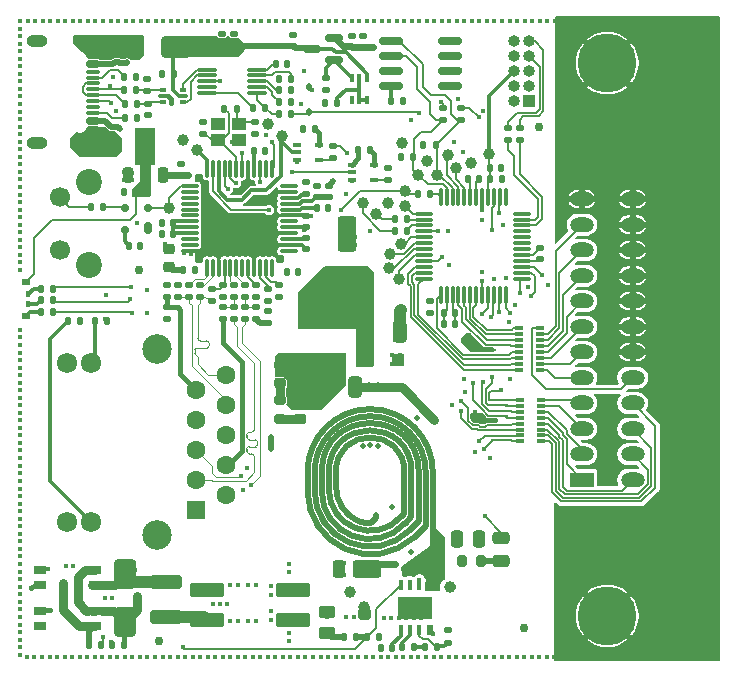
<source format=gbr>
%TF.GenerationSoftware,KiCad,Pcbnew,8.99.0-3376-g16cbb218c6*%
%TF.CreationDate,2024-12-27T08:14:28+01:00*%
%TF.ProjectId,PoE_Ethernet_GPIB_Adapter,506f455f-4574-4686-9572-6e65745f4750,rev?*%
%TF.SameCoordinates,Original*%
%TF.FileFunction,Copper,L1,Top*%
%TF.FilePolarity,Positive*%
%FSLAX46Y46*%
G04 Gerber Fmt 4.6, Leading zero omitted, Abs format (unit mm)*
G04 Created by KiCad (PCBNEW 8.99.0-3376-g16cbb218c6) date 2024-12-27 08:14:28*
%MOMM*%
%LPD*%
G01*
G04 APERTURE LIST*
G04 Aperture macros list*
%AMRoundRect*
0 Rectangle with rounded corners*
0 $1 Rounding radius*
0 $2 $3 $4 $5 $6 $7 $8 $9 X,Y pos of 4 corners*
0 Add a 4 corners polygon primitive as box body*
4,1,4,$2,$3,$4,$5,$6,$7,$8,$9,$2,$3,0*
0 Add four circle primitives for the rounded corners*
1,1,$1+$1,$2,$3*
1,1,$1+$1,$4,$5*
1,1,$1+$1,$6,$7*
1,1,$1+$1,$8,$9*
0 Add four rect primitives between the rounded corners*
20,1,$1+$1,$2,$3,$4,$5,0*
20,1,$1+$1,$4,$5,$6,$7,0*
20,1,$1+$1,$6,$7,$8,$9,0*
20,1,$1+$1,$8,$9,$2,$3,0*%
%AMFreePoly0*
4,1,9,3.862500,-0.866500,0.737500,-0.866500,0.737500,-0.450000,-0.737500,-0.450000,-0.737500,0.450000,0.737500,0.450000,0.737500,0.866500,3.862500,0.866500,3.862500,-0.866500,3.862500,-0.866500,$1*%
G04 Aperture macros list end*
%TA.AperFunction,EtchedComponent*%
%ADD10C,0.000000*%
%TD*%
%TA.AperFunction,SMDPad,CuDef*%
%ADD11RoundRect,0.075000X0.075000X-0.662500X0.075000X0.662500X-0.075000X0.662500X-0.075000X-0.662500X0*%
%TD*%
%TA.AperFunction,SMDPad,CuDef*%
%ADD12RoundRect,0.075000X0.662500X-0.075000X0.662500X0.075000X-0.662500X0.075000X-0.662500X-0.075000X0*%
%TD*%
%TA.AperFunction,SMDPad,CuDef*%
%ADD13C,1.000000*%
%TD*%
%TA.AperFunction,SMDPad,CuDef*%
%ADD14RoundRect,0.135000X0.185000X-0.135000X0.185000X0.135000X-0.185000X0.135000X-0.185000X-0.135000X0*%
%TD*%
%TA.AperFunction,SMDPad,CuDef*%
%ADD15RoundRect,0.150000X-0.425000X0.150000X-0.425000X-0.150000X0.425000X-0.150000X0.425000X0.150000X0*%
%TD*%
%TA.AperFunction,SMDPad,CuDef*%
%ADD16RoundRect,0.075000X-0.500000X0.075000X-0.500000X-0.075000X0.500000X-0.075000X0.500000X0.075000X0*%
%TD*%
%TA.AperFunction,ComponentPad*%
%ADD17O,2.100000X1.000000*%
%TD*%
%TA.AperFunction,ComponentPad*%
%ADD18O,1.800000X1.000000*%
%TD*%
%TA.AperFunction,SMDPad,CuDef*%
%ADD19R,0.780000X0.550000*%
%TD*%
%TA.AperFunction,SMDPad,CuDef*%
%ADD20R,0.340000X0.550000*%
%TD*%
%TA.AperFunction,SMDPad,CuDef*%
%ADD21RoundRect,0.135000X-0.135000X-0.185000X0.135000X-0.185000X0.135000X0.185000X-0.135000X0.185000X0*%
%TD*%
%TA.AperFunction,SMDPad,CuDef*%
%ADD22RoundRect,0.140000X0.170000X-0.140000X0.170000X0.140000X-0.170000X0.140000X-0.170000X-0.140000X0*%
%TD*%
%TA.AperFunction,SMDPad,CuDef*%
%ADD23RoundRect,0.135000X0.135000X0.185000X-0.135000X0.185000X-0.135000X-0.185000X0.135000X-0.185000X0*%
%TD*%
%TA.AperFunction,SMDPad,CuDef*%
%ADD24R,1.000000X0.800000*%
%TD*%
%TA.AperFunction,SMDPad,CuDef*%
%ADD25RoundRect,0.218750X-0.256250X0.218750X-0.256250X-0.218750X0.256250X-0.218750X0.256250X0.218750X0*%
%TD*%
%TA.AperFunction,SMDPad,CuDef*%
%ADD26RoundRect,0.140000X0.140000X0.170000X-0.140000X0.170000X-0.140000X-0.170000X0.140000X-0.170000X0*%
%TD*%
%TA.AperFunction,SMDPad,CuDef*%
%ADD27RoundRect,0.075000X-0.662500X-0.075000X0.662500X-0.075000X0.662500X0.075000X-0.662500X0.075000X0*%
%TD*%
%TA.AperFunction,SMDPad,CuDef*%
%ADD28RoundRect,0.075000X-0.075000X-0.662500X0.075000X-0.662500X0.075000X0.662500X-0.075000X0.662500X0*%
%TD*%
%TA.AperFunction,SMDPad,CuDef*%
%ADD29C,0.750000*%
%TD*%
%TA.AperFunction,SMDPad,CuDef*%
%ADD30RoundRect,0.250000X-0.475000X0.250000X-0.475000X-0.250000X0.475000X-0.250000X0.475000X0.250000X0*%
%TD*%
%TA.AperFunction,SMDPad,CuDef*%
%ADD31RoundRect,0.100000X-0.225000X-0.100000X0.225000X-0.100000X0.225000X0.100000X-0.225000X0.100000X0*%
%TD*%
%TA.AperFunction,ComponentPad*%
%ADD32R,1.000000X1.000000*%
%TD*%
%TA.AperFunction,ComponentPad*%
%ADD33O,1.000000X1.000000*%
%TD*%
%TA.AperFunction,SMDPad,CuDef*%
%ADD34RoundRect,0.250000X0.550000X-1.250000X0.550000X1.250000X-0.550000X1.250000X-0.550000X-1.250000X0*%
%TD*%
%TA.AperFunction,SMDPad,CuDef*%
%ADD35RoundRect,0.112500X-0.187500X-0.112500X0.187500X-0.112500X0.187500X0.112500X-0.187500X0.112500X0*%
%TD*%
%TA.AperFunction,SMDPad,CuDef*%
%ADD36RoundRect,0.250000X0.250000X0.475000X-0.250000X0.475000X-0.250000X-0.475000X0.250000X-0.475000X0*%
%TD*%
%TA.AperFunction,SMDPad,CuDef*%
%ADD37RoundRect,0.100000X-0.100000X0.225000X-0.100000X-0.225000X0.100000X-0.225000X0.100000X0.225000X0*%
%TD*%
%TA.AperFunction,SMDPad,CuDef*%
%ADD38RoundRect,0.200000X0.275000X-0.200000X0.275000X0.200000X-0.275000X0.200000X-0.275000X-0.200000X0*%
%TD*%
%TA.AperFunction,SMDPad,CuDef*%
%ADD39RoundRect,0.150000X0.825000X0.150000X-0.825000X0.150000X-0.825000X-0.150000X0.825000X-0.150000X0*%
%TD*%
%TA.AperFunction,SMDPad,CuDef*%
%ADD40RoundRect,0.140000X-0.140000X-0.170000X0.140000X-0.170000X0.140000X0.170000X-0.140000X0.170000X0*%
%TD*%
%TA.AperFunction,SMDPad,CuDef*%
%ADD41RoundRect,0.140000X-0.170000X0.140000X-0.170000X-0.140000X0.170000X-0.140000X0.170000X0.140000X0*%
%TD*%
%TA.AperFunction,SMDPad,CuDef*%
%ADD42C,0.500000*%
%TD*%
%TA.AperFunction,SMDPad,CuDef*%
%ADD43RoundRect,0.087500X-0.725000X-0.087500X0.725000X-0.087500X0.725000X0.087500X-0.725000X0.087500X0*%
%TD*%
%TA.AperFunction,SMDPad,CuDef*%
%ADD44C,0.800000*%
%TD*%
%TA.AperFunction,ComponentPad*%
%ADD45RoundRect,0.250000X-0.550000X0.550000X-0.550000X-0.550000X0.550000X-0.550000X0.550000X0.550000X0*%
%TD*%
%TA.AperFunction,ComponentPad*%
%ADD46C,1.600000*%
%TD*%
%TA.AperFunction,ComponentPad*%
%ADD47C,1.720000*%
%TD*%
%TA.AperFunction,ComponentPad*%
%ADD48C,2.500000*%
%TD*%
%TA.AperFunction,SMDPad,CuDef*%
%ADD49R,0.800000X0.300000*%
%TD*%
%TA.AperFunction,ComponentPad*%
%ADD50C,1.700000*%
%TD*%
%TA.AperFunction,ComponentPad*%
%ADD51C,2.200000*%
%TD*%
%TA.AperFunction,SMDPad,CuDef*%
%ADD52RoundRect,0.075000X-0.075000X0.362500X-0.075000X-0.362500X0.075000X-0.362500X0.075000X0.362500X0*%
%TD*%
%TA.AperFunction,HeatsinkPad*%
%ADD53R,3.000000X1.980000*%
%TD*%
%TA.AperFunction,SMDPad,CuDef*%
%ADD54RoundRect,0.112500X-0.112500X0.187500X-0.112500X-0.187500X0.112500X-0.187500X0.112500X0.187500X0*%
%TD*%
%TA.AperFunction,SMDPad,CuDef*%
%ADD55RoundRect,0.250000X-0.950000X-0.500000X0.950000X-0.500000X0.950000X0.500000X-0.950000X0.500000X0*%
%TD*%
%TA.AperFunction,SMDPad,CuDef*%
%ADD56RoundRect,0.250000X-0.275000X-0.500000X0.275000X-0.500000X0.275000X0.500000X-0.275000X0.500000X0*%
%TD*%
%TA.AperFunction,SMDPad,CuDef*%
%ADD57RoundRect,0.225000X0.250000X-0.225000X0.250000X0.225000X-0.250000X0.225000X-0.250000X-0.225000X0*%
%TD*%
%TA.AperFunction,SMDPad,CuDef*%
%ADD58R,4.000000X1.500000*%
%TD*%
%TA.AperFunction,SMDPad,CuDef*%
%ADD59R,1.150000X1.000000*%
%TD*%
%TA.AperFunction,SMDPad,CuDef*%
%ADD60RoundRect,0.250000X0.300000X-0.750000X0.300000X0.750000X-0.300000X0.750000X-0.300000X-0.750000X0*%
%TD*%
%TA.AperFunction,SMDPad,CuDef*%
%ADD61RoundRect,0.200000X0.350000X-0.200000X0.350000X0.200000X-0.350000X0.200000X-0.350000X-0.200000X0*%
%TD*%
%TA.AperFunction,SMDPad,CuDef*%
%ADD62RoundRect,0.250000X-0.650000X1.000000X-0.650000X-1.000000X0.650000X-1.000000X0.650000X1.000000X0*%
%TD*%
%TA.AperFunction,SMDPad,CuDef*%
%ADD63RoundRect,0.060000X1.365000X-0.540000X1.365000X0.540000X-1.365000X0.540000X-1.365000X-0.540000X0*%
%TD*%
%TA.AperFunction,SMDPad,CuDef*%
%ADD64R,0.600000X0.200000*%
%TD*%
%TA.AperFunction,SMDPad,CuDef*%
%ADD65RoundRect,0.250000X-0.325000X-0.650000X0.325000X-0.650000X0.325000X0.650000X-0.325000X0.650000X0*%
%TD*%
%TA.AperFunction,SMDPad,CuDef*%
%ADD66RoundRect,0.093750X-0.156250X-0.093750X0.156250X-0.093750X0.156250X0.093750X-0.156250X0.093750X0*%
%TD*%
%TA.AperFunction,SMDPad,CuDef*%
%ADD67RoundRect,0.075000X-0.250000X-0.075000X0.250000X-0.075000X0.250000X0.075000X-0.250000X0.075000X0*%
%TD*%
%TA.AperFunction,ComponentPad*%
%ADD68R,2.000000X1.270000*%
%TD*%
%TA.AperFunction,ComponentPad*%
%ADD69O,2.000000X1.270000*%
%TD*%
%TA.AperFunction,ComponentPad*%
%ADD70C,5.000000*%
%TD*%
%TA.AperFunction,SMDPad,CuDef*%
%ADD71RoundRect,0.175000X0.175000X0.325000X-0.175000X0.325000X-0.175000X-0.325000X0.175000X-0.325000X0*%
%TD*%
%TA.AperFunction,SMDPad,CuDef*%
%ADD72RoundRect,0.150000X0.200000X0.150000X-0.200000X0.150000X-0.200000X-0.150000X0.200000X-0.150000X0*%
%TD*%
%TA.AperFunction,SMDPad,CuDef*%
%ADD73RoundRect,0.135000X-0.185000X0.135000X-0.185000X-0.135000X0.185000X-0.135000X0.185000X0.135000X0*%
%TD*%
%TA.AperFunction,SMDPad,CuDef*%
%ADD74RoundRect,0.200000X0.200000X0.275000X-0.200000X0.275000X-0.200000X-0.275000X0.200000X-0.275000X0*%
%TD*%
%TA.AperFunction,SMDPad,CuDef*%
%ADD75RoundRect,0.250000X-0.450000X0.262500X-0.450000X-0.262500X0.450000X-0.262500X0.450000X0.262500X0*%
%TD*%
%TA.AperFunction,SMDPad,CuDef*%
%ADD76RoundRect,0.225000X0.225000X-0.425000X0.225000X0.425000X-0.225000X0.425000X-0.225000X-0.425000X0*%
%TD*%
%TA.AperFunction,SMDPad,CuDef*%
%ADD77FreePoly0,90.000000*%
%TD*%
%TA.AperFunction,SMDPad,CuDef*%
%ADD78RoundRect,0.250000X-0.300000X-0.300000X0.300000X-0.300000X0.300000X0.300000X-0.300000X0.300000X0*%
%TD*%
%TA.AperFunction,SMDPad,CuDef*%
%ADD79RoundRect,0.250000X1.000000X0.650000X-1.000000X0.650000X-1.000000X-0.650000X1.000000X-0.650000X0*%
%TD*%
%TA.AperFunction,SMDPad,CuDef*%
%ADD80RoundRect,0.150000X0.587500X0.150000X-0.587500X0.150000X-0.587500X-0.150000X0.587500X-0.150000X0*%
%TD*%
%TA.AperFunction,SMDPad,CuDef*%
%ADD81RoundRect,0.250000X-1.100000X0.325000X-1.100000X-0.325000X1.100000X-0.325000X1.100000X0.325000X0*%
%TD*%
%TA.AperFunction,ViaPad*%
%ADD82C,0.450000*%
%TD*%
%TA.AperFunction,ViaPad*%
%ADD83C,0.500000*%
%TD*%
%TA.AperFunction,Conductor*%
%ADD84C,0.500000*%
%TD*%
%TA.AperFunction,Conductor*%
%ADD85C,0.200000*%
%TD*%
%TA.AperFunction,Conductor*%
%ADD86C,0.300000*%
%TD*%
%TA.AperFunction,Conductor*%
%ADD87C,1.000000*%
%TD*%
%TA.AperFunction,Conductor*%
%ADD88C,0.400000*%
%TD*%
%TA.AperFunction,Conductor*%
%ADD89C,0.800000*%
%TD*%
%TA.AperFunction,Conductor*%
%ADD90C,0.600000*%
%TD*%
%TA.AperFunction,Conductor*%
%ADD91C,0.100000*%
%TD*%
%TA.AperFunction,Conductor*%
%ADD92C,0.150000*%
%TD*%
%TA.AperFunction,Conductor*%
%ADD93C,0.750000*%
%TD*%
G04 APERTURE END LIST*
D10*
%TA.AperFunction,EtchedComponent*%
%TO.C,NT2*%
G36*
X-9025000Y-9250000D02*
G01*
X-9525000Y-9250000D01*
X-9525000Y-8250000D01*
X-9025000Y-8250000D01*
X-9025000Y-9250000D01*
G37*
%TD.AperFunction*%
%TA.AperFunction,EtchedComponent*%
%TO.C,NT3*%
G36*
X-150000Y-4450000D02*
G01*
X-1050000Y-4450000D01*
X-1050000Y-3650000D01*
X-150000Y-3650000D01*
X-150000Y-4450000D01*
G37*
%TD.AperFunction*%
%TD*%
D11*
%TO.P,U3,1,TXN*%
%TO.N,Net-(U3-TXN)*%
X-14700000Y6087500D03*
%TO.P,U3,2,TXP*%
%TO.N,Net-(U3-TXP)*%
X-14200000Y6087500D03*
%TO.P,U3,3,AGND*%
%TO.N,GND*%
X-13700000Y6087500D03*
%TO.P,U3,4,AVDD*%
%TO.N,+3.3VA*%
X-13200000Y6087500D03*
%TO.P,U3,5,RXN*%
%TO.N,Net-(U3-RXN)*%
X-12700000Y6087500D03*
%TO.P,U3,6,RXP*%
%TO.N,Net-(U3-RXP)*%
X-12200000Y6087500D03*
%TO.P,U3,7,DNC*%
%TO.N,unconnected-(U3-DNC-Pad7)*%
X-11700000Y6087500D03*
%TO.P,U3,8,AVDD*%
%TO.N,+3.3VA*%
X-11200000Y6087500D03*
%TO.P,U3,9,AGND*%
%TO.N,GND*%
X-10700000Y6087500D03*
%TO.P,U3,10,EXRES1*%
%TO.N,Net-(U3-EXRES1)*%
X-10200000Y6087500D03*
%TO.P,U3,11,AVDD*%
%TO.N,+3.3VA*%
X-9700000Y6087500D03*
%TO.P,U3,12,NC*%
%TO.N,unconnected-(U3-NC-Pad12)*%
X-9200000Y6087500D03*
D12*
%TO.P,U3,13,NC*%
%TO.N,unconnected-(U3-NC-Pad13)*%
X-7787500Y7500000D03*
%TO.P,U3,14,AGND*%
%TO.N,GND*%
X-7787500Y8000000D03*
%TO.P,U3,15,AVDD*%
%TO.N,+3.3VA*%
X-7787500Y8500000D03*
%TO.P,U3,16,AGND*%
%TO.N,GND*%
X-7787500Y9000000D03*
%TO.P,U3,17,AVDD*%
%TO.N,+3.3VA*%
X-7787500Y9500000D03*
%TO.P,U3,18,VBG*%
%TO.N,unconnected-(U3-VBG-Pad18)*%
X-7787500Y10000000D03*
%TO.P,U3,19,AGND*%
%TO.N,GND*%
X-7787500Y10500000D03*
%TO.P,U3,20,TOCAP*%
%TO.N,Net-(U3-TOCAP)*%
X-7787500Y11000000D03*
%TO.P,U3,21,AVDD*%
%TO.N,+3.3VA*%
X-7787500Y11500000D03*
%TO.P,U3,22,1V2O*%
%TO.N,Net-(U3-1V2O)*%
X-7787500Y12000000D03*
%TO.P,U3,23,RSVD*%
%TO.N,GND*%
X-7787500Y12500000D03*
%TO.P,U3,24,SPDLED*%
%TO.N,unconnected-(U3-SPDLED-Pad24)*%
X-7787500Y13000000D03*
D11*
%TO.P,U3,25,LINKLED*%
%TO.N,/Ethernet_interface/LED_LNK*%
X-9200000Y14412500D03*
%TO.P,U3,26,DUPLED*%
%TO.N,unconnected-(U3-DUPLED-Pad26)*%
X-9700000Y14412500D03*
%TO.P,U3,27,ACTLED*%
%TO.N,/Ethernet_interface/LED_ACT*%
X-10200000Y14412500D03*
%TO.P,U3,28,VDD*%
%TO.N,+3.3V*%
X-10700000Y14412500D03*
%TO.P,U3,29,GND*%
%TO.N,GND*%
X-11200000Y14412500D03*
%TO.P,U3,30,XI/CLKIN*%
%TO.N,/Ethernet_interface/XI*%
X-11700000Y14412500D03*
%TO.P,U3,31,XO*%
%TO.N,/Ethernet_interface/XO*%
X-12200000Y14412500D03*
%TO.P,U3,32,~{SCS}*%
%TO.N,/Ethernet_interface/nCS*%
X-12700000Y14412500D03*
%TO.P,U3,33,SCLK*%
%TO.N,/Ethernet_interface/SCK*%
X-13200000Y14412500D03*
%TO.P,U3,34,MISO*%
%TO.N,/Ethernet_interface/MISO_3*%
X-13700000Y14412500D03*
%TO.P,U3,35,MOSI*%
%TO.N,/Ethernet_interface/MOSI*%
X-14200000Y14412500D03*
%TO.P,U3,36,~{INT}*%
%TO.N,/Ethernet_interface/nINT_3*%
X-14700000Y14412500D03*
D12*
%TO.P,U3,37,~{RST}*%
%TO.N,/Ethernet_interface/nWRST*%
X-16112500Y13000000D03*
%TO.P,U3,38,RSVD*%
%TO.N,unconnected-(U3-RSVD-Pad38)*%
X-16112500Y12500000D03*
%TO.P,U3,39,RSVD*%
%TO.N,unconnected-(U3-RSVD-Pad39)*%
X-16112500Y12000000D03*
%TO.P,U3,40,RSVD*%
%TO.N,unconnected-(U3-RSVD-Pad40)*%
X-16112500Y11500000D03*
%TO.P,U3,41,RSVD*%
%TO.N,unconnected-(U3-RSVD-Pad41)*%
X-16112500Y11000000D03*
%TO.P,U3,42,RSVD*%
%TO.N,unconnected-(U3-RSVD-Pad42)*%
X-16112500Y10500000D03*
%TO.P,U3,43,PMODE2*%
%TO.N,+3.3V*%
X-16112500Y10000000D03*
%TO.P,U3,44,PMODE1*%
X-16112500Y9500000D03*
%TO.P,U3,45,PMODE0*%
X-16112500Y9000000D03*
%TO.P,U3,46,NC*%
%TO.N,unconnected-(U3-NC-Pad46)*%
X-16112500Y8500000D03*
%TO.P,U3,47,NC*%
%TO.N,unconnected-(U3-NC-Pad47)*%
X-16112500Y8000000D03*
%TO.P,U3,48,AGND*%
%TO.N,GND*%
X-16112500Y7500000D03*
%TD*%
D13*
%TO.P,TP8,1,1*%
%TO.N,/MCU/SCL*%
X3200000Y13940000D03*
%TD*%
D14*
%TO.P,R32,1*%
%TO.N,/Ethernet_interface/TDN*%
X-16199998Y3590000D03*
%TO.P,R32,2*%
%TO.N,Net-(U3-TXN)*%
X-16199998Y4610000D03*
%TD*%
D15*
%TO.P,J3,A1,GND*%
%TO.N,GND*%
X-24345000Y24125000D03*
%TO.P,J3,A4,VBUS*%
%TO.N,Net-(F1-Pad2)*%
X-24345000Y23325000D03*
D16*
%TO.P,J3,A5,CC1*%
%TO.N,Net-(J3-CC1)*%
X-24345000Y22175000D03*
%TO.P,J3,A6,D+*%
%TO.N,Net-(J3-D+-PadA6)*%
X-24345000Y21175000D03*
%TO.P,J3,A7,D-*%
%TO.N,Net-(J3-D--PadA7)*%
X-24345000Y20675000D03*
%TO.P,J3,A8,SBU1*%
%TO.N,unconnected-(J3-SBU1-PadA8)*%
X-24345000Y19675000D03*
D15*
%TO.P,J3,A9,VBUS*%
%TO.N,Net-(F1-Pad2)*%
X-24345000Y18525000D03*
%TO.P,J3,A12,GND*%
%TO.N,GND*%
X-24345000Y17725000D03*
%TO.P,J3,B1,GND*%
X-24345000Y17725000D03*
%TO.P,J3,B4,VBUS*%
%TO.N,Net-(F1-Pad2)*%
X-24345000Y18525000D03*
D16*
%TO.P,J3,B5,CC2*%
%TO.N,Net-(J3-CC2)*%
X-24345000Y19175000D03*
%TO.P,J3,B6,D+*%
%TO.N,Net-(J3-D+-PadA6)*%
X-24345000Y20175000D03*
%TO.P,J3,B7,D-*%
%TO.N,Net-(J3-D--PadA7)*%
X-24345000Y21675000D03*
%TO.P,J3,B8,SBU2*%
%TO.N,unconnected-(J3-SBU2-PadB8)*%
X-24345000Y22675000D03*
D15*
%TO.P,J3,B9,VBUS*%
%TO.N,Net-(F1-Pad2)*%
X-24345000Y23325000D03*
%TO.P,J3,B12,GND*%
%TO.N,GND*%
X-24345000Y24125000D03*
D17*
%TO.P,J3,S1,SHIELD*%
X-24920000Y25245000D03*
D18*
X-29100000Y25245000D03*
D17*
X-24920000Y16605000D03*
D18*
X-29100000Y16605000D03*
%TD*%
D19*
%TO.P,D5,1,A*%
%TO.N,+5V*%
X-30037500Y4827500D03*
D20*
%TO.P,D5,2,BK*%
%TO.N,Net-(D5-BK)*%
X-29817500Y3827500D03*
%TO.P,D5,3,GK*%
%TO.N,Net-(D5-GK)*%
X-29817500Y2977500D03*
D19*
%TO.P,D5,4,RK*%
%TO.N,Net-(D5-RK)*%
X-30037500Y1977500D03*
%TD*%
D21*
%TO.P,R19,1*%
%TO.N,Net-(D5-RK)*%
X-28785000Y2300000D03*
%TO.P,R19,2*%
%TO.N,/MCU/LED_R*%
X-27765000Y2300000D03*
%TD*%
D22*
%TO.P,C10,1*%
%TO.N,+5V*%
X-2400000Y24770000D03*
%TO.P,C10,2*%
%TO.N,GND*%
X-2400000Y25730000D03*
%TD*%
D23*
%TO.P,R23,1*%
%TO.N,Net-(U2-PA4)*%
X4210000Y12300000D03*
%TO.P,R23,2*%
%TO.N,/Ethernet_interface/MOSI*%
X3190000Y12300000D03*
%TD*%
D24*
%TO.P,D6,1,+*%
%TO.N,/POE_5v/POE+*%
X-24200000Y-20760000D03*
%TO.P,D6,2,-*%
%TO.N,/POE_5v/POE-*%
X-24200000Y-19490000D03*
%TO.P,D6,3*%
%TO.N,/Ethernet_interface/VC1-*%
X-28800000Y-19490000D03*
%TO.P,D6,4*%
%TO.N,/Ethernet_interface/VC1+*%
X-28800000Y-20760000D03*
%TD*%
D14*
%TO.P,R40,1*%
%TO.N,Net-(J1-TCT)*%
X-18100000Y3590000D03*
%TO.P,R40,2*%
%TO.N,+3.3VA*%
X-18100000Y4610000D03*
%TD*%
D13*
%TO.P,TP13,1,1*%
%TO.N,/MCU/MCU_RX*%
X5750000Y15600000D03*
%TD*%
D25*
%TO.P,FB1,1*%
%TO.N,+3.3V*%
X-17899998Y7687500D03*
%TO.P,FB1,2*%
%TO.N,+3.3VA*%
X-17899998Y6112500D03*
%TD*%
D26*
%TO.P,C1,1*%
%TO.N,Net-(U1-SS{slash}BIAS)*%
X980000Y-26150000D03*
%TO.P,C1,2*%
%TO.N,Earth*%
X20000Y-26150000D03*
%TD*%
D22*
%TO.P,C31,1*%
%TO.N,GND*%
X-10500000Y3620000D03*
%TO.P,C31,2*%
%TO.N,+3.3VA*%
X-10500000Y4580000D03*
%TD*%
D27*
%TO.P,U2,1,PA5*%
%TO.N,/Ethernet_interface/MISO*%
X3687500Y10650000D03*
%TO.P,U2,2,PA6*%
%TO.N,Net-(U2-PA6)*%
X3687500Y10150000D03*
%TO.P,U2,3,PA7*%
%TO.N,Net-(U2-PA7)*%
X3687500Y9650000D03*
%TO.P,U2,4,PB0*%
%TO.N,/Ethernet_interface/nINT*%
X3687500Y9150000D03*
%TO.P,U2,5,PB1*%
%TO.N,Net-(U2-PB1)*%
X3687500Y8650000D03*
%TO.P,U2,6,PB2*%
%TO.N,Net-(U2-PB2)*%
X3687500Y8150000D03*
%TO.P,U2,7,PB3*%
%TO.N,Net-(U2-PB3)*%
X3687500Y7650000D03*
%TO.P,U2,8,PB4*%
%TO.N,Net-(U2-PB4)*%
X3687500Y7150000D03*
%TO.P,U2,9,PB5*%
%TO.N,/MCU/LED_R*%
X3687500Y6650000D03*
%TO.P,U2,10,PC0*%
%TO.N,/GPIB/EOI*%
X3687500Y6150000D03*
%TO.P,U2,11,PC1*%
%TO.N,/GPIB/DAV*%
X3687500Y5650000D03*
%TO.P,U2,12,PC2*%
%TO.N,/GPIB/NRFD*%
X3687500Y5150000D03*
D28*
%TO.P,U2,13,PC3*%
%TO.N,/GPIB/NDAC*%
X5100000Y3737500D03*
%TO.P,U2,14,VCC*%
%TO.N,+5V*%
X5600000Y3737500D03*
%TO.P,U2,15,GND*%
%TO.N,GND*%
X6100000Y3737500D03*
%TO.P,U2,16,PC4*%
%TO.N,/GPIB/IFC*%
X6600000Y3737500D03*
%TO.P,U2,17,PC5*%
%TO.N,/GPIB/SRQ*%
X7100000Y3737500D03*
%TO.P,U2,18,PC6*%
%TO.N,/GPIB/ATN*%
X7600000Y3737500D03*
%TO.P,U2,19,PC7*%
%TO.N,/GPIB/REN*%
X8100000Y3737500D03*
%TO.P,U2,20,PD0*%
%TO.N,/GPIB/DIO1*%
X8600000Y3737500D03*
%TO.P,U2,21,PD1*%
%TO.N,/GPIB/DIO2*%
X9100000Y3737500D03*
%TO.P,U2,22,PD2*%
%TO.N,/GPIB/DIO3*%
X9600000Y3737500D03*
%TO.P,U2,23,PD3*%
%TO.N,/GPIB/DIO4*%
X10100000Y3737500D03*
%TO.P,U2,24,PD4*%
%TO.N,/GPIB/DIO5*%
X10600000Y3737500D03*
D27*
%TO.P,U2,25,PD5*%
%TO.N,/GPIB/DIO6*%
X12012500Y5150000D03*
%TO.P,U2,26,PD6*%
%TO.N,/GPIB/DIO7*%
X12012500Y5650000D03*
%TO.P,U2,27,PD7*%
%TO.N,/GPIB/DIO8*%
X12012500Y6150000D03*
%TO.P,U2,28,AVCC*%
%TO.N,+5V*%
X12012500Y6650000D03*
%TO.P,U2,29,GND*%
%TO.N,GND*%
X12012500Y7150000D03*
%TO.P,U2,30,PE0*%
%TO.N,unconnected-(U2-PE0-Pad30)*%
X12012500Y7650000D03*
%TO.P,U2,31,PE1*%
%TO.N,unconnected-(U2-PE1-Pad31)*%
X12012500Y8150000D03*
%TO.P,U2,32,PE2*%
%TO.N,unconnected-(U2-PE2-Pad32)*%
X12012500Y8650000D03*
%TO.P,U2,33,PE3*%
%TO.N,unconnected-(U2-PE3-Pad33)*%
X12012500Y9150000D03*
%TO.P,U2,34,PF0*%
%TO.N,/MCU/MCU_TX2*%
X12012500Y9650000D03*
%TO.P,U2,35,PF1*%
%TO.N,/MCU/MCU_RX2*%
X12012500Y10150000D03*
%TO.P,U2,36,PF2*%
%TO.N,unconnected-(U2-PF2-Pad36)*%
X12012500Y10650000D03*
D28*
%TO.P,U2,37,PF3*%
%TO.N,unconnected-(U2-PF3-Pad37)*%
X10600000Y12062500D03*
%TO.P,U2,38,PF4*%
%TO.N,/MCU/LED_B*%
X10100000Y12062500D03*
%TO.P,U2,39,PF5*%
%TO.N,/MCU/LED_G*%
X9600000Y12062500D03*
%TO.P,U2,40,PF6/~{RESET}*%
%TO.N,/Ethernet_interface/nRST*%
X9100000Y12062500D03*
%TO.P,U2,41,UPDI*%
%TO.N,/MCU/UPDI*%
X8600000Y12062500D03*
%TO.P,U2,42,VCC*%
%TO.N,+5V*%
X8100000Y12062500D03*
%TO.P,U2,43,GND*%
%TO.N,GND*%
X7600000Y12062500D03*
%TO.P,U2,44,PA0*%
%TO.N,/MCU/MCU_TX*%
X7100000Y12062500D03*
%TO.P,U2,45,PA1*%
%TO.N,/MCU/MCU_RX*%
X6600000Y12062500D03*
%TO.P,U2,46,PA2*%
%TO.N,/MCU/SDA*%
X6100000Y12062500D03*
%TO.P,U2,47,PA3*%
%TO.N,/MCU/SCL*%
X5600000Y12062500D03*
%TO.P,U2,48,PA4*%
%TO.N,Net-(U2-PA4)*%
X5100000Y12062500D03*
%TD*%
D29*
%TO.P,FID8,*%
%TO.N,*%
X-18750000Y-25525000D03*
%TD*%
D13*
%TO.P,TP18,1,1*%
%TO.N,/Ethernet_interface/nCS*%
X-1500000Y11550000D03*
%TD*%
D30*
%TO.P,C58,1*%
%TO.N,/POE_5v/CM*%
X10225000Y-16850000D03*
%TO.P,C58,2*%
%TO.N,Net-(C58-Pad2)*%
X10225000Y-18750000D03*
%TD*%
D31*
%TO.P,U8,1,~{OE}*%
%TO.N,GND*%
X-2450000Y14800000D03*
%TO.P,U8,2,A*%
%TO.N,/Ethernet_interface/nINT_3*%
X-2450000Y14150000D03*
%TO.P,U8,3,GND*%
%TO.N,GND*%
X-2450000Y13500000D03*
%TO.P,U8,4,Y*%
%TO.N,Net-(U8-Y)*%
X-550000Y13500000D03*
%TO.P,U8,5,VCC*%
%TO.N,+5V*%
X-550000Y14800000D03*
%TD*%
D13*
%TO.P,TP7,1,1*%
%TO.N,/MCU/SDA*%
X4800000Y13940000D03*
%TD*%
D21*
%TO.P,R21,1*%
%TO.N,Net-(D5-GK)*%
X-28785000Y3300000D03*
%TO.P,R21,2*%
%TO.N,/MCU/LED_G*%
X-27765000Y3300000D03*
%TD*%
D13*
%TO.P,TP3,1,1*%
%TO.N,Net-(U2-PB2)*%
X775000Y7275000D03*
%TD*%
D32*
%TO.P,J4,1,Pin_1*%
%TO.N,Net-(J4-Pin_1)*%
X12575000Y20150000D03*
D33*
%TO.P,J4,2,Pin_2*%
%TO.N,GND*%
X11305000Y20150000D03*
%TO.P,J4,3,Pin_3*%
%TO.N,/MCU/UPDI*%
X12575000Y21420000D03*
%TO.P,J4,4,Pin_4*%
%TO.N,+5V*%
X11305000Y21420000D03*
%TO.P,J4,5,Pin_5*%
%TO.N,Net-(J4-Pin_5)*%
X12575000Y22690000D03*
%TO.P,J4,6,Pin_6*%
%TO.N,/Ethernet_interface/nRST*%
X11305000Y22690000D03*
%TO.P,J4,7,Pin_7*%
%TO.N,Net-(J4-Pin_7)*%
X12575000Y23960000D03*
%TO.P,J4,8,Pin_8*%
%TO.N,unconnected-(J4-Pin_8-Pad8)*%
X11305000Y23960000D03*
%TO.P,J4,9,Pin_9*%
%TO.N,Net-(J4-Pin_9)*%
X12575000Y25230000D03*
%TO.P,J4,10,Pin_10*%
%TO.N,GND*%
X11305000Y25230000D03*
%TD*%
D26*
%TO.P,C23,1*%
%TO.N,GND*%
X-20320000Y7937500D03*
%TO.P,C23,2*%
%TO.N,+3.3V*%
X-21280000Y7937500D03*
%TD*%
D34*
%TO.P,C61,1*%
%TO.N,+5V*%
X-2800000Y4550000D03*
%TO.P,C61,2*%
%TO.N,GND*%
X-2800000Y8950000D03*
%TD*%
D26*
%TO.P,C37,1*%
%TO.N,GND*%
X-9745000Y15950000D03*
%TO.P,C37,2*%
%TO.N,+3.3V*%
X-10705000Y15950000D03*
%TD*%
D35*
%TO.P,D10,1,K*%
%TO.N,Net-(D10-K)*%
X1200000Y-19050000D03*
%TO.P,D10,2,A*%
%TO.N,/POE_5v/SW*%
X3300000Y-19050000D03*
%TD*%
D36*
%TO.P,C57,1*%
%TO.N,GND*%
X8350000Y-16900000D03*
%TO.P,C57,2*%
%TO.N,Earth*%
X6450000Y-16900000D03*
%TD*%
D37*
%TO.P,Q2,1,E1*%
%TO.N,VBUS*%
X-1150000Y22150000D03*
%TO.P,Q2,2,B1*%
%TO.N,Net-(Q2A-B1)*%
X-1800000Y22150000D03*
%TO.P,Q2,3,C2*%
%TO.N,Net-(Q1-G)*%
X-2450000Y22150000D03*
%TO.P,Q2,4,E2*%
%TO.N,+5V*%
X-2450000Y20250000D03*
%TO.P,Q2,5,B2*%
%TO.N,Net-(Q2A-B1)*%
X-1800000Y20250000D03*
%TO.P,Q2,6,C1*%
X-1150000Y20250000D03*
%TD*%
D13*
%TO.P,TP4,1,1*%
%TO.N,Net-(U2-PB3)*%
X725000Y6025000D03*
%TD*%
D14*
%TO.P,R39,1*%
%TO.N,/Ethernet_interface/TDN*%
X-17149996Y3590000D03*
%TO.P,R39,2*%
%TO.N,+3.3VA*%
X-17149996Y4610000D03*
%TD*%
D38*
%TO.P,R51,1*%
%TO.N,/POE_5v/SEC*%
X-8500000Y-6775000D03*
%TO.P,R51,2*%
%TO.N,Net-(C56-Pad1)*%
X-8500000Y-5125000D03*
%TD*%
D22*
%TO.P,C24,1*%
%TO.N,+3.3VA*%
X-4400000Y12020000D03*
%TO.P,C24,2*%
%TO.N,GND*%
X-4400000Y12980000D03*
%TD*%
D13*
%TO.P,TP15,1,1*%
%TO.N,/Ethernet_interface/MOSI*%
X2050000Y12590000D03*
%TD*%
D39*
%TO.P,U4,1,A0*%
%TO.N,GND*%
X5875000Y21495000D03*
%TO.P,U4,2,A1*%
X5875000Y22765000D03*
%TO.P,U4,3,A2*%
X5875000Y24035000D03*
%TO.P,U4,4,GND*%
X5875000Y25305000D03*
%TO.P,U4,5,SDA*%
%TO.N,/MCU/SDA*%
X925000Y25305000D03*
%TO.P,U4,6,SCL*%
%TO.N,/MCU/SCL*%
X925000Y24035000D03*
%TO.P,U4,7,NC*%
%TO.N,unconnected-(U4-NC-Pad7)*%
X925000Y22765000D03*
%TO.P,U4,8,VCC*%
%TO.N,+5V*%
X925000Y21495000D03*
%TD*%
D40*
%TO.P,C20,1*%
%TO.N,GND*%
X-1880000Y16050000D03*
%TO.P,C20,2*%
%TO.N,+5V*%
X-920000Y16050000D03*
%TD*%
D41*
%TO.P,C17,1*%
%TO.N,/Ethernet_interface/XI*%
X-10649998Y18380000D03*
%TO.P,C17,2*%
%TO.N,GND*%
X-10649998Y17420000D03*
%TD*%
%TO.P,C3,1*%
%TO.N,Net-(C3-Pad1)*%
X-19700000Y19930000D03*
%TO.P,C3,2*%
%TO.N,GND*%
X-19700000Y18970000D03*
%TD*%
D14*
%TO.P,R24,1*%
%TO.N,Net-(U8-Y)*%
X600000Y13490000D03*
%TO.P,R24,2*%
%TO.N,/Ethernet_interface/nINT*%
X600000Y14510000D03*
%TD*%
%TO.P,R6,1*%
%TO.N,Net-(U1-RSET)*%
X5700000Y-25660000D03*
%TO.P,R6,2*%
%TO.N,Earth*%
X5700000Y-24640000D03*
%TD*%
D13*
%TO.P,TP10,1,1*%
%TO.N,+5V*%
X-1200000Y2500000D03*
%TD*%
%TO.P,TP9,1,1*%
%TO.N,GND*%
X3950000Y15100000D03*
%TD*%
D21*
%TO.P,R5,1*%
%TO.N,Net-(R4-Pad1)*%
X3740000Y-26000000D03*
%TO.P,R5,2*%
%TO.N,Net-(U1-RSET)*%
X4760000Y-26000000D03*
%TD*%
D29*
%TO.P,FID6,*%
%TO.N,*%
X-20425000Y5900000D03*
%TD*%
D41*
%TO.P,C39,1*%
%TO.N,/Ethernet_interface/RXN*%
X-12400000Y2730000D03*
%TO.P,C39,2*%
%TO.N,/Ethernet_interface/RDN*%
X-12400000Y1770000D03*
%TD*%
D42*
%TO.P,NT2,1,1*%
%TO.N,GND*%
X-9275000Y-9250000D03*
%TO.P,NT2,2,2*%
%TO.N,/POE_5v/CM*%
X-9275000Y-8250000D03*
%TD*%
D40*
%TO.P,C19,1*%
%TO.N,GND*%
X-6530000Y17825000D03*
%TO.P,C19,2*%
%TO.N,+5V*%
X-5570000Y17825000D03*
%TD*%
D14*
%TO.P,R38,1*%
%TO.N,/Ethernet_interface/TDP*%
X-14299998Y3290000D03*
%TO.P,R38,2*%
%TO.N,+3.3VA*%
X-14299998Y4310000D03*
%TD*%
D13*
%TO.P,TP2,1,1*%
%TO.N,Net-(U2-PB1)*%
X1700000Y8100000D03*
%TD*%
D21*
%TO.P,R29,1*%
%TO.N,Net-(J1-LEDY_A)*%
X-26460000Y1550000D03*
%TO.P,R29,2*%
%TO.N,+3.3V*%
X-25440000Y1550000D03*
%TD*%
D22*
%TO.P,C29,1*%
%TO.N,+3.3V*%
X-16900000Y13920000D03*
%TO.P,C29,2*%
%TO.N,GND*%
X-16900000Y14880000D03*
%TD*%
D14*
%TO.P,R34,1*%
%TO.N,/Ethernet_interface/RXN*%
X-12400000Y3590000D03*
%TO.P,R34,2*%
%TO.N,Net-(U3-RXN)*%
X-12400000Y4610000D03*
%TD*%
D43*
%TO.P,U6,1,UD+*%
%TO.N,Net-(U6-UD+)*%
X-14662500Y22850000D03*
%TO.P,U6,2,UD-*%
%TO.N,Net-(U6-UD-)*%
X-14662500Y22350000D03*
%TO.P,U6,3,GND*%
%TO.N,GND*%
X-14662500Y21850000D03*
%TO.P,U6,4,~{RTS}*%
%TO.N,unconnected-(U6-~{RTS}-Pad4)*%
X-14662500Y21350000D03*
%TO.P,U6,5,~{CTS}*%
%TO.N,Net-(U6-~{CTS})*%
X-14662500Y20850000D03*
%TO.P,U6,6,TNOW/~{DTR}*%
%TO.N,Net-(U6-TNOW{slash}~{DTR})*%
X-10437500Y20850000D03*
%TO.P,U6,7,VCC*%
%TO.N,+5V*%
X-10437500Y21350000D03*
%TO.P,U6,8,TXD*%
%TO.N,Net-(U6-TXD)*%
X-10437500Y21850000D03*
%TO.P,U6,9,RXD*%
%TO.N,Net-(U6-RXD)*%
X-10437500Y22350000D03*
%TO.P,U6,10,V3*%
%TO.N,Net-(U6-V3)*%
X-10437500Y22850000D03*
%TD*%
D26*
%TO.P,C5,1*%
%TO.N,GND*%
X-7595000Y20100000D03*
%TO.P,C5,2*%
%TO.N,+5V*%
X-8555000Y20100000D03*
%TD*%
D44*
%TO.P,NT3,1,1*%
%TO.N,/POE_5v/SEC*%
X-200000Y-4050000D03*
%TO.P,NT3,2,2*%
%TO.N,GND*%
X-1000000Y-4050000D03*
%TD*%
D21*
%TO.P,R18,1*%
%TO.N,Net-(R18-Pad1)*%
X-24485000Y11225000D03*
%TO.P,R18,2*%
%TO.N,/Ethernet_interface/nRST*%
X-23465000Y11225000D03*
%TD*%
%TO.P,R11,1*%
%TO.N,Net-(J3-D+-PadA6)*%
X-21710000Y21100000D03*
%TO.P,R11,2*%
%TO.N,Net-(C2-Pad1)*%
X-20690000Y21100000D03*
%TD*%
D45*
%TO.P,J1,1,VC2-*%
%TO.N,/Ethernet_interface/VC2-*%
X-15635000Y-14415000D03*
D46*
%TO.P,J1,2,VC1-*%
%TO.N,/Ethernet_interface/VC1-*%
X-13095000Y-13145000D03*
%TO.P,J1,3,RD-*%
%TO.N,/Ethernet_interface/RDN*%
X-15635000Y-11875000D03*
%TO.P,J1,4,RCT*%
%TO.N,Net-(J1-RCT)*%
X-13095000Y-10605000D03*
%TO.P,J1,5,RD+*%
%TO.N,/Ethernet_interface/RDP*%
X-15635000Y-9335000D03*
%TO.P,J1,6,VC2+*%
%TO.N,/Ethernet_interface/VC2+*%
X-13095000Y-8065000D03*
%TO.P,J1,7,VC1+*%
%TO.N,/Ethernet_interface/VC1+*%
X-15635000Y-6795000D03*
%TO.P,J1,8,TD-*%
%TO.N,/Ethernet_interface/TDN*%
X-13095000Y-5525000D03*
%TO.P,J1,9,TCT*%
%TO.N,Net-(J1-TCT)*%
X-15635000Y-4255000D03*
%TO.P,J1,10,TD+*%
%TO.N,/Ethernet_interface/TDP*%
X-13095000Y-2985000D03*
D47*
%TO.P,J1,11,LEDY_A*%
%TO.N,Net-(J1-LEDY_A)*%
X-24525000Y-15425000D03*
%TO.P,J1,12,LEDY_K*%
%TO.N,/Ethernet_interface/LED_LNK*%
X-26555000Y-15425000D03*
%TO.P,J1,13,LEDG_A*%
%TO.N,Net-(J1-LEDG_A)*%
X-24525000Y-1975000D03*
%TO.P,J1,14,LEDG_K*%
%TO.N,/Ethernet_interface/LED_ACT*%
X-26555000Y-1975000D03*
D48*
%TO.P,J1,SH,SHIELD*%
%TO.N,GND*%
X-18935000Y-16575000D03*
X-18935000Y-825000D03*
%TD*%
D13*
%TO.P,TP17,1,1*%
%TO.N,/Ethernet_interface/SCK*%
X-350000Y10650000D03*
%TD*%
D49*
%TO.P,RN1,1,R1.1*%
%TO.N,Net-(J2-Pin_16)*%
X13575000Y-8625000D03*
%TO.P,RN1,2,R2.1*%
%TO.N,Net-(J2-Pin_15)*%
X13575000Y-8125000D03*
%TO.P,RN1,3,R3.1*%
%TO.N,Net-(J2-Pin_14)*%
X13575000Y-7625000D03*
%TO.P,RN1,4,R4.1*%
%TO.N,Net-(J2-Pin_13)*%
X13575000Y-7125000D03*
%TO.P,RN1,5,R5.1*%
%TO.N,Net-(J2-Pin_1)*%
X13575000Y-6625000D03*
%TO.P,RN1,6,R6.1*%
%TO.N,Net-(J2-Pin_2)*%
X13575000Y-6125000D03*
%TO.P,RN1,7,R7.1*%
%TO.N,Net-(J2-Pin_3)*%
X13575000Y-5625000D03*
%TO.P,RN1,8,R8.1*%
%TO.N,Net-(J2-Pin_4)*%
X13575000Y-5125000D03*
%TO.P,RN1,9,R8.2*%
%TO.N,/GPIB/DIO4*%
X11775000Y-5125000D03*
%TO.P,RN1,10,R7.2*%
%TO.N,/GPIB/DIO3*%
X11775000Y-5625000D03*
%TO.P,RN1,11,R6.2*%
%TO.N,/GPIB/DIO2*%
X11775000Y-6125000D03*
%TO.P,RN1,12,R5.2*%
%TO.N,/GPIB/DIO1*%
X11775000Y-6625000D03*
%TO.P,RN1,13,R4.2*%
%TO.N,/GPIB/DIO5*%
X11775000Y-7125000D03*
%TO.P,RN1,14,R3.2*%
%TO.N,/GPIB/DIO6*%
X11775000Y-7625000D03*
%TO.P,RN1,15,R2.2*%
%TO.N,/GPIB/DIO7*%
X11775000Y-8125000D03*
%TO.P,RN1,16,R1.2*%
%TO.N,/GPIB/DIO8*%
X11775000Y-8625000D03*
%TD*%
D50*
%TO.P,SW1,1,1*%
%TO.N,GND*%
X-27175000Y7550000D03*
%TO.P,SW1,2,2*%
%TO.N,Net-(R18-Pad1)*%
X-27175000Y12050000D03*
D51*
%TO.P,SW1,G,Chassis*%
%TO.N,GND*%
X-24675000Y6300000D03*
X-24675000Y13300000D03*
%TD*%
D40*
%TO.P,C13,1*%
%TO.N,GND*%
X7370000Y13550000D03*
%TO.P,C13,2*%
%TO.N,+5V*%
X8330000Y13550000D03*
%TD*%
D23*
%TO.P,R4,1*%
%TO.N,Net-(R4-Pad1)*%
X2860000Y-26000000D03*
%TO.P,R4,2*%
%TO.N,Net-(U1-TC)*%
X1840000Y-26000000D03*
%TD*%
D14*
%TO.P,R56,1*%
%TO.N,/MCU/MCU_RX2*%
X10800000Y16890000D03*
%TO.P,R56,2*%
%TO.N,Net-(J4-Pin_7)*%
X10800000Y17910000D03*
%TD*%
D40*
%TO.P,C14,1*%
%TO.N,+5V*%
X920000Y20150000D03*
%TO.P,C14,2*%
%TO.N,GND*%
X1880000Y20150000D03*
%TD*%
D14*
%TO.P,R36,1*%
%TO.N,Net-(J1-RCT)*%
X-13349998Y1740000D03*
%TO.P,R36,2*%
%TO.N,/Ethernet_interface/RXN*%
X-13349998Y2760000D03*
%TD*%
D22*
%TO.P,C63,1*%
%TO.N,VBUS*%
X-13400000Y24920000D03*
%TO.P,C63,2*%
%TO.N,GND*%
X-13400000Y25880000D03*
%TD*%
D52*
%TO.P,U1,1,SW*%
%TO.N,/POE_5v/SW*%
X4094856Y-20762500D03*
%TO.P,U1,2,FB*%
%TO.N,Net-(U1-FB)*%
X3294856Y-20762500D03*
%TO.P,U1,3,VIN*%
%TO.N,VCC*%
X2494856Y-20762500D03*
%TO.P,U1,4,EN/UVLO*%
%TO.N,/POE_5v/PG*%
X1694856Y-20762500D03*
%TO.P,U1,5,SS/BIAS*%
%TO.N,Net-(U1-SS{slash}BIAS)*%
X1694856Y-24637500D03*
%TO.P,U1,6,TC*%
%TO.N,Net-(U1-TC)*%
X2494856Y-24637500D03*
%TO.P,U1,7,RSET*%
%TO.N,Net-(U1-RSET)*%
X3294856Y-24637500D03*
%TO.P,U1,8,GND*%
%TO.N,Earth*%
X4094856Y-24637500D03*
D53*
%TO.P,U1,9,PAD*%
X2894856Y-22700000D03*
%TD*%
D41*
%TO.P,C38,1*%
%TO.N,/Ethernet_interface/RXP*%
X-11450000Y2730000D03*
%TO.P,C38,2*%
%TO.N,/Ethernet_interface/RDP*%
X-11450000Y1770000D03*
%TD*%
D54*
%TO.P,D4,1,K*%
%TO.N,+5V*%
X-6075000Y21375000D03*
%TO.P,D4,2,A*%
%TO.N,/Ethernet_interface/nRST*%
X-6075000Y19275000D03*
%TD*%
D13*
%TO.P,TP5,1,1*%
%TO.N,Net-(U2-PB4)*%
X1550000Y5100000D03*
%TD*%
D22*
%TO.P,C9,1*%
%TO.N,+5V*%
X-1450000Y24770000D03*
%TO.P,C9,2*%
%TO.N,GND*%
X-1450000Y25730000D03*
%TD*%
D55*
%TO.P,D9,1,K*%
%TO.N,Net-(D10-K)*%
X-1100000Y-19450000D03*
D56*
%TO.P,D9,2,A*%
%TO.N,VCC*%
X-3475000Y-19450000D03*
%TD*%
D22*
%TO.P,C2,1*%
%TO.N,Net-(C2-Pad1)*%
X-19750000Y21070000D03*
%TO.P,C2,2*%
%TO.N,GND*%
X-19750000Y22030000D03*
%TD*%
D57*
%TO.P,C56,1*%
%TO.N,Net-(C56-Pad1)*%
X-8500000Y-3725000D03*
%TO.P,C56,2*%
%TO.N,/POE_5v/5v_unfilt*%
X-8500000Y-2175000D03*
%TD*%
D13*
%TO.P,TP6,1,1*%
%TO.N,GND*%
X-9525000Y18275000D03*
%TD*%
D23*
%TO.P,R43,1*%
%TO.N,Net-(U11-DET)*%
X-23640000Y-25900000D03*
%TO.P,R43,2*%
%TO.N,/POE_5v/POE+*%
X-24660000Y-25900000D03*
%TD*%
%TO.P,R16,1*%
%TO.N,Net-(Q2A-B1)*%
X-3690000Y20000000D03*
%TO.P,R16,2*%
%TO.N,GND*%
X-4710000Y20000000D03*
%TD*%
D58*
%TO.P,L2,1,1*%
%TO.N,/POE_5v/5v_unfilt*%
X-4900000Y-1900000D03*
%TO.P,L2,2,2*%
%TO.N,+5V*%
X-4900000Y1700000D03*
%TD*%
D49*
%TO.P,RN2,1,R1.1*%
%TO.N,Net-(J2-Pin_5)*%
X13505002Y-2550000D03*
%TO.P,RN2,2,R2.1*%
%TO.N,Net-(J2-Pin_6)*%
X13505002Y-2050000D03*
%TO.P,RN2,3,R3.1*%
%TO.N,Net-(J2-Pin_7)*%
X13505002Y-1550000D03*
%TO.P,RN2,4,R4.1*%
%TO.N,Net-(J2-Pin_8)*%
X13505002Y-1050000D03*
%TO.P,RN2,5,R5.1*%
%TO.N,Net-(J2-Pin_9)*%
X13505002Y-550000D03*
%TO.P,RN2,6,R6.1*%
%TO.N,Net-(J2-Pin_10)*%
X13505002Y-50000D03*
%TO.P,RN2,7,R7.1*%
%TO.N,Net-(J2-Pin_11)*%
X13505002Y450000D03*
%TO.P,RN2,8,R8.1*%
%TO.N,/GPIB/REN_nProt*%
X13505002Y950000D03*
%TO.P,RN2,9,R8.2*%
%TO.N,/GPIB/REN*%
X11705002Y950000D03*
%TO.P,RN2,10,R7.2*%
%TO.N,/GPIB/ATN*%
X11705002Y450000D03*
%TO.P,RN2,11,R6.2*%
%TO.N,/GPIB/SRQ*%
X11705002Y-50000D03*
%TO.P,RN2,12,R5.2*%
%TO.N,/GPIB/IFC*%
X11705002Y-550000D03*
%TO.P,RN2,13,R4.2*%
%TO.N,/GPIB/NDAC*%
X11705002Y-1050000D03*
%TO.P,RN2,14,R3.2*%
%TO.N,/GPIB/NRFD*%
X11705002Y-1550000D03*
%TO.P,RN2,15,R2.2*%
%TO.N,/GPIB/DAV*%
X11705002Y-2050000D03*
%TO.P,RN2,16,R1.2*%
%TO.N,/GPIB/EOI*%
X11705002Y-2550000D03*
%TD*%
D29*
%TO.P,FID2,*%
%TO.N,*%
X13400000Y18000000D03*
%TD*%
D59*
%TO.P,Y1,1,1*%
%TO.N,/Ethernet_interface/XI*%
X-11975000Y18250000D03*
%TO.P,Y1,2,2*%
%TO.N,GND*%
X-13725000Y18250000D03*
%TO.P,Y1,3,3*%
%TO.N,/Ethernet_interface/XO*%
X-13725000Y16850000D03*
%TO.P,Y1,4,4*%
%TO.N,GND*%
X-11975000Y16850000D03*
%TD*%
D13*
%TO.P,TP23,1,1*%
%TO.N,/Ethernet_interface/nRST*%
X9200000Y15700000D03*
%TD*%
D26*
%TO.P,C27,1*%
%TO.N,+3.3V*%
X-17569998Y8900000D03*
%TO.P,C27,2*%
%TO.N,GND*%
X-18529998Y8900000D03*
%TD*%
D23*
%TO.P,R17,1*%
%TO.N,/MCU/SCL*%
X2760000Y15450000D03*
%TO.P,R17,2*%
%TO.N,+5V*%
X1740000Y15450000D03*
%TD*%
D40*
%TO.P,C16,1*%
%TO.N,+5V*%
X5370000Y1300000D03*
%TO.P,C16,2*%
%TO.N,GND*%
X6330000Y1300000D03*
%TD*%
D60*
%TO.P,D11,1,K*%
%TO.N,/POE_5v/5v_unfilt*%
X-6800000Y-4850000D03*
D61*
%TO.P,D11,2,A*%
%TO.N,/POE_5v/SEC*%
X-6800000Y-6750000D03*
%TD*%
D13*
%TO.P,TP21,1,1*%
%TO.N,GND*%
X-16700000Y16900000D03*
%TD*%
D40*
%TO.P,C21,1*%
%TO.N,Net-(U3-TOCAP)*%
X-5380000Y11100000D03*
%TO.P,C21,2*%
%TO.N,GND*%
X-4420000Y11100000D03*
%TD*%
D62*
%TO.P,D8,1,A1*%
%TO.N,/POE_5v/POE+*%
X-21650000Y-19900000D03*
%TO.P,D8,2,A2*%
%TO.N,/POE_5v/POE-*%
X-21650000Y-23900000D03*
%TD*%
D13*
%TO.P,TP25,1,1*%
%TO.N,VCC*%
X-2600000Y-21425000D03*
%TD*%
%TO.P,TP12,1,1*%
%TO.N,/MCU/MCU_TX*%
X6375000Y14525000D03*
%TD*%
%TO.P,TP28,1,1*%
%TO.N,+5V*%
X1825000Y16625000D03*
%TD*%
D31*
%TO.P,U7,1,~{OE}*%
%TO.N,/Ethernet_interface/nCS*%
X-7100000Y16500000D03*
%TO.P,U7,2,A*%
%TO.N,/Ethernet_interface/MISO_3*%
X-7100000Y15850000D03*
%TO.P,U7,3,GND*%
%TO.N,GND*%
X-7100000Y15200000D03*
%TO.P,U7,4,Y*%
%TO.N,Net-(U7-Y)*%
X-5200000Y15200000D03*
%TO.P,U7,5,VCC*%
%TO.N,+5V*%
X-5200000Y16500000D03*
%TD*%
D63*
%TO.P,L1,1*%
%TO.N,/POE_5v/POE+*%
X-14725000Y-21250000D03*
%TO.P,L1,2*%
%TO.N,VCC*%
X-7375000Y-21250000D03*
%TO.P,L1,3*%
%TO.N,Earth*%
X-7375000Y-23750000D03*
%TO.P,L1,4*%
%TO.N,/POE_5v/RTN*%
X-14725000Y-23750000D03*
%TD*%
D41*
%TO.P,C22,1*%
%TO.N,GND*%
X-6300000Y13305000D03*
%TO.P,C22,2*%
%TO.N,Net-(U3-1V2O)*%
X-6300000Y12345000D03*
%TD*%
D64*
%TO.P,D2,1,K1*%
%TO.N,/GPIB/REN*%
X9502502Y822500D03*
%TO.P,D2,2,K2*%
%TO.N,/GPIB/SRQ*%
X9502502Y-77500D03*
%TO.P,D2,3,A*%
%TO.N,GND*%
X9502502Y-877500D03*
%TO.P,D2,4,K3*%
%TO.N,/GPIB/NRFD*%
X9502502Y-1677500D03*
%TO.P,D2,5,K4*%
%TO.N,/GPIB/EOI*%
X9502502Y-2577500D03*
%TO.P,D2,6,K5*%
%TO.N,/GPIB/DAV*%
X10452502Y-2177500D03*
%TO.P,D2,7,K6*%
%TO.N,/GPIB/NDAC*%
X10452502Y-1277500D03*
%TO.P,D2,8,K7*%
%TO.N,/GPIB/IFC*%
X10452502Y-477500D03*
%TO.P,D2,9,K8*%
%TO.N,/GPIB/ATN*%
X10452502Y422500D03*
%TD*%
D65*
%TO.P,C60,1*%
%TO.N,+5V*%
X-1275000Y650000D03*
%TO.P,C60,2*%
%TO.N,GND*%
X1675000Y650000D03*
%TD*%
D21*
%TO.P,R20,1*%
%TO.N,Net-(D5-BK)*%
X-28785000Y4300000D03*
%TO.P,R20,2*%
%TO.N,/MCU/LED_B*%
X-27765000Y4300000D03*
%TD*%
D41*
%TO.P,C33,1*%
%TO.N,GND*%
X-6300000Y10480000D03*
%TO.P,C33,2*%
%TO.N,+3.3VA*%
X-6300000Y9520000D03*
%TD*%
D24*
%TO.P,D7,1,+*%
%TO.N,/POE_5v/POE+*%
X-24200000Y-24260000D03*
%TO.P,D7,2,-*%
%TO.N,/POE_5v/POE-*%
X-24200000Y-22990000D03*
%TO.P,D7,3*%
%TO.N,/Ethernet_interface/VC2-*%
X-28800000Y-22990000D03*
%TO.P,D7,4*%
%TO.N,/Ethernet_interface/VC2+*%
X-28800000Y-24260000D03*
%TD*%
D40*
%TO.P,C30,1*%
%TO.N,+3.3VA*%
X-7955000Y5750000D03*
%TO.P,C30,2*%
%TO.N,GND*%
X-6995000Y5750000D03*
%TD*%
D66*
%TO.P,U5,1,I/O1*%
%TO.N,Net-(C2-Pad1)*%
X-18450000Y21137500D03*
D67*
%TO.P,U5,2,GND*%
%TO.N,GND*%
X-18525000Y20600000D03*
D66*
%TO.P,U5,3,I/O2*%
%TO.N,Net-(C3-Pad1)*%
X-18450000Y20062500D03*
%TO.P,U5,4,I/O2*%
%TO.N,Net-(U6-UD-)*%
X-16750000Y20062500D03*
D67*
%TO.P,U5,5,VBUS*%
%TO.N,VBUS*%
X-16675000Y20600000D03*
D66*
%TO.P,U5,6,I/O1*%
%TO.N,Net-(U6-UD+)*%
X-16750000Y21137500D03*
%TD*%
D68*
%TO.P,J2,1,Pin_1*%
%TO.N,Net-(J2-Pin_1)*%
X17055000Y-11880000D03*
D69*
%TO.P,J2,2,Pin_2*%
%TO.N,Net-(J2-Pin_2)*%
X17055000Y-9720000D03*
%TO.P,J2,3,Pin_3*%
%TO.N,Net-(J2-Pin_3)*%
X17055000Y-7560000D03*
%TO.P,J2,4,Pin_4*%
%TO.N,Net-(J2-Pin_4)*%
X17055000Y-5400000D03*
%TO.P,J2,5,Pin_5*%
%TO.N,Net-(J2-Pin_5)*%
X17055000Y-3240000D03*
%TO.P,J2,6,Pin_6*%
%TO.N,Net-(J2-Pin_6)*%
X17055000Y-1080000D03*
%TO.P,J2,7,Pin_7*%
%TO.N,Net-(J2-Pin_7)*%
X17055000Y1080000D03*
%TO.P,J2,8,Pin_8*%
%TO.N,Net-(J2-Pin_8)*%
X17055000Y3240000D03*
%TO.P,J2,9,Pin_9*%
%TO.N,Net-(J2-Pin_9)*%
X17055000Y5400000D03*
%TO.P,J2,10,Pin_10*%
%TO.N,Net-(J2-Pin_10)*%
X17055000Y7560000D03*
%TO.P,J2,11,Pin_11*%
%TO.N,Net-(J2-Pin_11)*%
X17055000Y9720000D03*
%TO.P,J2,12,Pin_12*%
%TO.N,GND*%
X17055000Y11880000D03*
%TO.P,J2,13,Pin_13*%
%TO.N,Net-(J2-Pin_13)*%
X21345000Y-11880000D03*
%TO.P,J2,14,Pin_14*%
%TO.N,Net-(J2-Pin_14)*%
X21345000Y-9720000D03*
%TO.P,J2,15,Pin_15*%
%TO.N,Net-(J2-Pin_15)*%
X21345000Y-7560000D03*
%TO.P,J2,16,Pin_16*%
%TO.N,Net-(J2-Pin_16)*%
X21345000Y-5400000D03*
%TO.P,J2,17,Pin_17*%
%TO.N,/GPIB/REN_nProt*%
X21345000Y-3240000D03*
%TO.P,J2,18,Pin_18*%
%TO.N,GND*%
X21345000Y-1080000D03*
%TO.P,J2,19,Pin_19*%
X21345000Y1080000D03*
%TO.P,J2,20,Pin_20*%
X21345000Y3240000D03*
%TO.P,J2,21,Pin_21*%
X21345000Y5400000D03*
%TO.P,J2,22,Pin_22*%
X21345000Y7560000D03*
%TO.P,J2,23,Pin_23*%
X21345000Y9720000D03*
%TO.P,J2,24,Pin_24*%
X21345000Y11880000D03*
D70*
%TO.P,J2,G,Chassis*%
X19200000Y-23400000D03*
X19200000Y23400000D03*
%TD*%
D71*
%TO.P,U9,1,GND*%
%TO.N,GND*%
X-19650000Y9437500D03*
D72*
%TO.P,U9,2,~{RESET}*%
%TO.N,/Ethernet_interface/nWRST*%
X-19650000Y11137500D03*
%TO.P,U9,3,~{MR}*%
%TO.N,/Ethernet_interface/nRST*%
X-21650000Y11137500D03*
%TO.P,U9,4,VCC*%
%TO.N,+3.3V*%
X-21650000Y9237500D03*
%TD*%
D40*
%TO.P,C6,1*%
%TO.N,Net-(U6-TNOW{slash}~{DTR})*%
X-8555000Y19050000D03*
%TO.P,C6,2*%
%TO.N,/Ethernet_interface/nRST*%
X-7595000Y19050000D03*
%TD*%
D21*
%TO.P,R1,1*%
%TO.N,/POE_5v/PG*%
X-1160000Y-25200000D03*
%TO.P,R1,2*%
%TO.N,Earth*%
X-140000Y-25200000D03*
%TD*%
D73*
%TO.P,R28,1*%
%TO.N,Net-(U3-EXRES1)*%
X-9550000Y4260000D03*
%TO.P,R28,2*%
%TO.N,GND*%
X-9550000Y3240000D03*
%TD*%
D74*
%TO.P,R52,1*%
%TO.N,Net-(C58-Pad2)*%
X8525000Y-18725000D03*
%TO.P,R52,2*%
%TO.N,Earth*%
X6875000Y-18725000D03*
%TD*%
D21*
%TO.P,R22,1*%
%TO.N,/Ethernet_interface/XO*%
X-13210000Y19550000D03*
%TO.P,R22,2*%
%TO.N,/Ethernet_interface/XI*%
X-12190000Y19550000D03*
%TD*%
%TO.P,R10,1*%
%TO.N,Net-(J3-D--PadA7)*%
X-21660000Y19900000D03*
%TO.P,R10,2*%
%TO.N,Net-(C3-Pad1)*%
X-20640000Y19900000D03*
%TD*%
D40*
%TO.P,C25,1*%
%TO.N,+3.3VA*%
X-16679998Y5900000D03*
%TO.P,C25,2*%
%TO.N,GND*%
X-15719998Y5900000D03*
%TD*%
D13*
%TO.P,TP16,1,1*%
%TO.N,/Ethernet_interface/MISO*%
X2050000Y11340000D03*
%TD*%
D75*
%TO.P,R2,1*%
%TO.N,VCC*%
X-4550000Y-23037500D03*
%TO.P,R2,2*%
%TO.N,Net-(R2-Pad2)*%
X-4550000Y-24862500D03*
%TD*%
D21*
%TO.P,R31,1*%
%TO.N,/Ethernet_interface/nRST*%
X9240000Y13550000D03*
%TO.P,R31,2*%
%TO.N,+5V*%
X10260000Y13550000D03*
%TD*%
D22*
%TO.P,C36,1*%
%TO.N,GND*%
X-13350000Y3620000D03*
%TO.P,C36,2*%
%TO.N,+3.3VA*%
X-13350000Y4580000D03*
%TD*%
D13*
%TO.P,TP11,1,1*%
%TO.N,GND*%
X1750000Y2500000D03*
%TD*%
D26*
%TO.P,C26,1*%
%TO.N,+3.3V*%
X-17569998Y9900000D03*
%TO.P,C26,2*%
%TO.N,GND*%
X-18529998Y9900000D03*
%TD*%
D73*
%TO.P,R15,1*%
%TO.N,Net-(Q1-G)*%
X-4600000Y22160000D03*
%TO.P,R15,2*%
%TO.N,GND*%
X-4600000Y21140000D03*
%TD*%
D14*
%TO.P,R55,1*%
%TO.N,/MCU/MCU_TX2*%
X11800000Y16890000D03*
%TO.P,R55,2*%
%TO.N,Net-(J4-Pin_9)*%
X11800000Y17910000D03*
%TD*%
D22*
%TO.P,C64,1*%
%TO.N,VBUS*%
X-12400000Y24920000D03*
%TO.P,C64,2*%
%TO.N,GND*%
X-12400000Y25880000D03*
%TD*%
D23*
%TO.P,R7,1*%
%TO.N,/MCU/SDA*%
X4660000Y16450000D03*
%TO.P,R7,2*%
%TO.N,+5V*%
X3640000Y16450000D03*
%TD*%
D40*
%TO.P,C4,1*%
%TO.N,Net-(U6-V3)*%
X-8855000Y23325000D03*
%TO.P,C4,2*%
%TO.N,GND*%
X-7895000Y23325000D03*
%TD*%
D21*
%TO.P,R3,1*%
%TO.N,Net-(R2-Pad2)*%
X-3060000Y-25200000D03*
%TO.P,R3,2*%
%TO.N,/POE_5v/PG*%
X-2040000Y-25200000D03*
%TD*%
D41*
%TO.P,C34,1*%
%TO.N,GND*%
X-5350000Y12980000D03*
%TO.P,C34,2*%
%TO.N,+3.3VA*%
X-5350000Y12020000D03*
%TD*%
D23*
%TO.P,R13,1*%
%TO.N,GND*%
X-20690000Y22200000D03*
%TO.P,R13,2*%
%TO.N,Net-(J3-CC1)*%
X-21710000Y22200000D03*
%TD*%
%TO.P,R14,1*%
%TO.N,GND*%
X-20640000Y18750000D03*
%TO.P,R14,2*%
%TO.N,Net-(J3-CC2)*%
X-21660000Y18750000D03*
%TD*%
D14*
%TO.P,R37,1*%
%TO.N,Net-(J1-RCT)*%
X-10499998Y1740000D03*
%TO.P,R37,2*%
%TO.N,/Ethernet_interface/RXP*%
X-10499998Y2760000D03*
%TD*%
D13*
%TO.P,TP20,1,1*%
%TO.N,/Ethernet_interface/nINT_3*%
X-15550000Y16050000D03*
%TD*%
D14*
%TO.P,R27,1*%
%TO.N,Net-(U7-Y)*%
X-4050000Y15340000D03*
%TO.P,R27,2*%
%TO.N,/Ethernet_interface/MISO*%
X-4050000Y16360000D03*
%TD*%
D22*
%TO.P,C18,1*%
%TO.N,/Ethernet_interface/XO*%
X-15049998Y17420000D03*
%TO.P,C18,2*%
%TO.N,GND*%
X-15049998Y18380000D03*
%TD*%
D76*
%TO.P,U10,1,GND*%
%TO.N,GND*%
X-21412500Y13900000D03*
D77*
%TO.P,U10,2,VI*%
%TO.N,+5V*%
X-19912500Y13987500D03*
D76*
%TO.P,U10,3,VO*%
%TO.N,+3.3V*%
X-18412500Y13900000D03*
%TD*%
D21*
%TO.P,R30,1*%
%TO.N,Net-(J1-LEDG_A)*%
X-24210000Y1550000D03*
%TO.P,R30,2*%
%TO.N,+3.3V*%
X-23190000Y1550000D03*
%TD*%
D13*
%TO.P,TP24,1,1*%
%TO.N,/POE_5v/SW*%
X4800000Y-19125000D03*
%TD*%
D14*
%TO.P,R54,1*%
%TO.N,/MCU/SCL*%
X5300000Y18590000D03*
%TO.P,R54,2*%
%TO.N,Net-(J4-Pin_5)*%
X5300000Y19610000D03*
%TD*%
D64*
%TO.P,D1,1,K1*%
%TO.N,/GPIB/DIO4*%
X9572500Y-5152500D03*
%TO.P,D1,2,K2*%
%TO.N,/GPIB/DIO2*%
X9572500Y-6052500D03*
%TO.P,D1,3,A*%
%TO.N,GND*%
X9572500Y-6852500D03*
%TO.P,D1,4,K3*%
%TO.N,/GPIB/DIO6*%
X9572500Y-7652500D03*
%TO.P,D1,5,K4*%
%TO.N,/GPIB/DIO8*%
X9572500Y-8552500D03*
%TO.P,D1,6,K5*%
%TO.N,/GPIB/DIO7*%
X10522500Y-8152500D03*
%TO.P,D1,7,K6*%
%TO.N,/GPIB/DIO5*%
X10522500Y-7252500D03*
%TO.P,D1,8,K7*%
%TO.N,/GPIB/DIO1*%
X10522500Y-6452500D03*
%TO.P,D1,9,K8*%
%TO.N,/GPIB/DIO3*%
X10522500Y-5552500D03*
%TD*%
D65*
%TO.P,C59,1*%
%TO.N,/POE_5v/5v_unfilt*%
X-5075000Y-4050000D03*
%TO.P,C59,2*%
%TO.N,GND*%
X-2125000Y-4050000D03*
%TD*%
D22*
%TO.P,C41,1*%
%TO.N,GND*%
X-18100000Y1770000D03*
%TO.P,C41,2*%
%TO.N,Net-(J1-TCT)*%
X-18100000Y2730000D03*
%TD*%
%TO.P,C32,1*%
%TO.N,GND*%
X-6300000Y7670000D03*
%TO.P,C32,2*%
%TO.N,+3.3VA*%
X-6300000Y8630000D03*
%TD*%
D78*
%TO.P,D12,1,K*%
%TO.N,+5V*%
X-1300000Y-1700000D03*
%TO.P,D12,2,A*%
%TO.N,GND*%
X1500000Y-1700000D03*
%TD*%
D13*
%TO.P,TP22,1,1*%
%TO.N,/Ethernet_interface/nWRST*%
X-17900000Y11100000D03*
%TD*%
%TO.P,TP26,1,1*%
%TO.N,Earth*%
X5850000Y-21000000D03*
%TD*%
D23*
%TO.P,R25,1*%
%TO.N,Net-(U2-PA6)*%
X2210000Y10190000D03*
%TO.P,R25,2*%
%TO.N,/Ethernet_interface/SCK*%
X1190000Y10190000D03*
%TD*%
%TO.P,R42,1*%
%TO.N,Net-(U6-RXD)*%
X-7565000Y22050000D03*
%TO.P,R42,2*%
%TO.N,/MCU/MCU_TX*%
X-8585000Y22050000D03*
%TD*%
D13*
%TO.P,TP1,1,1*%
%TO.N,/Ethernet_interface/MISO_3*%
X-8350000Y17225000D03*
%TD*%
D26*
%TO.P,C11,1*%
%TO.N,GND*%
X6330000Y2250000D03*
%TO.P,C11,2*%
%TO.N,+5V*%
X5370000Y2250000D03*
%TD*%
%TO.P,C28,1*%
%TO.N,+5V*%
X-20732500Y12500000D03*
%TO.P,C28,2*%
%TO.N,GND*%
X-21692500Y12500000D03*
%TD*%
D13*
%TO.P,TP19,1,1*%
%TO.N,GND*%
X650000Y11540000D03*
%TD*%
D29*
%TO.P,FID4,*%
%TO.N,*%
X12150000Y-24450000D03*
%TD*%
D79*
%TO.P,D3,1,A1*%
%TO.N,VBUS*%
X-17325000Y24800000D03*
%TO.P,D3,2,A2*%
%TO.N,GND*%
X-21325000Y24800000D03*
%TD*%
D21*
%TO.P,R41,1*%
%TO.N,Net-(U6-TXD)*%
X-8585000Y21100000D03*
%TO.P,R41,2*%
%TO.N,/MCU/MCU_RX*%
X-7565000Y21100000D03*
%TD*%
D22*
%TO.P,C8,1*%
%TO.N,VBUS*%
X-7400000Y24820000D03*
%TO.P,C8,2*%
%TO.N,GND*%
X-7400000Y25780000D03*
%TD*%
D13*
%TO.P,TP14,1,1*%
%TO.N,GND*%
X7650000Y14925000D03*
%TD*%
D26*
%TO.P,C7,1*%
%TO.N,VBUS*%
X-17520000Y22475000D03*
%TO.P,C7,2*%
%TO.N,GND*%
X-18480000Y22475000D03*
%TD*%
D14*
%TO.P,R35,1*%
%TO.N,/Ethernet_interface/RXP*%
X-11450000Y3590000D03*
%TO.P,R35,2*%
%TO.N,Net-(U3-RXP)*%
X-11450000Y4610000D03*
%TD*%
D23*
%TO.P,R12,1*%
%TO.N,Net-(U6-TNOW{slash}~{DTR})*%
X-9740000Y19575000D03*
%TO.P,R12,2*%
%TO.N,Net-(U6-~{CTS})*%
X-10760000Y19575000D03*
%TD*%
%TO.P,R26,1*%
%TO.N,Net-(U2-PA7)*%
X2210000Y9190000D03*
%TO.P,R26,2*%
%TO.N,/Ethernet_interface/nCS*%
X1190000Y9190000D03*
%TD*%
D14*
%TO.P,R53,1*%
%TO.N,/MCU/SDA*%
X6800000Y18590000D03*
%TO.P,R53,2*%
%TO.N,Net-(J4-Pin_1)*%
X6800000Y19610000D03*
%TD*%
D21*
%TO.P,R45,1*%
%TO.N,Net-(U11-CLASS)*%
X-22760000Y-25900000D03*
%TO.P,R45,2*%
%TO.N,/POE_5v/POE-*%
X-21740000Y-25900000D03*
%TD*%
D14*
%TO.P,R33,1*%
%TO.N,/Ethernet_interface/TDP*%
X-15249998Y3590000D03*
%TO.P,R33,2*%
%TO.N,Net-(U3-TXP)*%
X-15249998Y4610000D03*
%TD*%
D40*
%TO.P,C62,1*%
%TO.N,/Ethernet_interface/nRST*%
X9270000Y14500000D03*
%TO.P,C62,2*%
%TO.N,GND*%
X10230000Y14500000D03*
%TD*%
D41*
%TO.P,C12,1*%
%TO.N,GND*%
X13500000Y7730000D03*
%TO.P,C12,2*%
%TO.N,+5V*%
X13500000Y6770000D03*
%TD*%
D13*
%TO.P,TP27,1,1*%
%TO.N,Earth*%
X-1375000Y-22675000D03*
%TD*%
D80*
%TO.P,Q1,1,G*%
%TO.N,Net-(Q1-G)*%
X-3952500Y23650000D03*
%TO.P,Q1,2,S*%
%TO.N,+5V*%
X-3952500Y25550000D03*
%TO.P,Q1,3,D*%
%TO.N,VBUS*%
X-5827500Y24600000D03*
%TD*%
D22*
%TO.P,C35,1*%
%TO.N,GND*%
X-8600000Y3620000D03*
%TO.P,C35,2*%
%TO.N,+3.3VA*%
X-8600000Y4580000D03*
%TD*%
D81*
%TO.P,C44,1*%
%TO.N,/POE_5v/POE+*%
X-18200000Y-20550000D03*
%TO.P,C44,2*%
%TO.N,/POE_5v/RTN*%
X-18200000Y-23500000D03*
%TD*%
D41*
%TO.P,C40,1*%
%TO.N,GND*%
X-9549998Y2380000D03*
%TO.P,C40,2*%
%TO.N,Net-(J1-RCT)*%
X-9549998Y1420000D03*
%TD*%
D22*
%TO.P,C15,1*%
%TO.N,+5V*%
X4150000Y2260000D03*
%TO.P,C15,2*%
%TO.N,GND*%
X4150000Y3220000D03*
%TD*%
D82*
%TO.N,VCC*%
X-7750000Y-19700000D03*
%TO.N,GND*%
X21091994Y-26900000D03*
X-1750000Y-3400000D03*
X6600000Y20400000D03*
X8200000Y-16500000D03*
X5791994Y-26900000D03*
X28400000Y9241994D03*
X-30500000Y16741994D03*
X28400000Y14341994D03*
X-30500000Y21200000D03*
X28400000Y6050000D03*
X-7550000Y27000000D03*
X950000Y-1350000D03*
X-2900000Y12300000D03*
X-24829003Y-26900000D03*
X-22450000Y16925000D03*
X1650000Y-1350000D03*
X28400000Y-25204003D03*
X-10700000Y6975000D03*
X-30500000Y11641994D03*
X28400000Y-10529003D03*
X-6525000Y17825000D03*
X19850000Y27000000D03*
X14150000Y4625000D03*
X-25400000Y27000000D03*
X28400000Y-23925000D03*
X-23500000Y27000000D03*
X-16479003Y27000000D03*
X-30500000Y22470997D03*
X21720997Y-26900000D03*
X-3729003Y27000000D03*
X-16700000Y16875000D03*
X666994Y-26900000D03*
X1250000Y-50000D03*
X-30500000Y26300000D03*
X28108006Y-26900000D03*
X-11379003Y27000000D03*
X-15270997Y-26900000D03*
X-30500000Y-7479003D03*
X-11300000Y-10900000D03*
X-23487735Y24386125D03*
X22400000Y27000000D03*
X-1425000Y25725000D03*
X4550000Y27000000D03*
X7700000Y-26900000D03*
X-30500000Y-23483006D03*
X-30500000Y-4300000D03*
X-9250000Y-21650000D03*
X10891994Y-26900000D03*
X-30500000Y14191994D03*
X10975000Y-3350000D03*
X-7050000Y15025000D03*
X19820997Y-26900000D03*
X28400000Y14970997D03*
X-19725000Y22075000D03*
X-21700000Y13500000D03*
X1950000Y650000D03*
X3216994Y-26900000D03*
X-30500000Y12920997D03*
X-9533006Y-26900000D03*
X-30500000Y19920997D03*
X-18475000Y22475000D03*
X26870997Y27000000D03*
X-28600000Y27000000D03*
X28400000Y-329003D03*
X-30500000Y-19654003D03*
X-30500000Y21841994D03*
X-30500000Y-11308006D03*
X28400000Y4141994D03*
X3950000Y15100000D03*
X-11200000Y-20750000D03*
X28400000Y-9250000D03*
X9020997Y27000000D03*
X8200000Y-17300000D03*
X-2450000Y13425000D03*
X28400000Y20720997D03*
X-15700000Y5875000D03*
X-10750000Y27000000D03*
X28400000Y16250000D03*
X-30500000Y5900000D03*
X-30500000Y-25412991D03*
X28400000Y7970997D03*
X6200000Y16700000D03*
X-15200000Y27000000D03*
X-25470997Y-26900000D03*
X2000000Y27000000D03*
X-19775000Y4200000D03*
X28400000Y7320997D03*
X10900000Y1450000D03*
X-22474998Y16125000D03*
X-22279003Y-26900000D03*
X-19625000Y9400000D03*
X28400000Y10520997D03*
X2550000Y18600000D03*
X-29300000Y-26900000D03*
X-22525000Y24550000D03*
X-10550000Y-20750000D03*
X12850000Y27000000D03*
X-2375000Y25725000D03*
X-30500000Y-22854003D03*
X5150000Y-26900000D03*
X3920997Y27000000D03*
X28400000Y2870997D03*
X-13300000Y27000000D03*
X-15900000Y-26900000D03*
X13500000Y7730002D03*
X-1820997Y27000000D03*
X25600000Y27000000D03*
X-12400000Y25880000D03*
X-30500000Y-11970997D03*
X20500000Y27000000D03*
X-20625000Y9875000D03*
X28400000Y-2879003D03*
X28400000Y-12454003D03*
X-30500000Y170997D03*
X-2450000Y-3400000D03*
X28400000Y-23295997D03*
X-17725000Y20025000D03*
X100000Y27000000D03*
X-4400000Y11100000D03*
X28400000Y-20745997D03*
X5100000Y24000000D03*
X28400000Y-11825000D03*
X-30500000Y-13891994D03*
X-13000000Y-22400000D03*
X-2525000Y-26900000D03*
X-550000Y27000000D03*
X-15450000Y7325000D03*
X-30500000Y-6208006D03*
X28400000Y16891994D03*
X10229998Y14500000D03*
X-9300000Y-23750000D03*
X-23175000Y16950000D03*
X-26679003Y27000000D03*
X-2450000Y27000000D03*
X-30500000Y-18375000D03*
X-9275000Y-9250000D03*
X28400000Y-9879003D03*
X-30500000Y-21583006D03*
X-12650000Y27000000D03*
X1250000Y650000D03*
X-9725000Y15950000D03*
X-8254003Y-26900000D03*
X-30500000Y-26041994D03*
X-30500000Y13550000D03*
X-26050000Y27000000D03*
X-30500000Y11000000D03*
X-3300000Y8675000D03*
X16670997Y27000000D03*
X-9675000Y17350000D03*
X-30500000Y9720997D03*
X-14570997Y27000000D03*
X-23150000Y16100000D03*
X14750000Y27000000D03*
X-21700000Y12500000D03*
X1950000Y1350000D03*
X28400000Y26450000D03*
X1370997Y27000000D03*
X-30500000Y-10679003D03*
X26208006Y-26900000D03*
X28449695Y-26406613D03*
X-10500000Y3625000D03*
X-11200000Y13525000D03*
X1250000Y1350000D03*
X6330002Y2250000D03*
X12170997Y-26900000D03*
X-24200000Y-26900000D03*
X-14629003Y-26900000D03*
X-8200000Y27000000D03*
X-30500000Y16100000D03*
X7025000Y15900000D03*
X28400000Y-4150000D03*
X-7625000Y-26900000D03*
X21770997Y27000000D03*
X11520997Y-26900000D03*
X-30500000Y7170997D03*
X24279003Y-26900000D03*
X-21650000Y-26900000D03*
X28400000Y320997D03*
X28400000Y-24575000D03*
X6700000Y25300000D03*
X-29870997Y27000000D03*
X19100000Y-7600000D03*
X-6354003Y-26900000D03*
X28400000Y13700000D03*
X-17820997Y-26900000D03*
X-30500000Y-2379003D03*
X17270997Y-26900000D03*
X-12500000Y8900000D03*
X-4433006Y-26900000D03*
X-30500000Y27000000D03*
X6700000Y21500000D03*
X28400000Y12420997D03*
X9575000Y5150000D03*
X-30500000Y-17100000D03*
X-30500000Y-16450000D03*
X17300000Y27000000D03*
X5200000Y27000000D03*
X-18000000Y20600000D03*
X-22925000Y24075000D03*
X-16550000Y-26900000D03*
X28400000Y25170997D03*
X-2225000Y9350000D03*
X-19029003Y27000000D03*
X-30500000Y10370997D03*
X-10625000Y17425000D03*
X28400000Y-19475000D03*
X10250000Y-26900000D03*
X-6920997Y27000000D03*
X4150000Y3219996D03*
X-18525000Y8875000D03*
X7369998Y13550000D03*
X-15850000Y27000000D03*
X8000000Y-9525000D03*
X-30500000Y8450000D03*
X28400000Y-20104003D03*
X-4600000Y21140000D03*
X18579003Y27000000D03*
X-3154003Y-26900000D03*
X-28650000Y-26900000D03*
X3279003Y27000000D03*
X-30500000Y25020997D03*
X-30500000Y-479003D03*
X-30500000Y-19004003D03*
X19100000Y-9725000D03*
X-16900000Y14875000D03*
X-6700000Y19975000D03*
X16029003Y27000000D03*
X-13400000Y25880000D03*
X-12750000Y-20750000D03*
X-21579003Y27000000D03*
X-19670997Y27000000D03*
X8625000Y10100000D03*
X28400000Y-18195997D03*
X-20675000Y22200000D03*
X-20370997Y-26900000D03*
X-30500000Y-24770997D03*
X25000Y-26900000D03*
X-21071095Y13511067D03*
X-9450000Y18250000D03*
X28400000Y-3508006D03*
X-30500000Y-14520997D03*
X9620997Y-26900000D03*
X-30500000Y-20304003D03*
X-23250000Y3800000D03*
X-22625000Y22225000D03*
X1945997Y-26900000D03*
X-30500000Y800000D03*
X-20950000Y27000000D03*
X-30500000Y-4929003D03*
X12200000Y27000000D03*
X19100000Y-5275000D03*
X-19700000Y18950000D03*
X-18450000Y-26900000D03*
X-2200000Y8000000D03*
X9250000Y-10050000D03*
X28400000Y8600000D03*
X-12050000Y-20750000D03*
X-24770997Y27000000D03*
X-3986845Y13388155D03*
X28400000Y21991994D03*
X-19729003Y-26900000D03*
X14720997Y-26900000D03*
X28400000Y13070997D03*
X28400000Y5420997D03*
X950000Y-2050000D03*
X6700000Y22800000D03*
X8600000Y5725000D03*
X11425000Y2950000D03*
X-9550000Y2375000D03*
X15350000Y-26900000D03*
X-3325000Y9350000D03*
X28400000Y21350000D03*
X28400000Y-18825000D03*
X-30500000Y-20933006D03*
X-14800000Y12800000D03*
X-30500000Y25670997D03*
X-8675000Y12500000D03*
X10929003Y27000000D03*
X-9470997Y27000000D03*
X-10175000Y-26900000D03*
X19220997Y27000000D03*
X4495997Y-26900000D03*
X-4710000Y20000000D03*
X24950000Y27000000D03*
X28400000Y-5429003D03*
X-30500000Y-3029003D03*
X-30500000Y9091994D03*
X-6300000Y13300000D03*
X28400000Y6691994D03*
X-7575000Y20075000D03*
X-18500000Y9900000D03*
X-24129003Y27000000D03*
X-30500000Y-15800000D03*
X28400000Y-7979003D03*
X-14000000Y-26900000D03*
X8650000Y-6800000D03*
X-13325000Y3625000D03*
X-10804003Y-26900000D03*
X-20300000Y7925000D03*
X28400000Y-25845997D03*
X-30500000Y15470997D03*
X28400000Y-2229003D03*
X-2200000Y8675000D03*
X1950000Y-50000D03*
X28400000Y-22025000D03*
X-604003Y-26900000D03*
X-30500000Y-5579003D03*
X14070997Y-26900000D03*
X-23425000Y25500000D03*
X-30500000Y-1108006D03*
X-22220997Y27000000D03*
X8379003Y27000000D03*
X-13400000Y10300000D03*
X-29929003Y-26900000D03*
X-10100000Y27000000D03*
X-26100000Y-26900000D03*
X-13300000Y8200000D03*
X-17120997Y27000000D03*
X15400000Y27000000D03*
X24320997Y27000000D03*
X28400000Y18170997D03*
X-6975000Y5750000D03*
X-30500000Y-1750000D03*
X5725000Y9150000D03*
X-22525000Y25500000D03*
X-2775000Y9475000D03*
X-30500000Y20570997D03*
X-17179003Y-26900000D03*
X19170997Y-26900000D03*
X-9250000Y-20900000D03*
X21129003Y27000000D03*
X28400000Y22620997D03*
X18541994Y-26900000D03*
X-17750000Y27000000D03*
X28400000Y-1600000D03*
X-29229003Y27000000D03*
X28400000Y-6700000D03*
X-13600000Y-22400000D03*
X-12100000Y7700000D03*
X-11650000Y-12750000D03*
X-30500000Y-13250000D03*
X13441994Y-26900000D03*
X-8675000Y9000000D03*
X-3804003Y-26900000D03*
X-30500000Y18020997D03*
X5100000Y25300000D03*
X-21071487Y14125190D03*
X28400000Y3500000D03*
X15991994Y-26900000D03*
X11570997Y27000000D03*
X-30500000Y-10029003D03*
X-30500000Y-15170997D03*
X-26750000Y-26900000D03*
X28400000Y-15004003D03*
X28400000Y-6058006D03*
X-30500000Y18650000D03*
X7100000Y-3350000D03*
X14120997Y27000000D03*
X8700000Y19300000D03*
X-12575000Y16700000D03*
X-1179003Y27000000D03*
X-30500000Y12270997D03*
X17900000Y-26900000D03*
X-3100000Y27000000D03*
X-30500000Y-12620997D03*
X-14800000Y11800000D03*
X-1883006Y-26900000D03*
X-5881031Y10465631D03*
X-5325000Y12950000D03*
X28400000Y-16275000D03*
X-5650000Y27000000D03*
X7100000Y27000000D03*
X-22920997Y-26900000D03*
X-12083006Y-26900000D03*
X12450000Y4475000D03*
X28400000Y11150000D03*
X7650001Y14925001D03*
X1650000Y-2050000D03*
X-11000000Y9100000D03*
X28400000Y1591994D03*
X17950000Y27000000D03*
X7450000Y125000D03*
X-9550000Y3225000D03*
X1880000Y20150000D03*
X28400000Y2220997D03*
X28400000Y-15645997D03*
X28400000Y9870997D03*
X28400000Y4770997D03*
X8250000Y-675000D03*
X-5704003Y-26900000D03*
X-1875000Y16075000D03*
X-28020997Y-26900000D03*
X-850000Y9150000D03*
X-30500000Y-22212009D03*
X-2450000Y-4700000D03*
X28400000Y-17554003D03*
X7070997Y-26900000D03*
X-15049997Y18379999D03*
X-2450000Y-4050000D03*
X-2775000Y8875000D03*
X26837009Y-26900000D03*
X-9300000Y-23000000D03*
X-30500000Y23750000D03*
X28400000Y19441994D03*
X-11200000Y-23850000D03*
X28400000Y18800000D03*
X25558006Y-26900000D03*
X-3300000Y8000000D03*
X-16050000Y7275000D03*
X28400000Y-22654003D03*
X19150000Y-11925000D03*
X7750000Y27000000D03*
X28400000Y23270997D03*
X16620997Y-26900000D03*
X27500000Y27000000D03*
X28400000Y-8608006D03*
X5100000Y21500000D03*
X-30500000Y17370997D03*
X8970997Y-26900000D03*
X28400000Y-13725000D03*
X28400000Y17520997D03*
X-6300000Y7650000D03*
X26229003Y27000000D03*
X-30500000Y-6850000D03*
X-27950000Y27000000D03*
X3845997Y-26900000D03*
X-19100000Y-26900000D03*
X28400000Y-7329003D03*
X-6279003Y27000000D03*
X-21700000Y14150000D03*
X-23050000Y24900000D03*
X12800000Y-26900000D03*
X28400000Y-14375000D03*
X8010000Y-6115161D03*
X-30500000Y-17729003D03*
X-13600000Y21850000D03*
X-30500000Y19291994D03*
X23629003Y-26900000D03*
X10300000Y27000000D03*
X28400000Y-958006D03*
X-23550000Y-26900000D03*
X-13750000Y18250000D03*
X-14400000Y9100000D03*
X-12020997Y27000000D03*
X-13700000Y6975000D03*
X13479003Y27000000D03*
X-5000000Y27000000D03*
X-8829003Y27000000D03*
X-27379003Y-26900000D03*
X-9375000Y11775000D03*
X28400000Y-21375000D03*
X-8904003Y-26900000D03*
X28400000Y20070997D03*
X-10200000Y8200000D03*
X28400000Y25820997D03*
X5825000Y6275000D03*
X-13350000Y-26900000D03*
X2650000Y27000000D03*
X-21000000Y-26900000D03*
X-5075000Y-26900000D03*
X28400000Y-13095997D03*
X-4370997Y27000000D03*
X-11454003Y-26900000D03*
X-12750000Y-23850000D03*
X-12725000Y-26900000D03*
X-30500000Y6541994D03*
X-12100000Y-23850000D03*
X6420997Y-26900000D03*
X-30500000Y-9400000D03*
X28400000Y-11175000D03*
X9650000Y27000000D03*
X-11975000Y12475000D03*
X-6500000Y22700000D03*
X28400000Y-4779003D03*
X-14200000Y-22400000D03*
X23050000Y27000000D03*
X28400000Y15620997D03*
X-30500000Y-8758006D03*
X-8575000Y3600000D03*
X-18400000Y27000000D03*
X28400000Y24541994D03*
X-30500000Y14820997D03*
X-20625000Y18775000D03*
X6329998Y1300000D03*
X-16625000Y7350000D03*
X-6983006Y-26900000D03*
X23679003Y27000000D03*
X6470997Y27000000D03*
X-30500000Y-8129003D03*
X-10550000Y-23850000D03*
X7647525Y-494258D03*
X-19750000Y2275000D03*
X1295997Y-26900000D03*
X-7400000Y25775000D03*
X2575000Y-26900000D03*
X7125000Y-4450000D03*
X28400000Y23900000D03*
X-22850000Y27000000D03*
X-27320997Y27000000D03*
X-30500000Y-24141994D03*
X-30500000Y24391994D03*
X23000000Y-26900000D03*
X6075000Y-5550000D03*
X27479003Y-26900000D03*
X-30500000Y-3658006D03*
X675000Y11525000D03*
X-7895000Y23325002D03*
X28400000Y-16925000D03*
X8341994Y-26900000D03*
X10625000Y5225000D03*
X-11500000Y10000000D03*
X28150000Y27000000D03*
X10375000Y9725000D03*
X-30500000Y23120997D03*
X20450000Y-26900000D03*
X-18100000Y1750000D03*
X-13929003Y27000000D03*
X6700000Y24000000D03*
X-30500000Y7820997D03*
X-1254003Y-26900000D03*
X-30500000Y-26700000D03*
X-2750000Y8250000D03*
X-22375000Y19375000D03*
X28400000Y950000D03*
X22370997Y-26900000D03*
X-20300000Y27000000D03*
X28400000Y11791994D03*
X24929003Y-26900000D03*
X-1750000Y-4450000D03*
X8075000Y-6700000D03*
X5100000Y22800000D03*
X729003Y27000000D03*
X5829003Y27000000D03*
%TO.N,VCC*%
X-2575000Y-21325000D03*
X-3050000Y-19950000D03*
X-6850000Y-20900000D03*
X-3500000Y-19400000D03*
X-4500000Y-23500000D03*
X-3050000Y-18950000D03*
X-7550000Y-20900000D03*
X-6200000Y-20900000D03*
X2494856Y-20762498D03*
X-7750000Y-19000000D03*
%TO.N,/POE_5v/SW*%
X4800000Y-20450000D03*
D83*
X1000000Y-14200000D03*
X-400635Y-14856313D03*
D82*
X2450000Y-19800000D03*
X1900000Y-19450000D03*
D83*
X2599996Y-17999999D03*
D82*
X2450000Y-19050000D03*
%TO.N,Net-(U1-FB)*%
X3300000Y-20400000D03*
%TO.N,Net-(J3-D+-PadA6)*%
X-22850000Y20025000D03*
X-22875000Y21450000D03*
%TO.N,Net-(F1-Pad2)*%
X-22750000Y17975000D03*
X-22100000Y23425000D03*
X-21462500Y23450000D03*
X-22062500Y17837500D03*
%TO.N,VBUS*%
X-12800000Y24820000D03*
X-13800000Y24820000D03*
X-12300000Y24820000D03*
X-13300000Y24800000D03*
%TO.N,+5V*%
X-19975000Y15400000D03*
X-5779345Y21079345D03*
X-3375000Y5125000D03*
X-19975000Y12975000D03*
X-19350000Y16350000D03*
X-1425000Y24750000D03*
X-19975000Y12350000D03*
X-2225000Y4525000D03*
X-2800000Y4525000D03*
X-900000Y16050000D03*
X-5550000Y17825000D03*
X-2375000Y24750000D03*
X-2800000Y5700000D03*
X-2450000Y20250000D03*
X8375000Y13575000D03*
X1750000Y15425000D03*
X-2225000Y5125000D03*
X-3375000Y4525000D03*
X-625000Y24750000D03*
X4150000Y2260002D03*
X-8550000Y20075000D03*
X-2225000Y5700000D03*
X-3375000Y5700000D03*
X1825000Y16625000D03*
X-20000000Y17200000D03*
X5370000Y2250002D03*
X-2800000Y5125000D03*
X13500000Y6770000D03*
X10250000Y13575000D03*
X920000Y20150000D03*
X3650000Y16450000D03*
X5370000Y1300002D03*
%TO.N,/MCU/MCU_RX*%
X-7550000Y21075000D03*
X5541847Y15743261D03*
%TO.N,/MCU/MCU_TX*%
X-8585000Y22050000D03*
X6375000Y14550000D03*
%TO.N,Net-(J4-Pin_1)*%
X8300000Y18800000D03*
%TO.N,Net-(J4-Pin_5)*%
X5100000Y20100000D03*
%TO.N,/MCU/UPDI*%
X8625000Y10925000D03*
%TO.N,/MCU/LED_R*%
X-21025000Y2250000D03*
X5200000Y7000000D03*
%TO.N,/MCU/LED_B*%
X10075000Y10675000D03*
X-21150000Y4400000D03*
%TO.N,/MCU/LED_G*%
X-21175000Y3425000D03*
X9475000Y9300000D03*
%TO.N,/Ethernet_interface/XI*%
X-11750000Y15800000D03*
X-11950000Y18200000D03*
%TO.N,/Ethernet_interface/nINT*%
X4850002Y9150000D03*
X625000Y14500000D03*
%TO.N,/Ethernet_interface/MISO*%
X2025000Y11275000D03*
X-2875000Y15775000D03*
%TO.N,/Ethernet_interface/nRST*%
X-7595000Y19050000D03*
X3300000Y19200000D03*
X-21650000Y11137500D03*
%TO.N,/Ethernet_interface/nCS*%
X-1500000Y11550000D03*
X-12200000Y13250000D03*
X-7100000Y16500000D03*
%TO.N,/Ethernet_interface/SCK*%
X-350000Y10650000D03*
X-12925000Y12750000D03*
%TO.N,+3.3V*%
X-21275000Y7925000D03*
X-23289768Y1761544D03*
X-16875000Y13900000D03*
X-25400000Y1550000D03*
X-18218277Y8043277D03*
X-16300000Y13900000D03*
X-17500000Y13900000D03*
X-17525000Y8900000D03*
X-17550000Y9925000D03*
X-10700000Y15950000D03*
%TO.N,/Ethernet_interface/nINT_3*%
X-15550000Y16050000D03*
X-7500000Y14200000D03*
%TO.N,/Ethernet_interface/MOSI*%
X-3375000Y10925000D03*
X-9450000Y10975000D03*
%TO.N,+3.3VA*%
X-17650000Y5875000D03*
X-6453133Y9228781D03*
X-14300000Y4300000D03*
X-17150000Y4600000D03*
X-8600000Y4575000D03*
X-10500000Y4575000D03*
X-5350000Y12025000D03*
X-4400000Y12025000D03*
X-7950000Y5750000D03*
X-16675000Y5900000D03*
X-18075000Y4600000D03*
X-13350000Y4575000D03*
X-18150000Y6325000D03*
X-6300000Y8625000D03*
%TO.N,/Ethernet_interface/VC1+*%
X-29575000Y-21075000D03*
%TO.N,/Ethernet_interface/VC2+*%
X-28750000Y-24250000D03*
%TO.N,/Ethernet_interface/VC2-*%
X-28000000Y-22900000D03*
%TO.N,/Ethernet_interface/VC1-*%
X-28118000Y-19450000D03*
%TO.N,/Ethernet_interface/LED_LNK*%
X-9225000Y16675000D03*
%TO.N,/Ethernet_interface/LED_ACT*%
X-10175000Y13325000D03*
%TO.N,/GPIB/DIO2*%
X8600000Y2125000D03*
X8675000Y-3625000D03*
%TO.N,/GPIB/DIO7*%
X12725000Y3700000D03*
X8350000Y-8625002D03*
%TO.N,/GPIB/DIO8*%
X8800000Y-9300000D03*
X13650000Y5475000D03*
%TO.N,/GPIB/DIO1*%
X7875000Y-3650000D03*
X8600000Y4925000D03*
%TO.N,/GPIB/DIO6*%
X6800000Y-6050000D03*
X11850000Y3925000D03*
%TO.N,/GPIB/DIO5*%
X10975000Y2250000D03*
X6850000Y-5250000D03*
%TO.N,/GPIB/DIO3*%
X9375000Y1925000D03*
X9450000Y-3175000D03*
%TO.N,/GPIB/DIO4*%
X10225000Y-4300000D03*
X10075000Y2350000D03*
%TO.N,Net-(J1-RCT)*%
X-10499998Y1740000D03*
X-13349998Y1740000D03*
%TO.N,Earth*%
X1950000Y-22000000D03*
X2800000Y-23550000D03*
X3208006Y-22000000D03*
X6650000Y-17325000D03*
X-6200000Y-23400000D03*
X4483606Y-24934014D03*
X6250000Y-20975000D03*
X-150000Y-25200000D03*
X-7750000Y-24850000D03*
X-7750000Y-25520000D03*
X2150000Y-23550000D03*
X3800000Y-22000000D03*
X-6800000Y-23400000D03*
X5700000Y-24650000D03*
X3429003Y-23550000D03*
X2579003Y-22000000D03*
X300000Y-23550000D03*
X4250000Y-24350000D03*
X6900000Y-18700000D03*
X-1058006Y-23500000D03*
X-2279003Y-23500000D03*
X-7450000Y-23400000D03*
X-1650000Y-23500000D03*
X-2908006Y-23500000D03*
X50000Y-26075000D03*
X929003Y-23550000D03*
X1558006Y-23550000D03*
X6650000Y-16500000D03*
%TO.N,/POE_5v/POE+*%
X-26850000Y-20650000D03*
X-19250000Y-20900000D03*
X-24400000Y-20750000D03*
X-26850000Y-21300000D03*
X-15450000Y-21050000D03*
X-23750000Y-20750000D03*
X-20900000Y-18950000D03*
X-20750000Y-19500000D03*
X-17150000Y-20900000D03*
X-15450000Y-21650000D03*
X-18250000Y-20900000D03*
%TO.N,/POE_5v/POE-*%
X-23700000Y-22850000D03*
X-24600000Y-22800000D03*
X-20950000Y-24200000D03*
X-24150000Y-23250000D03*
X-20647472Y-21763000D03*
%TO.N,/POE_5v/PG*%
X-16725000Y-26075000D03*
%TO.N,Net-(U11-DET)*%
X-23525000Y-25175000D03*
%TO.N,Net-(U11-CLASS)*%
X-22850000Y-25650000D03*
%TO.N,/POE_5v/RTN*%
X-26000000Y-19150000D03*
X-19200000Y-23150000D03*
X-22700000Y-21900000D03*
X-15500000Y-23800000D03*
X-26600000Y-19150000D03*
X-23350000Y-21900000D03*
X-18250000Y-23150000D03*
X-17150000Y-23150000D03*
X-15500000Y-23150000D03*
%TO.N,/POE_5v/CM*%
X-9275000Y-8250000D03*
D83*
X3120000Y-6680000D03*
D82*
X8850000Y-14975000D03*
%TO.N,/POE_5v/SEC*%
X-7525000Y-6750000D03*
D83*
X-879643Y-8900000D03*
X-250000Y-9000000D03*
X-1475000Y-9000000D03*
D82*
X4549997Y-6800003D03*
X-6800000Y-6750000D03*
X3862077Y-6212924D03*
%TO.N,/Ethernet_interface/RDP*%
X-10950000Y-12350000D03*
X-11775000Y-11550000D03*
%TD*%
D84*
%TO.N,GND*%
X-3991845Y13388155D02*
X-4400000Y12980000D01*
D85*
X6330000Y2250000D02*
X6100000Y2480000D01*
X12920000Y7150000D02*
X12012500Y7150000D01*
D86*
X-6630000Y8000000D02*
X-6300000Y7670000D01*
D85*
X7370000Y13550000D02*
X7600000Y13320000D01*
D86*
X-7787500Y10500000D02*
X-6320000Y10500000D01*
D84*
X-3986845Y13388155D02*
X-3991845Y13388155D01*
D86*
X-6300000Y7650000D02*
X-6280000Y7650000D01*
X-6300000Y7670000D02*
X-6300000Y7650000D01*
D85*
X13500000Y7730000D02*
X12920000Y7150000D01*
D87*
X1750000Y2500000D02*
X1675000Y2425000D01*
D85*
X-14662500Y21850000D02*
X-13600000Y21850000D01*
D86*
X-6320000Y10500000D02*
X-6300000Y10480000D01*
D87*
X1675000Y2425000D02*
X1675000Y650000D01*
D86*
X-5895400Y10480000D02*
X-5881031Y10465631D01*
D85*
X6330000Y1300000D02*
X6330000Y2249998D01*
X6100000Y2480000D02*
X6100000Y3737500D01*
D86*
X-7787500Y8000000D02*
X-6630000Y8000000D01*
X-6300000Y10480000D02*
X-5895400Y10480000D01*
D88*
X-17725000Y20325000D02*
X-18000000Y20600000D01*
D89*
X-1000000Y-4050000D02*
X-2125000Y-4050000D01*
D88*
X-1875000Y16075000D02*
X-1880000Y15370000D01*
D85*
X6330000Y2249998D02*
X6330002Y2250000D01*
D88*
X-1880000Y16050000D02*
X-1875000Y16075000D01*
D85*
X7600000Y13320000D02*
X7600000Y12062500D01*
D86*
X-18525000Y20600000D02*
X-18000000Y20600000D01*
X-6280000Y7650000D02*
X-6300000Y7670000D01*
D88*
X-1880000Y15370000D02*
X-2450000Y14800000D01*
X-17725000Y20025000D02*
X-17725000Y20325000D01*
D86*
%TO.N,Net-(U1-SS{slash}BIAS)*%
X1694856Y-25105144D02*
X980000Y-25820000D01*
X1694856Y-24637500D02*
X1694856Y-25105144D01*
X980000Y-25820000D02*
X980000Y-26150000D01*
D84*
%TO.N,Net-(R2-Pad2)*%
X-3060000Y-25200000D02*
X-4212500Y-25200000D01*
X-4212500Y-25200000D02*
X-4550000Y-24862500D01*
D86*
%TO.N,Net-(R4-Pad1)*%
X2860000Y-25850000D02*
X3010000Y-26000000D01*
X3010000Y-26000000D02*
X3590000Y-26000000D01*
X3590000Y-26000000D02*
X3740000Y-25850000D01*
%TO.N,Net-(U1-TC)*%
X1840000Y-25710000D02*
X1840000Y-25850000D01*
X2494856Y-24637500D02*
X2494856Y-25055144D01*
X2494856Y-25055144D02*
X1840000Y-25710000D01*
D85*
%TO.N,Net-(U1-RSET)*%
X3599857Y-25380000D02*
X4058924Y-25380000D01*
D86*
X4860000Y-25950000D02*
X4760000Y-25850000D01*
X5410000Y-25950000D02*
X4860000Y-25950000D01*
D85*
X4678924Y-26000000D02*
X4760000Y-26000000D01*
X3294856Y-24637500D02*
X3294856Y-25074999D01*
X4058924Y-25380000D02*
X4678924Y-26000000D01*
X3294856Y-25074999D02*
X3599857Y-25380000D01*
D86*
X5700000Y-25660000D02*
X5410000Y-25950000D01*
D84*
%TO.N,/POE_5v/SW*%
X-6175305Y-11196649D02*
X-6175305Y-12846649D01*
X4426581Y-11196649D02*
X4426581Y-15937762D01*
X2796953Y-16787304D02*
X3821566Y-15762691D01*
X-5575305Y-12846649D02*
X-5575305Y-11196649D01*
X-825305Y-15546649D02*
X-1325305Y-15546649D01*
X3225000Y-15396344D02*
X3225000Y-11211572D01*
X2624695Y-14995935D02*
X2624695Y-11197363D01*
X-400635Y-15121979D02*
X-825305Y-15546649D01*
X2024695Y-14696649D02*
X2024695Y-11246649D01*
X3225000Y-11211572D02*
X3239923Y-11196649D01*
X-1325305Y-15546649D02*
X-1944571Y-15351714D01*
X-4975305Y-10996649D02*
X-4975305Y-12846649D01*
X-4375305Y-12696649D02*
X-4375305Y-11046649D01*
X3824695Y-15759562D02*
X3824695Y-11296649D01*
X2035958Y-15585385D02*
X2613431Y-15007912D01*
X4426581Y-15937762D02*
X4424695Y-15939648D01*
X-400635Y-14856313D02*
X-400635Y-15121979D01*
X-3775305Y-11197080D02*
X-3775305Y-12449999D01*
X2428782Y-16192562D02*
X3225000Y-15396344D01*
X3821566Y-15762691D02*
X3824695Y-15759562D01*
X1727972Y-15024709D02*
X1982549Y-14770132D01*
X-6175305Y-12846649D02*
G75*
G03*
X2796953Y-16787304I5352111J1379D01*
G01*
X2448097Y-16170051D02*
G75*
G02*
X-5575305Y-12846649I-3323402J3323402D01*
G01*
X1727972Y-15024709D02*
G75*
G02*
X-4375306Y-12696649I-2607626J2328061D01*
G01*
X-4975305Y-11196649D02*
G75*
G02*
X3239923Y-11196649I4107614J0D01*
G01*
X-6175305Y-11197592D02*
G75*
G02*
X4426581Y-11197592I5300943J0D01*
G01*
X-1944573Y-15351721D02*
G75*
G02*
X-3769444Y-12449999I1394573J2901721D01*
G01*
X2064601Y-15574122D02*
G75*
G02*
X-4976654Y-12846649I-2992376J2727473D01*
G01*
X-3775736Y-11197080D02*
G75*
G02*
X2025126Y-11197080I2900431J0D01*
G01*
X-5575305Y-11196649D02*
G75*
G02*
X3826821Y-11196649I4701063J0D01*
G01*
X-4376733Y-11198077D02*
G75*
G02*
X2626123Y-11198077I3501428J0D01*
G01*
D85*
%TO.N,Net-(J2-Pin_13)*%
X20410000Y-12815000D02*
X21345000Y-11880000D01*
X15450000Y-8527208D02*
X15450000Y-12510000D01*
X15450000Y-12510000D02*
X15755000Y-12815000D01*
X13575000Y-7125000D02*
X14175000Y-7125000D01*
X15755000Y-12815000D02*
X20410000Y-12815000D01*
X14175000Y-7125000D02*
X15150000Y-8100000D01*
X15150000Y-8100000D02*
X15150000Y-8227208D01*
X15150000Y-8227208D02*
X15450000Y-8527208D01*
%TO.N,Net-(J2-Pin_10)*%
X15155000Y949998D02*
X15155000Y5660000D01*
X15155000Y5660000D02*
X17055000Y7560000D01*
X14155002Y-50000D02*
X15155000Y949998D01*
X13505002Y-50000D02*
X14155002Y-50000D01*
%TO.N,Net-(J2-Pin_8)*%
X15755000Y1940000D02*
X17055000Y3240000D01*
X14155002Y-1050000D02*
X15755000Y549998D01*
X13505002Y-1050000D02*
X14155002Y-1050000D01*
X15755000Y549998D02*
X15755000Y1940000D01*
%TO.N,Net-(J2-Pin_11)*%
X14825000Y1119998D02*
X14825000Y7490000D01*
X14155002Y450000D02*
X14825000Y1119998D01*
X14825000Y7490000D02*
X17055000Y9720000D01*
X13505002Y450000D02*
X14155002Y450000D01*
%TO.N,Net-(J2-Pin_3)*%
X13575000Y-5625000D02*
X15120000Y-5625000D01*
X15120000Y-5625000D02*
X17055000Y-7560000D01*
%TO.N,Net-(J2-Pin_4)*%
X13575000Y-5125000D02*
X16780000Y-5125000D01*
X16780000Y-5125000D02*
X17055000Y-5400000D01*
%TO.N,Net-(J2-Pin_16)*%
X14525000Y-12924264D02*
X15315736Y-13715000D01*
X23245000Y-7300000D02*
X21345000Y-5400000D01*
X14525000Y-8875000D02*
X14525000Y-12924264D01*
X23245000Y-12555000D02*
X23245000Y-7300000D01*
X14275000Y-8625000D02*
X14525000Y-8875000D01*
X15315736Y-13715000D02*
X22085000Y-13715000D01*
X13575000Y-8625000D02*
X14275000Y-8625000D01*
X22085000Y-13715000D02*
X23245000Y-12555000D01*
%TO.N,Net-(J2-Pin_1)*%
X15450000Y-7900000D02*
X15450000Y-8102944D01*
X14175000Y-6625000D02*
X15450000Y-7900000D01*
X15750000Y-8402944D02*
X15750000Y-10575000D01*
X15450000Y-8102944D02*
X15750000Y-8402944D01*
X15750000Y-10575000D02*
X17055000Y-11880000D01*
X13575000Y-6625000D02*
X14175000Y-6625000D01*
%TO.N,Net-(J2-Pin_9)*%
X14150000Y-550000D02*
X15455000Y755000D01*
X13505002Y-550000D02*
X14150000Y-550000D01*
X15455000Y3800000D02*
X17055000Y5400000D01*
X15455000Y755000D02*
X15455000Y3800000D01*
%TO.N,Net-(J2-Pin_2)*%
X13575000Y-6125000D02*
X14175000Y-6125000D01*
X14175000Y-6125000D02*
X15750000Y-7700000D01*
X17055000Y-9283680D02*
X17055000Y-9720000D01*
X15750000Y-7978680D02*
X17055000Y-9283680D01*
X15750000Y-7700000D02*
X15750000Y-7978680D01*
%TO.N,Net-(J2-Pin_14)*%
X22645000Y-11020000D02*
X21345000Y-9720000D01*
X15630736Y-13115000D02*
X21797290Y-13115000D01*
X15125000Y-8651472D02*
X15150000Y-8676472D01*
X15150000Y-8676472D02*
X15150000Y-12634264D01*
X14123528Y-7625000D02*
X15125000Y-8626472D01*
X21797290Y-13115000D02*
X22645000Y-12267290D01*
X13575000Y-7625000D02*
X14123528Y-7625000D01*
X22645000Y-12267290D02*
X22645000Y-11020000D01*
X15150000Y-12634264D02*
X15630736Y-13115000D01*
X15125000Y-8626472D02*
X15125000Y-8651472D01*
%TO.N,Net-(J2-Pin_5)*%
X14125000Y-2550000D02*
X14815000Y-3240000D01*
X13505002Y-2550000D02*
X14125000Y-2550000D01*
X14815000Y-3240000D02*
X17055000Y-3240000D01*
%TO.N,Net-(J2-Pin_6)*%
X13505002Y-2050000D02*
X16085000Y-2050000D01*
X16085000Y-2050000D02*
X17055000Y-1080000D01*
%TO.N,Net-(J2-Pin_15)*%
X14199264Y-8125000D02*
X14825000Y-8750736D01*
X13575000Y-8125000D02*
X14199264Y-8125000D01*
X21921554Y-13415000D02*
X22945000Y-12391554D01*
X15440000Y-13415000D02*
X21921554Y-13415000D01*
X22945000Y-9160000D02*
X21345000Y-7560000D01*
X14825000Y-12800000D02*
X15440000Y-13415000D01*
X14825000Y-8750736D02*
X14825000Y-12800000D01*
X22945000Y-12391554D02*
X22945000Y-9160000D01*
%TO.N,Net-(J2-Pin_7)*%
X13505002Y-1550000D02*
X14425000Y-1550000D01*
X14425000Y-1550000D02*
X17055000Y1080000D01*
%TO.N,/MCU/MCU_TX2*%
X13700000Y12100000D02*
X11800000Y14000000D01*
X11800000Y14000000D02*
X11800000Y16890000D01*
X12012500Y9650000D02*
X13150000Y9650000D01*
X13150000Y9650000D02*
X13700000Y10200000D01*
X13700000Y10200000D02*
X13700000Y12100000D01*
%TO.N,/MCU/MCU_RX2*%
X10800000Y16000000D02*
X10800000Y16890000D01*
X11300000Y13900000D02*
X11300000Y15500000D01*
X13050000Y10150000D02*
X13300000Y10400000D01*
X11300000Y15500000D02*
X10800000Y16000000D01*
X13300000Y11900000D02*
X11300000Y13900000D01*
X13300000Y10400000D02*
X13300000Y11900000D01*
X12012500Y10150000D02*
X13050000Y10150000D01*
%TO.N,Net-(J3-D+-PadA6)*%
X-22975000Y21175000D02*
X-24345000Y21175000D01*
X-21710000Y21100000D02*
X-21785000Y21175000D01*
X-21785000Y21175000D02*
X-22975000Y21175000D01*
X-23000000Y20175000D02*
X-22850000Y20025000D01*
X-22875000Y21450000D02*
X-22975000Y21350000D01*
X-22975000Y21350000D02*
X-22975000Y21175000D01*
X-24345000Y20175000D02*
X-23000000Y20175000D01*
%TO.N,Net-(J3-D--PadA7)*%
X-24345000Y21675000D02*
X-24952410Y21675000D01*
X-24952410Y21675000D02*
X-25220000Y21407410D01*
X-25220000Y21407410D02*
X-25220000Y20942590D01*
X-21660000Y19900000D02*
X-22435000Y20675000D01*
X-24952410Y20675000D02*
X-24345000Y20675000D01*
X-22435000Y20675000D02*
X-24345000Y20675000D01*
X-25220000Y20942590D02*
X-24952410Y20675000D01*
%TO.N,Net-(U6-UD+)*%
X-15525432Y22850000D02*
X-16750000Y21625432D01*
X-14662500Y22850000D02*
X-15525432Y22850000D01*
X-16750000Y21625432D02*
X-16750000Y21137500D01*
%TO.N,Net-(U6-UD-)*%
X-16355090Y20062500D02*
X-16750000Y20062500D01*
X-16050000Y21825432D02*
X-16050000Y20367590D01*
X-16050000Y20367590D02*
X-16355090Y20062500D01*
X-14662500Y22350000D02*
X-15525432Y22350000D01*
X-15525432Y22350000D02*
X-16050000Y21825432D01*
%TO.N,Net-(C2-Pad1)*%
X-18450000Y21137500D02*
X-19682500Y21137500D01*
X-19780000Y21100000D02*
X-19750000Y21070000D01*
X-20690000Y21100000D02*
X-19780000Y21100000D01*
X-19682500Y21137500D02*
X-19750000Y21070000D01*
%TO.N,Net-(C3-Pad1)*%
X-19700000Y19930000D02*
X-20610000Y19930000D01*
X-18450000Y20062500D02*
X-19567500Y20062500D01*
X-20610000Y19930000D02*
X-20640000Y19900000D01*
X-19567500Y20062500D02*
X-19700000Y19930000D01*
%TO.N,Net-(U6-V3)*%
X-9600000Y22850000D02*
X-10437500Y22850000D01*
X-8855000Y23325000D02*
X-9125000Y23325000D01*
X-9125000Y23325000D02*
X-9600000Y22850000D01*
%TO.N,Net-(J3-CC1)*%
X-22245000Y22845000D02*
X-21710000Y22310000D01*
X-21710000Y22310000D02*
X-21710000Y22200000D01*
X-24345000Y22175000D02*
X-23550000Y22175000D01*
X-23550000Y22175000D02*
X-22880000Y22845000D01*
X-22880000Y22845000D02*
X-22245000Y22845000D01*
%TO.N,Net-(J3-CC2)*%
X-24345000Y19175000D02*
X-23195244Y19175000D01*
X-22770244Y18750000D02*
X-21660000Y18750000D01*
X-23195244Y19175000D02*
X-22770244Y18750000D01*
%TO.N,Net-(U6-TNOW{slash}~{DTR})*%
X-8555000Y19050000D02*
X-9215000Y19050000D01*
X-9215000Y19050000D02*
X-9740000Y19575000D01*
X-10437500Y20850000D02*
X-10437500Y20272500D01*
X-10437500Y20272500D02*
X-9740000Y19575000D01*
%TO.N,Net-(U6-~{CTS})*%
X-12035000Y20850000D02*
X-10760000Y19575000D01*
X-14662500Y20850000D02*
X-12035000Y20850000D01*
D84*
%TO.N,Net-(F1-Pad2)*%
X-21487500Y23425000D02*
X-21462500Y23450000D01*
X-22100000Y23425000D02*
X-21487500Y23425000D01*
X-22775000Y17975000D02*
X-22200000Y17975000D01*
X-22200000Y17975000D02*
X-22062500Y17837500D01*
X-22775000Y17975000D02*
X-22750000Y17975000D01*
X-22612500Y23325000D02*
X-22487500Y23450000D01*
X-24345000Y18525000D02*
X-23325000Y18525000D01*
X-22487500Y23450000D02*
X-22125000Y23450000D01*
X-22125000Y23450000D02*
X-22100000Y23425000D01*
X-24345000Y23325000D02*
X-22612500Y23325000D01*
X-23325000Y18525000D02*
X-22775000Y17975000D01*
D86*
%TO.N,VBUS*%
X-4100000Y24600000D02*
X-3801000Y24301000D01*
X-17600000Y21107344D02*
X-17600000Y24100000D01*
X-17350000Y24312500D02*
X-17600000Y24100000D01*
X-3391732Y24300000D02*
X-2938260Y24300000D01*
D84*
X-5812500Y24675000D02*
X-5787500Y24650000D01*
D86*
X-17092656Y20600000D02*
X-17600000Y21107344D01*
D84*
X-12300000Y24820000D02*
X-12800000Y24820000D01*
D86*
X-5827500Y24600000D02*
X-4100000Y24600000D01*
X-16675000Y20600000D02*
X-17092656Y20600000D01*
X-1150000Y22511740D02*
X-1150000Y22150000D01*
X-3801000Y24301000D02*
X-3392732Y24301000D01*
X-17600000Y24100000D02*
X-17012500Y24650000D01*
X-3392732Y24301000D02*
X-3391732Y24300000D01*
D84*
X-12800000Y24820000D02*
X-13800000Y24820000D01*
X-7400000Y24820000D02*
X-7255000Y24675000D01*
X-17305000Y24820000D02*
X-17325000Y24800000D01*
X-7400000Y24820000D02*
X-12300000Y24820000D01*
X-7255000Y24675000D02*
X-5812500Y24675000D01*
D86*
X-2938260Y24300000D02*
X-1150000Y22511740D01*
D84*
X-13800000Y24820000D02*
X-17305000Y24820000D01*
D86*
%TO.N,Net-(Q1-G)*%
X-3952500Y23650000D02*
X-4600000Y23002500D01*
X-3952500Y23650000D02*
X-2452500Y22150000D01*
X-2452500Y22150000D02*
X-2450000Y22150000D01*
X-4600000Y23002500D02*
X-4600000Y22160000D01*
%TO.N,Net-(Q2A-B1)*%
X-3690000Y20000000D02*
X-3690000Y20410000D01*
X-1800000Y22150000D02*
X-1800000Y21150000D01*
X-1150000Y20250000D02*
X-1800000Y20250000D01*
X-3690000Y20410000D02*
X-2950000Y21150000D01*
X-2950000Y21150000D02*
X-1800000Y21150000D01*
X-1800000Y21150000D02*
X-1800000Y20250000D01*
D90*
%TO.N,+5V*%
X-3912500Y25600000D02*
X-3162500Y24850000D01*
D85*
X8355000Y13575000D02*
X8375000Y13575000D01*
X-20732500Y10617500D02*
X-20732500Y12500000D01*
X5370000Y1300000D02*
X5370000Y2250000D01*
X13380000Y6650000D02*
X12012500Y6650000D01*
X-27800000Y10100000D02*
X-21250000Y10100000D01*
X8375000Y13595000D02*
X8100000Y13320000D01*
X-8550000Y20095000D02*
X-8550000Y20075000D01*
X-29300000Y5565000D02*
X-29300000Y8600000D01*
X5600000Y2480002D02*
X5600000Y3737500D01*
D88*
X-5200000Y16500000D02*
X-5200000Y17475000D01*
D85*
X-8530000Y20075000D02*
X-8555000Y20100000D01*
X8100000Y13320000D02*
X8100000Y12062500D01*
X-8550000Y20075000D02*
X-8530000Y20075000D01*
D88*
X-550000Y14800000D02*
X-550000Y15700000D01*
D90*
X-2355000Y24770000D02*
X-2375000Y24750000D01*
D85*
X-30037500Y4827500D02*
X-29300000Y5565000D01*
X-9175000Y20720000D02*
X-8550000Y20095000D01*
D90*
X-625000Y24750000D02*
X-1425000Y24750000D01*
X-2480000Y24850000D02*
X-2400000Y24770000D01*
D85*
X8330000Y13550000D02*
X8355000Y13575000D01*
X5370000Y2250002D02*
X5600000Y2480002D01*
X-10437500Y21350000D02*
X-9574568Y21350000D01*
D86*
X920000Y21490000D02*
X925000Y21495000D01*
D85*
X-9175000Y20950432D02*
X-9175000Y20720000D01*
D88*
X-550000Y15700000D02*
X-900000Y16050000D01*
D85*
X13500000Y6770000D02*
X13380000Y6650000D01*
X-21250000Y10100000D02*
X-20732500Y10617500D01*
D90*
X-1450000Y24770000D02*
X-2355000Y24770000D01*
D86*
X920000Y20150000D02*
X920000Y21490000D01*
D88*
X-5200000Y17475000D02*
X-5550000Y17825000D01*
D90*
X-3162500Y24850000D02*
X-2480000Y24850000D01*
D85*
X-9574568Y21350000D02*
X-9175000Y20950432D01*
X-29300000Y8600000D02*
X-27800000Y10100000D01*
X8375000Y13575000D02*
X8375000Y13595000D01*
%TO.N,/GPIB/REN_nProt*%
X14030002Y-4225000D02*
X20360000Y-4225000D01*
X12855002Y950000D02*
X12805002Y900000D01*
X13505002Y950000D02*
X12855002Y950000D01*
X20360000Y-4225000D02*
X21345000Y-3240000D01*
X12805002Y900000D02*
X12805002Y-3000000D01*
X12805002Y-3000000D02*
X14030002Y-4225000D01*
%TO.N,/MCU/SDA*%
X6510000Y18590000D02*
X6800000Y18590000D01*
X6800000Y18590000D02*
X4660000Y16450000D01*
X4800000Y13940000D02*
X4800000Y16310000D01*
X4300000Y20700000D02*
X5500000Y20700000D01*
X6000000Y20200000D02*
X6000000Y19100000D01*
X6000000Y19100000D02*
X6510000Y18590000D01*
X5500000Y20700000D02*
X6000000Y20200000D01*
X1595000Y25305000D02*
X3600000Y23300000D01*
X6100000Y12832410D02*
X4992410Y13940000D01*
X4992410Y13940000D02*
X4800000Y13940000D01*
X6100000Y12062500D02*
X6100000Y12832410D01*
X925000Y25305000D02*
X1595000Y25305000D01*
X4800000Y16310000D02*
X4660000Y16450000D01*
X3600000Y21400000D02*
X4300000Y20700000D01*
X3600000Y23300000D02*
X3600000Y21400000D01*
%TO.N,/MCU/SCL*%
X2760000Y15450000D02*
X2800000Y15490000D01*
X2165000Y24035000D02*
X925000Y24035000D01*
X4200000Y20100000D02*
X3100000Y21200000D01*
X3100000Y21200000D02*
X3100000Y23100000D01*
X2760000Y14380000D02*
X2760000Y15450000D01*
X5600000Y12062500D02*
X5600000Y12832410D01*
X3100000Y23100000D02*
X2165000Y24035000D01*
X5600000Y12832410D02*
X5307410Y13125000D01*
X4015000Y13125000D02*
X3200000Y13940000D01*
X2800000Y17000000D02*
X3400000Y17600000D01*
X4200000Y19100000D02*
X4200000Y20100000D01*
X3400000Y17600000D02*
X4300000Y17600000D01*
X2800000Y15490000D02*
X2800000Y17000000D01*
X5300000Y18590000D02*
X4710000Y18590000D01*
X5290000Y18590000D02*
X5300000Y18590000D01*
X3200000Y13940000D02*
X2760000Y14380000D01*
X5307410Y13125000D02*
X4015000Y13125000D01*
X4300000Y17600000D02*
X5290000Y18590000D01*
X4710000Y18590000D02*
X4200000Y19100000D01*
%TO.N,/MCU/MCU_RX*%
X-7565000Y21090000D02*
X-7550000Y21075000D01*
X5600000Y15150000D02*
X5450000Y15300000D01*
X-7565000Y21100000D02*
X-7565000Y21090000D01*
X5450000Y15300000D02*
X5750000Y15600000D01*
X6600000Y12062500D02*
X6600000Y12908146D01*
X5685108Y15600000D02*
X5541847Y15743261D01*
X6600000Y12908146D02*
X5600000Y13908146D01*
X5600000Y13908146D02*
X5600000Y15150000D01*
X5750000Y15600000D02*
X5685108Y15600000D01*
%TO.N,/MCU/MCU_TX*%
X6375000Y14525000D02*
X6375000Y13557410D01*
X7100000Y12832410D02*
X7100000Y12062500D01*
X6375000Y13557410D02*
X7100000Y12832410D01*
X6375000Y14550000D02*
X6375000Y14525000D01*
%TO.N,Net-(J4-Pin_7)*%
X13500000Y19500000D02*
X13500000Y23035000D01*
X10800000Y17910000D02*
X10800000Y18400000D01*
X13500000Y23035000D02*
X12575000Y23960000D01*
X11600000Y19200000D02*
X13200000Y19200000D01*
X10800000Y18400000D02*
X11600000Y19200000D01*
X13200000Y19200000D02*
X13500000Y19500000D01*
D86*
%TO.N,unconnected-(J4-Pin_8-Pad8)*%
X11265000Y24000000D02*
X11305000Y23960000D01*
D85*
%TO.N,Net-(J4-Pin_1)*%
X7490000Y19610000D02*
X8300000Y18800000D01*
X6800000Y19610000D02*
X7490000Y19610000D01*
%TO.N,Net-(J4-Pin_9)*%
X13800000Y24500000D02*
X13070000Y25230000D01*
X11800000Y18600000D02*
X12100000Y18900000D01*
X11800000Y17910000D02*
X11800000Y18600000D01*
X12100000Y18900000D02*
X13400000Y18900000D01*
X13070000Y25230000D02*
X12575000Y25230000D01*
X13400000Y18900000D02*
X13800000Y19300000D01*
X13800000Y19300000D02*
X13800000Y24500000D01*
%TO.N,Net-(J4-Pin_5)*%
X5300000Y19900000D02*
X5100000Y20100000D01*
X5300000Y19610000D02*
X5300000Y19900000D01*
%TO.N,Net-(R18-Pad1)*%
X-27175000Y12050000D02*
X-26350000Y11225000D01*
X-26350000Y11225000D02*
X-24485000Y11225000D01*
D86*
%TO.N,Net-(D5-GK)*%
X-29107500Y2977500D02*
X-29817500Y2977500D01*
X-28785000Y3300000D02*
X-29107500Y2977500D01*
%TO.N,Net-(D5-RK)*%
X-28785000Y2300000D02*
X-29715000Y2300000D01*
X-29715000Y2300000D02*
X-30037500Y1977500D01*
%TO.N,Net-(D5-BK)*%
X-29345000Y4300000D02*
X-29817500Y3827500D01*
X-28785000Y4300000D02*
X-29345000Y4300000D01*
%TO.N,/MCU/UPDI*%
X8625000Y10925000D02*
X8600000Y10950000D01*
X8600000Y10950000D02*
X8600000Y12062500D01*
D85*
%TO.N,/MCU/LED_R*%
X5200000Y7000000D02*
X4850000Y6650000D01*
X-21116544Y2341544D02*
X-21025000Y2250000D01*
X-27723456Y2341544D02*
X-21116544Y2341544D01*
X4850000Y6650000D02*
X3687500Y6650000D01*
X-27765000Y2300000D02*
X-27723456Y2341544D01*
%TO.N,/MCU/LED_B*%
X10075000Y10675000D02*
X10075000Y12037500D01*
X-27640000Y4425000D02*
X-21175000Y4425000D01*
X-21175000Y4425000D02*
X-21150000Y4400000D01*
X-27765000Y4300000D02*
X-27640000Y4425000D01*
X10075000Y12037500D02*
X10100000Y12062500D01*
%TO.N,/MCU/LED_G*%
X9475000Y9300000D02*
X9475000Y11167590D01*
X-27765000Y3300000D02*
X-27665000Y3200000D01*
X-21400000Y3200000D02*
X-21175000Y3425000D01*
X9475000Y11167590D02*
X9600000Y11292590D01*
X9600000Y11292590D02*
X9600000Y12062500D01*
X-27665000Y3200000D02*
X-21400000Y3200000D01*
%TO.N,Net-(U2-PB1)*%
X3687500Y8650000D02*
X2608924Y8650000D01*
X2608924Y8650000D02*
X2058924Y8100000D01*
X2058924Y8100000D02*
X1700000Y8100000D01*
%TO.N,Net-(U2-PB2)*%
X2006371Y7275000D02*
X2881371Y8150000D01*
X2881371Y8150000D02*
X3687500Y8150000D01*
X775000Y7275000D02*
X2006371Y7275000D01*
%TO.N,Net-(U2-PB3)*%
X2805635Y7650000D02*
X1180635Y6025000D01*
X1180635Y6025000D02*
X725000Y6025000D01*
X3687500Y7650000D02*
X2805635Y7650000D01*
%TO.N,Net-(U2-PB4)*%
X2917590Y7150000D02*
X1550000Y5782410D01*
X3687500Y7150000D02*
X2917590Y7150000D01*
X1550000Y5782410D02*
X1550000Y5100000D01*
%TO.N,/Ethernet_interface/XI*%
X-12190000Y19550000D02*
X-12190000Y18465000D01*
X-11975000Y18250000D02*
X-12150000Y18250000D01*
X-12200000Y18300000D02*
X-12100000Y18200000D01*
X-10649998Y18380000D02*
X-11845000Y18380000D01*
X-12190000Y18465000D02*
X-11975000Y18250000D01*
X-11700000Y14412500D02*
X-11700000Y15750000D01*
X-11845000Y18380000D02*
X-11975000Y18250000D01*
X-12100000Y18200000D02*
X-11950000Y18200000D01*
X-11700000Y15750000D02*
X-11750000Y15800000D01*
%TO.N,/Ethernet_interface/XO*%
X-13210000Y19550000D02*
X-12850000Y19190000D01*
X-12850000Y17450000D02*
X-13450000Y16850000D01*
X-13650000Y16850000D02*
X-12250000Y15450000D01*
X-14250000Y16850000D02*
X-13725000Y16850000D01*
X-13450000Y16850000D02*
X-13725000Y16850000D01*
X-15049998Y17420000D02*
X-14820000Y17420000D01*
X-12250000Y15450000D02*
X-12250000Y15350000D01*
X-12850000Y19190000D02*
X-12850000Y17450000D01*
X-14820000Y17420000D02*
X-14250000Y16850000D01*
X-12250000Y15350000D02*
X-12200000Y15300000D01*
X-13725000Y16850000D02*
X-13650000Y16850000D01*
X-12200000Y15300000D02*
X-12200000Y14412500D01*
%TO.N,Net-(U2-PA4)*%
X4210000Y12300000D02*
X4862500Y12300000D01*
X4862500Y12300000D02*
X5100000Y12062500D01*
%TO.N,Net-(U8-Y)*%
X600000Y13490000D02*
X-540000Y13490000D01*
X-540000Y13490000D02*
X-550000Y13500000D01*
%TO.N,/Ethernet_interface/nINT*%
X3687500Y9150000D02*
X4850002Y9150000D01*
X615000Y14510000D02*
X625000Y14500000D01*
X600000Y14510000D02*
X615000Y14510000D01*
%TO.N,Net-(U2-PA6)*%
X2250000Y10150000D02*
X2210000Y10190000D01*
X3687500Y10150000D02*
X2250000Y10150000D01*
%TO.N,Net-(U2-PA7)*%
X3687500Y9650000D02*
X2670000Y9650000D01*
X2670000Y9650000D02*
X2210000Y9190000D01*
%TO.N,/Ethernet_interface/MISO*%
X2025000Y11315000D02*
X2050000Y11340000D01*
X2740000Y10650000D02*
X2050000Y11340000D01*
X-3460000Y16360000D02*
X-2875000Y15775000D01*
X2025000Y11275000D02*
X2025000Y11315000D01*
X-4050000Y16360000D02*
X-3460000Y16360000D01*
X3687500Y10650000D02*
X2740000Y10650000D01*
%TO.N,Net-(U7-Y)*%
X-5200000Y15200000D02*
X-4190000Y15200000D01*
X-4190000Y15200000D02*
X-4050000Y15340000D01*
%TO.N,/Ethernet_interface/nRST*%
X-21737500Y11225000D02*
X-21650000Y11137500D01*
X9100000Y12062500D02*
X9100000Y13410000D01*
X-6045000Y19245000D02*
X3255000Y19245000D01*
X-6075000Y19275000D02*
X-6045000Y19245000D01*
X9200000Y14570000D02*
X9270000Y14500000D01*
X9100000Y13410000D02*
X9240000Y13550000D01*
X-6300000Y19050000D02*
X-6075000Y19275000D01*
X9270000Y13580000D02*
X9240000Y13550000D01*
X-7595000Y19050000D02*
X-6300000Y19050000D01*
X9270000Y14500000D02*
X9270000Y13580000D01*
X-23465000Y11225000D02*
X-21737500Y11225000D01*
D86*
X9200000Y20585000D02*
X9200000Y15700000D01*
D85*
X3255000Y19245000D02*
X3300000Y19200000D01*
D86*
X-21662500Y11125000D02*
X-21650000Y11137500D01*
D85*
X9200000Y15700000D02*
X9200000Y14570000D01*
D86*
X11305000Y22690000D02*
X9200000Y20585000D01*
D85*
%TO.N,/Ethernet_interface/nCS*%
X1190000Y9190000D02*
X-21371Y9190000D01*
X-12307410Y13250000D02*
X-12200000Y13250000D01*
X-12700000Y13642590D02*
X-12307410Y13250000D01*
X-21371Y9190000D02*
X-1500000Y10668629D01*
X-12700000Y14412500D02*
X-12700000Y13642590D01*
X-1500000Y10668629D02*
X-1500000Y11550000D01*
%TO.N,/Ethernet_interface/SCK*%
X110000Y10190000D02*
X-350000Y10650000D01*
X-13200000Y14412500D02*
X-13200000Y13025000D01*
X-13200000Y13025000D02*
X-12925000Y12750000D01*
X1190000Y10190000D02*
X110000Y10190000D01*
D86*
%TO.N,/Ethernet_interface/MISO_3*%
X-9651880Y12620000D02*
X-8400000Y13871880D01*
X-7450000Y15850000D02*
X-7100000Y15850000D01*
X-10939045Y12620000D02*
X-9651880Y12620000D01*
X-11714045Y11845000D02*
X-10939045Y12620000D01*
X-13017021Y11845000D02*
X-11714045Y11845000D01*
X-8400000Y13871880D02*
X-8400000Y17175000D01*
X-8400000Y17175000D02*
X-8350000Y17225000D01*
X-8350000Y16750000D02*
X-7450000Y15850000D01*
X-13700000Y12527979D02*
X-13017021Y11845000D01*
X-13700000Y14412500D02*
X-13700000Y12527979D01*
X-8350000Y17225000D02*
X-8350000Y16750000D01*
%TO.N,+3.3V*%
X-17569998Y8900000D02*
X-17569998Y8900000D01*
X-10700000Y15945000D02*
X-10700000Y15950000D01*
X-21267500Y7925000D02*
X-21280000Y7937500D01*
X-10700000Y15950000D02*
X-10705000Y15950000D01*
X-16112500Y9000000D02*
X-17469998Y9000000D01*
X-17550000Y9919998D02*
X-17569998Y9900000D01*
X-17469998Y10000000D02*
X-17544998Y9925000D01*
X-16112500Y9500000D02*
X-17525000Y9500000D01*
X-21650000Y8307500D02*
X-21275000Y7932500D01*
X-21275000Y7925000D02*
X-21267500Y7925000D01*
X-16112500Y10000000D02*
X-17469998Y10000000D01*
X-17544998Y9925000D02*
X-17550000Y9925000D01*
X-21650000Y9237500D02*
X-21650000Y8307500D01*
X-17525000Y8900000D02*
X-17569998Y8900000D01*
D90*
X-16875000Y13900000D02*
X-16300000Y13900000D01*
D86*
X-10705000Y15950000D02*
X-10705000Y15950000D01*
D90*
X-16300000Y13900000D02*
X-17500000Y13900000D01*
X-18412500Y13900000D02*
X-16875000Y13900000D01*
D86*
X-17550000Y9925000D02*
X-17550000Y9919998D01*
X-21275000Y7932500D02*
X-21275000Y7925000D01*
X-17469998Y9000000D02*
X-17525000Y8944998D01*
X-17525000Y8944998D02*
X-17525000Y8900000D01*
X-17569998Y9544998D02*
X-17569998Y9900000D01*
X-17569998Y8900000D02*
X-17569998Y9900000D01*
X-10700000Y14412500D02*
X-10700000Y15945000D01*
X-10700000Y15945000D02*
X-10700000Y15945000D01*
X-17525000Y9500000D02*
X-17569998Y9544998D01*
D85*
%TO.N,/Ethernet_interface/nINT_3*%
X-2450000Y14150000D02*
X-7450000Y14150000D01*
D86*
X-14700000Y14412500D02*
X-14700000Y15200000D01*
D85*
X-7450000Y14150000D02*
X-7500000Y14200000D01*
D86*
X-14700000Y15200000D02*
X-15550000Y16050000D01*
D85*
%TO.N,/Ethernet_interface/MOSI*%
X-3375000Y10925000D02*
X-1710000Y12590000D01*
X2340000Y12300000D02*
X2050000Y12590000D01*
X-14200000Y12533005D02*
X-12641995Y10975000D01*
X3190000Y12300000D02*
X2340000Y12300000D01*
X-12641995Y10975000D02*
X-9450000Y10975000D01*
X-14200000Y14412500D02*
X-14200000Y12533005D01*
X-1710000Y12590000D02*
X2050000Y12590000D01*
D86*
%TO.N,Net-(U3-TOCAP)*%
X-7787500Y11000000D02*
X-6786846Y11000000D01*
X-6676846Y11110000D02*
X-5390000Y11110000D01*
X-6786846Y11000000D02*
X-6676846Y11110000D01*
X-5390000Y11110000D02*
X-5380000Y11100000D01*
%TO.N,Net-(U3-1V2O)*%
X-6300000Y12345000D02*
X-6601880Y12345000D01*
X-6946880Y12000000D02*
X-7787500Y12000000D01*
X-6601880Y12345000D02*
X-6946880Y12000000D01*
D85*
%TO.N,+3.3VA*%
X-14300000Y4300000D02*
X-13620000Y4310000D01*
X-8600000Y4580000D02*
X-8600000Y4575000D01*
X-13200000Y6087500D02*
X-13200000Y4730000D01*
D86*
X-6430000Y8500000D02*
X-6305000Y8625000D01*
D85*
X-9700000Y5300000D02*
X-9230000Y4830000D01*
D86*
X-4400000Y12020000D02*
X-4400000Y12025000D01*
X-6300000Y9381914D02*
X-6453133Y9228781D01*
D85*
X-11200000Y5317590D02*
X-10500000Y4617590D01*
D84*
X-16679998Y5900000D02*
X-17625000Y5900000D01*
D85*
X-8595000Y4575000D02*
X-8600000Y4580000D01*
D84*
X-4400000Y12025000D02*
X-5350000Y12020000D01*
D86*
X-6300000Y8630000D02*
X-6300000Y8630000D01*
X-7787500Y8500000D02*
X-6430000Y8500000D01*
D84*
X-17625000Y5900000D02*
X-17650000Y5875000D01*
D86*
X-6320000Y9500000D02*
X-6300000Y9520000D01*
X-6671609Y11680923D02*
X-5805923Y11680923D01*
D85*
X-13200000Y4730000D02*
X-13350000Y4580000D01*
X-11200000Y6087500D02*
X-11200000Y5317590D01*
D86*
X-5805923Y11680923D02*
X-5466846Y12020000D01*
D85*
X-8600000Y4575000D02*
X-8595000Y4575000D01*
X-13350000Y4580000D02*
X-13350000Y4580000D01*
X-8850000Y4830000D02*
X-8600000Y4580000D01*
X-13620000Y4310000D02*
X-13355000Y4575000D01*
X-9230000Y4830000D02*
X-8850000Y4830000D01*
X-13350000Y4575000D02*
X-13350000Y4580000D01*
X-13355000Y4575000D02*
X-13350000Y4575000D01*
D86*
X-6305000Y8625000D02*
X-6300000Y8625000D01*
D85*
X-10500000Y4617590D02*
X-10500000Y4575000D01*
D86*
X-6852532Y11500000D02*
X-6671609Y11680923D01*
X-5350000Y12025000D02*
X-5350000Y12020000D01*
X-6300000Y9520000D02*
X-6300000Y9381914D01*
D85*
X-14299998Y4310000D02*
X-14300000Y4300000D01*
X-10500000Y4575000D02*
X-10500000Y4580000D01*
D86*
X-6300000Y8625000D02*
X-6300000Y8630000D01*
D85*
X-9700000Y6087500D02*
X-9700000Y5300000D01*
D86*
X-5466846Y12020000D02*
X-5350000Y12025000D01*
X-7787500Y9500000D02*
X-6320000Y9500000D01*
X-7787500Y11500000D02*
X-6852532Y11500000D01*
D88*
%TO.N,/Ethernet_interface/VC1+*%
X-28800000Y-20760000D02*
X-29260000Y-20760000D01*
X-29260000Y-20760000D02*
X-29575000Y-21075000D01*
%TO.N,/Ethernet_interface/VC2+*%
X-28750000Y-24250000D02*
X-28790000Y-24250000D01*
X-28790000Y-24250000D02*
X-28800000Y-24260000D01*
D86*
%TO.N,Net-(J1-LEDG_A)*%
X-24525000Y-1975000D02*
X-24210000Y-1660000D01*
X-24525000Y-1975000D02*
X-24365000Y-1975000D01*
X-24210000Y-1660000D02*
X-24210000Y1550000D01*
D88*
%TO.N,/Ethernet_interface/VC2-*%
X-28000000Y-22900000D02*
X-28710000Y-22900000D01*
X-28710000Y-22900000D02*
X-28800000Y-22990000D01*
D86*
%TO.N,Net-(J1-LEDY_A)*%
X-24525000Y-15265000D02*
X-24525000Y-15425000D01*
X-26460000Y1550000D02*
X-27975000Y35000D01*
X-27975000Y-11975000D02*
X-24525000Y-15425000D01*
X-27975000Y35000D02*
X-27975000Y-11975000D01*
D85*
%TO.N,/Ethernet_interface/LED_LNK*%
X-9225000Y16675000D02*
X-9050001Y16500001D01*
X-9050001Y14562499D02*
X-9200000Y14412500D01*
X-9050001Y16500001D02*
X-9050001Y14562499D01*
%TO.N,/Ethernet_interface/LED_ACT*%
X-10175000Y13325000D02*
X-10175000Y14387500D01*
X-10175000Y14387500D02*
X-10200000Y14412500D01*
%TO.N,Net-(U3-EXRES1)*%
X-10200000Y6087500D02*
X-10200000Y5216134D01*
X-9550000Y4566134D02*
X-9550000Y4260000D01*
X-10200000Y5216134D02*
X-9550000Y4566134D01*
%TO.N,/Ethernet_interface/nWRST*%
X-16112500Y13000000D02*
X-16882410Y13000000D01*
X-17937500Y11137500D02*
X-17900000Y11100000D01*
X-16882410Y13000000D02*
X-17900000Y11982410D01*
X-17900000Y11982410D02*
X-17900000Y11100000D01*
X-19650000Y11137500D02*
X-17937500Y11137500D01*
%TO.N,/GPIB/DIO2*%
X11775000Y-6125000D02*
X11175000Y-6125000D01*
X8615244Y-5475897D02*
X8615244Y-3684756D01*
X8615244Y-3684756D02*
X8675000Y-3625000D01*
X11175000Y-6125000D02*
X11102500Y-6052500D01*
X11102500Y-6052500D02*
X9572500Y-6052500D01*
X8600000Y2125000D02*
X9100000Y2625000D01*
X9191847Y-6052500D02*
X8615244Y-5475897D01*
X9100000Y2625000D02*
X9100000Y3737500D01*
X9572500Y-6052500D02*
X9191847Y-6052500D01*
%TO.N,/GPIB/DIO7*%
X13050000Y4025000D02*
X13050000Y5382410D01*
X13050000Y5382410D02*
X12782410Y5650000D01*
X11747500Y-8152500D02*
X11775000Y-8125000D01*
X10522500Y-8152500D02*
X8822502Y-8152500D01*
X12725000Y3700000D02*
X13050000Y4025000D01*
X10522500Y-8152500D02*
X11747500Y-8152500D01*
X12782410Y5650000D02*
X12012500Y5650000D01*
X8822502Y-8152500D02*
X8350000Y-8625002D01*
%TO.N,/GPIB/DIO8*%
X13650000Y5475000D02*
X12975000Y6150000D01*
X11125000Y-8625000D02*
X11052500Y-8552500D01*
X11052500Y-8552500D02*
X9572500Y-8552500D01*
X11775000Y-8625000D02*
X11125000Y-8625000D01*
X12975000Y6150000D02*
X12012500Y6150000D01*
X9547500Y-8552500D02*
X8800000Y-9300000D01*
X9572500Y-8552500D02*
X9547500Y-8552500D01*
%TO.N,/GPIB/DIO1*%
X8590000Y-5874917D02*
X7875000Y-5159917D01*
X10522500Y-6452500D02*
X9122744Y-6452500D01*
X10695000Y-6625000D02*
X11775000Y-6625000D01*
X10522500Y-6452500D02*
X10695000Y-6625000D01*
X8600000Y3737500D02*
X8600000Y4925000D01*
X9122744Y-6452500D02*
X8590000Y-5919756D01*
X7875000Y-5159917D02*
X7875000Y-3650000D01*
X8590000Y-5919756D02*
X8590000Y-5874917D01*
%TO.N,/GPIB/DIO6*%
X11850000Y4987500D02*
X12012500Y5150000D01*
X7710492Y-7580000D02*
X6800000Y-6669508D01*
X9572500Y-7652500D02*
X9545000Y-7680000D01*
X11775000Y-7625000D02*
X11747500Y-7652500D01*
X11850000Y3925000D02*
X11850000Y4987500D01*
X8285492Y-7680000D02*
X8185492Y-7580000D01*
X6800000Y-6669508D02*
X6800000Y-6050000D01*
X9545000Y-7680000D02*
X8285492Y-7680000D01*
X8185492Y-7580000D02*
X7710492Y-7580000D01*
X11747500Y-7652500D02*
X9572500Y-7652500D01*
%TO.N,/GPIB/DIO5*%
X10525000Y-7250000D02*
X11075000Y-7250000D01*
X8890244Y-7380000D02*
X8409756Y-7380000D01*
X8309756Y-7280000D02*
X7834756Y-7280000D01*
X9017744Y-7252500D02*
X8890244Y-7380000D01*
X7430000Y-6875244D02*
X7430000Y-5830000D01*
X10600000Y2625000D02*
X10600000Y3737500D01*
X11075000Y-7250000D02*
X11200000Y-7125000D01*
X7430000Y-5830000D02*
X6850000Y-5250000D01*
X8409756Y-7380000D02*
X8309756Y-7280000D01*
X10975000Y2250000D02*
X10600000Y2625000D01*
X10522500Y-7252500D02*
X9017744Y-7252500D01*
X11200000Y-7125000D02*
X11775000Y-7125000D01*
X10522500Y-7252500D02*
X10525000Y-7250000D01*
X7834756Y-7280000D02*
X7430000Y-6875244D01*
%TO.N,/GPIB/DIO3*%
X10522500Y-5552500D02*
X10595000Y-5625000D01*
X9450000Y-3670244D02*
X9450000Y-3175000D01*
X10595000Y-5625000D02*
X11775000Y-5625000D01*
X9116111Y-5552500D02*
X8915244Y-5351633D01*
X9375000Y1925000D02*
X9495000Y2045000D01*
X9495000Y2045000D02*
X9495000Y2570000D01*
X9550000Y3687500D02*
X9600000Y3737500D01*
X8915244Y-4205000D02*
X9450000Y-3670244D01*
X9495000Y2570000D02*
X9550000Y2625000D01*
X8915244Y-5351633D02*
X8915244Y-4205000D01*
X10522500Y-5552500D02*
X9116111Y-5552500D01*
X9550000Y2625000D02*
X9550000Y3687500D01*
%TO.N,/GPIB/DIO4*%
X9353690Y-4380000D02*
X10145000Y-4380000D01*
X10100000Y3737500D02*
X10075000Y3712500D01*
X9600000Y-5125000D02*
X9572500Y-5152500D01*
X9572500Y-5152500D02*
X9215244Y-5152500D01*
X9215244Y-5152500D02*
X9215244Y-4518446D01*
X10075000Y3712500D02*
X10075000Y2350000D01*
X11775000Y-5125000D02*
X9600000Y-5125000D01*
X10145000Y-4380000D02*
X10225000Y-4300000D01*
X9215244Y-4518446D02*
X9353690Y-4380000D01*
%TO.N,/GPIB/SRQ*%
X11705002Y-50000D02*
X11677502Y-77500D01*
X7210000Y1690738D02*
X7210000Y2730398D01*
X7210000Y2730398D02*
X7100000Y2840398D01*
X9502502Y-77500D02*
X8978238Y-77500D01*
X8978238Y-77500D02*
X7210000Y1690738D01*
X7100000Y2840398D02*
X7100000Y3737500D01*
X11677502Y-77500D02*
X9502502Y-77500D01*
%TO.N,/GPIB/IFC*%
X11080002Y-550000D02*
X11705002Y-550000D01*
X10455002Y-475000D02*
X11005002Y-475000D01*
X10452502Y-477500D02*
X8902502Y-477500D01*
X8902502Y-477500D02*
X6910000Y1515002D01*
X11005002Y-475000D02*
X11080002Y-550000D01*
X10452502Y-477500D02*
X10455002Y-475000D01*
X6910000Y2606134D02*
X6600000Y2916134D01*
X6910000Y1515002D02*
X6910000Y2606134D01*
X6600000Y2916134D02*
X6600000Y3737500D01*
%TO.N,/GPIB/EOI*%
X2350000Y5582410D02*
X2917590Y6150000D01*
X7038574Y-2577500D02*
X2550000Y1911074D01*
X2550000Y4525000D02*
X2350000Y4725000D01*
X11677502Y-2577500D02*
X9502502Y-2577500D01*
X9502502Y-2577500D02*
X7038574Y-2577500D01*
X11705002Y-2550000D02*
X11677502Y-2577500D01*
X2350000Y4725000D02*
X2350000Y5582410D01*
X2550000Y1911074D02*
X2550000Y4525000D01*
X2917590Y6150000D02*
X3687500Y6150000D01*
%TO.N,/GPIB/REN*%
X11097500Y822500D02*
X9502502Y822500D01*
X11705002Y950000D02*
X11225000Y950000D01*
X11225000Y950000D02*
X11097500Y822500D01*
X9502502Y822500D02*
X8976190Y822500D01*
X7870000Y2696310D02*
X8100000Y2926310D01*
X7870000Y1928690D02*
X7870000Y2696310D01*
X8976190Y822500D02*
X7870000Y1928690D01*
X8100000Y2926310D02*
X8100000Y3737500D01*
%TO.N,/GPIB/DAV*%
X2650000Y4849264D02*
X2650000Y5382410D01*
X2850000Y4649264D02*
X2650000Y4849264D01*
X11005002Y-2175000D02*
X11130002Y-2050000D01*
X11130002Y-2050000D02*
X11705002Y-2050000D01*
X10455002Y-2175000D02*
X11005002Y-2175000D01*
X2917590Y5650000D02*
X3687500Y5650000D01*
X10455002Y-2175000D02*
X7060338Y-2175000D01*
X7060338Y-2175000D02*
X2850000Y2035338D01*
X10452502Y-2177500D02*
X10455002Y-2175000D01*
X2850000Y2035338D02*
X2850000Y4649264D01*
X2650000Y5382410D02*
X2917590Y5650000D01*
%TO.N,/GPIB/NDAC*%
X4790000Y3427500D02*
X5100000Y3737500D01*
X11125000Y-1050000D02*
X10897500Y-1277500D01*
X11705002Y-1050000D02*
X11125000Y-1050000D01*
X7011366Y-1277500D02*
X4790000Y943866D01*
X10452502Y-1277500D02*
X7011366Y-1277500D01*
X10897500Y-1277500D02*
X10452502Y-1277500D01*
X4790000Y943866D02*
X4790000Y3427500D01*
%TO.N,/GPIB/ATN*%
X10452502Y422500D02*
X8902502Y422500D01*
X8902502Y422500D02*
X7570000Y1755002D01*
X7570000Y3707500D02*
X7600000Y3737500D01*
X7570000Y1755002D02*
X7570000Y3707500D01*
X10452502Y422500D02*
X11677502Y422500D01*
X11677502Y422500D02*
X11705002Y450000D01*
%TO.N,/GPIB/NRFD*%
X3200000Y2109602D02*
X3200000Y4662500D01*
X11705002Y-1550000D02*
X11105002Y-1550000D01*
X11105002Y-1550000D02*
X10977502Y-1677500D01*
X9502502Y-1677500D02*
X6987102Y-1677500D01*
X3200000Y4662500D02*
X3687500Y5150000D01*
X6987102Y-1677500D02*
X3200000Y2109602D01*
X10977502Y-1677500D02*
X9502502Y-1677500D01*
D91*
%TO.N,/Ethernet_interface/RXP*%
X-11420000Y2760000D02*
X-11450000Y2730000D01*
X-10499998Y2760000D02*
X-11420000Y2760000D01*
X-11450000Y3590000D02*
X-11450000Y2730000D01*
%TO.N,/Ethernet_interface/RXN*%
X-13349998Y2760000D02*
X-12430000Y2760000D01*
X-12430000Y2760000D02*
X-12400000Y2730000D01*
X-12400000Y3590000D02*
X-12400000Y2730000D01*
D84*
%TO.N,Net-(J1-RCT)*%
X-10179998Y1420000D02*
X-10499998Y1740000D01*
D88*
X-13349998Y-49998D02*
X-13349998Y1740000D01*
D84*
X-9549998Y1420000D02*
X-10179998Y1420000D01*
D88*
X-12935000Y-10605000D02*
X-11735000Y-9405000D01*
X-11735000Y-1915000D02*
X-13350000Y-300000D01*
X-11735000Y-9405000D02*
X-11735000Y-1915000D01*
X-13350000Y-300000D02*
X-13350000Y-50000D01*
X-13350000Y-50000D02*
X-13349998Y-49998D01*
%TO.N,Net-(J1-TCT)*%
X-15635000Y-4255000D02*
X-16950000Y-2940000D01*
X-16950000Y-2940000D02*
X-16950000Y2500000D01*
X-16950000Y2500000D02*
X-17180000Y2730000D01*
X-17180000Y2730000D02*
X-18100000Y2730000D01*
X-18100000Y2730000D02*
X-18100000Y3590000D01*
D91*
%TO.N,Net-(U3-TXN)*%
X-15679998Y5130000D02*
X-14920001Y5130000D01*
X-14700000Y5350001D02*
X-14700000Y6087500D01*
X-16199998Y4610000D02*
X-15679998Y5130000D01*
X-14920001Y5130000D02*
X-14700000Y5350001D01*
%TO.N,Net-(U3-TXP)*%
X-14200000Y5350000D02*
X-14200000Y6087500D01*
X-15249998Y4610000D02*
X-14940000Y4610000D01*
X-14940000Y4610000D02*
X-14200000Y5350000D01*
%TO.N,Net-(U3-RXN)*%
X-12400000Y4610000D02*
X-12700000Y4910000D01*
X-12700000Y4910000D02*
X-12700000Y6087500D01*
%TO.N,Net-(U3-RXP)*%
X-12200000Y5360000D02*
X-12200000Y6087500D01*
X-11450000Y4610000D02*
X-12200000Y5360000D01*
D85*
%TO.N,Net-(U6-TXD)*%
X-8824568Y21100000D02*
X-8585000Y21100000D01*
X-10437500Y21850000D02*
X-9574568Y21850000D01*
X-9574568Y21850000D02*
X-8824568Y21100000D01*
%TO.N,Net-(U6-RXD)*%
X-8905000Y22670000D02*
X-7770000Y22670000D01*
X-9225000Y22350000D02*
X-8905000Y22670000D01*
X-7565000Y22465000D02*
X-7565000Y22050000D01*
X-10437500Y22350000D02*
X-9225000Y22350000D01*
X-7770000Y22670000D02*
X-7565000Y22465000D01*
D84*
%TO.N,Earth*%
X-1650000Y-22950000D02*
X-1350000Y-23250000D01*
X-1350000Y-23500000D02*
X-1650000Y-23500000D01*
D86*
X4250000Y-24350000D02*
X4250000Y-24700408D01*
D84*
X-1650000Y-23500000D02*
X-1650000Y-22950000D01*
X-1350000Y-23250000D02*
X-1350000Y-23500000D01*
X-1058006Y-23500000D02*
X-1350000Y-23500000D01*
X-1058006Y-23500000D02*
X-1058006Y-22991994D01*
X-1650000Y-22950000D02*
X-1375000Y-22675000D01*
D86*
X4250000Y-24700408D02*
X4483606Y-24934014D01*
D84*
X-1058006Y-22991994D02*
X-1375000Y-22675000D01*
D89*
%TO.N,/POE_5v/POE+*%
X-24400000Y-20750000D02*
X-24190000Y-20760000D01*
X-26850000Y-21300000D02*
X-26850000Y-20650000D01*
X-25500000Y-24260000D02*
X-26850000Y-22910000D01*
D87*
X-18200000Y-20550000D02*
X-21000000Y-20550000D01*
D89*
X-22510000Y-20760000D02*
X-21650000Y-19900000D01*
X-23750000Y-20750000D02*
X-23740000Y-20760000D01*
X-24210000Y-20760000D02*
X-24400000Y-20750000D01*
X-23760000Y-20760000D02*
X-23750000Y-20750000D01*
D84*
X-24660000Y-24720000D02*
X-24200000Y-24260000D01*
D89*
X-24200000Y-20760000D02*
X-24210000Y-20760000D01*
X-24200000Y-24260000D02*
X-25500000Y-24260000D01*
D87*
X-21000000Y-20550000D02*
X-21650000Y-19900000D01*
D89*
X-24190000Y-20760000D02*
X-23760000Y-20760000D01*
X-26850000Y-22910000D02*
X-26850000Y-21300000D01*
X-23740000Y-20760000D02*
X-22510000Y-20760000D01*
D84*
X-24660000Y-25900000D02*
X-24660000Y-24720000D01*
D89*
%TO.N,/POE_5v/POE-*%
X-23560000Y-22990000D02*
X-22560000Y-22990000D01*
X-20647472Y-22897472D02*
X-21650000Y-23900000D01*
D88*
X-21740000Y-23990000D02*
X-21650000Y-23900000D01*
D89*
X-25030000Y-19490000D02*
X-25650000Y-20110000D01*
X-24910000Y-22990000D02*
X-24790000Y-22990000D01*
D88*
X-21740000Y-25900000D02*
X-21740000Y-23990000D01*
D89*
X-22560000Y-22990000D02*
X-21650000Y-23900000D01*
X-25650000Y-22250000D02*
X-24910000Y-22990000D01*
X-24410000Y-22990000D02*
X-24200000Y-22990000D01*
X-24200000Y-19490000D02*
X-25030000Y-19490000D01*
X-20647472Y-21763000D02*
X-20647472Y-22897472D01*
X-25650000Y-20110000D02*
X-25650000Y-22250000D01*
D85*
%TO.N,/POE_5v/PG*%
X-1150000Y-25200000D02*
X-350000Y-24400000D01*
D84*
X-2040000Y-25200000D02*
X-1160000Y-25200000D01*
D85*
X-350000Y-22807356D02*
X1694856Y-20762500D01*
X-350000Y-24400000D02*
X-350000Y-22807356D01*
X-1160000Y-25200000D02*
X-2135000Y-26175000D01*
X-16625000Y-26175000D02*
X-16725000Y-26075000D01*
X-2135000Y-26175000D02*
X-16625000Y-26175000D01*
X-1160000Y-25200000D02*
X-1150000Y-25200000D01*
%TO.N,Net-(U11-DET)*%
X-23525000Y-25175000D02*
X-23525000Y-25785000D01*
X-23525000Y-25785000D02*
X-23640000Y-25900000D01*
D87*
%TO.N,/POE_5v/RTN*%
X-18200000Y-23500000D02*
X-14975000Y-23500000D01*
X-14975000Y-23500000D02*
X-14725000Y-23750000D01*
D89*
%TO.N,Net-(C56-Pad1)*%
X-8500000Y-5125000D02*
X-8500000Y-3725000D01*
D92*
%TO.N,/POE_5v/CM*%
X10225000Y-16350000D02*
X10225000Y-16850000D01*
X8850000Y-14975000D02*
X10225000Y-16350000D01*
D84*
%TO.N,Net-(C58-Pad2)*%
X8550000Y-18750000D02*
X8525000Y-18725000D01*
X10225000Y-18750000D02*
X8550000Y-18750000D01*
D90*
%TO.N,Net-(D10-K)*%
X-700000Y-19050000D02*
X-1100000Y-19450000D01*
X1200000Y-19050000D02*
X-700000Y-19050000D01*
D89*
%TO.N,/POE_5v/SEC*%
X-6825000Y-6775000D02*
X-6800000Y-6750000D01*
X-8500000Y-6775000D02*
X-6825000Y-6775000D01*
D93*
X1799994Y-4050000D02*
X-200000Y-4050000D01*
X4549997Y-6800003D02*
X1799994Y-4050000D01*
D91*
%TO.N,/Ethernet_interface/RDP*%
X-11685000Y-325588D02*
X-10210000Y-1800588D01*
X-10210000Y-1800588D02*
X-10210000Y-11599412D01*
X-11450000Y1304999D02*
X-11685000Y1069999D01*
X-11685000Y1069999D02*
X-11685000Y-325588D01*
X-11880000Y-11655000D02*
X-13895000Y-11655000D01*
X-10210000Y-11599412D02*
X-10960588Y-12350000D01*
X-10950000Y-12339412D02*
X-10950000Y-12350000D01*
X-11700000Y-11625000D02*
X-11700000Y-11655000D01*
X-14250000Y-10720000D02*
X-15635000Y-9335000D01*
X-14250000Y-11300000D02*
X-14250000Y-10720000D01*
X-11775000Y-11550000D02*
X-11700000Y-11625000D01*
X-10960588Y-12350000D02*
X-10950000Y-12350000D01*
X-13895000Y-11655000D02*
X-14250000Y-11300000D01*
X-11450000Y1770000D02*
X-11450000Y1304999D01*
X-11775000Y-11550000D02*
X-11880000Y-11655000D01*
%TO.N,/Ethernet_interface/RDN*%
X-14225000Y-11950000D02*
X-11400000Y-11950000D01*
X-10690000Y-8472706D02*
X-10930000Y-8472706D01*
X-11340000Y-9432706D02*
X-11340000Y-9312706D01*
X-11100000Y-9072706D02*
X-10930000Y-9072706D01*
X-11100000Y-7872706D02*
X-10930000Y-7872706D01*
X-10690000Y-1999412D02*
X-12165000Y-524412D01*
X-10690000Y-7512706D02*
X-10690000Y-6810397D01*
X-10565000Y-8472706D02*
X-10690000Y-8472706D01*
X-11340000Y-8232706D02*
X-11340000Y-8112706D01*
X-12165000Y-524412D02*
X-12165000Y1069999D01*
X-10690000Y-6810397D02*
X-10690000Y-1999412D01*
X-10690000Y-11240000D02*
X-10690000Y-9912706D01*
X-10930000Y-8472706D02*
X-11100000Y-8472706D01*
X-14300000Y-11875000D02*
X-14225000Y-11950000D01*
X-10930000Y-9672706D02*
X-11100000Y-9672706D01*
X-15475000Y-11875000D02*
X-14300000Y-11875000D01*
X-10440000Y-8947706D02*
X-10440000Y-8597706D01*
X-11400000Y-11950000D02*
X-10690000Y-11240000D01*
X-10690000Y-7632706D02*
X-10690000Y-7512706D01*
X-10930000Y-9072706D02*
X-10690000Y-9072706D01*
X-12400000Y1304999D02*
X-12400000Y1770000D01*
X-12165000Y1069999D02*
X-12400000Y1304999D01*
X-10690000Y-9072706D02*
X-10565000Y-9072706D01*
X-10565000Y-9072706D02*
G75*
G03*
X-10440000Y-8947706I-1J125001D01*
G01*
X-11340000Y-8112706D02*
G75*
G02*
X-11100000Y-7872706I239999J1D01*
G01*
X-11100000Y-9672706D02*
G75*
G02*
X-11340000Y-9432706I-1J239999D01*
G01*
X-11340000Y-9312706D02*
G75*
G02*
X-11100000Y-9072706I239999J1D01*
G01*
X-10690000Y-9912706D02*
G75*
G03*
X-10930000Y-9672706I-239999J1D01*
G01*
X-10930000Y-7872706D02*
G75*
G03*
X-10690000Y-7632706I1J239999D01*
G01*
X-10440000Y-8597706D02*
G75*
G03*
X-10565000Y-8472706I-125001J-1D01*
G01*
X-11100000Y-8472706D02*
G75*
G02*
X-11340000Y-8232706I-1J239999D01*
G01*
%TO.N,/Ethernet_interface/TDP*%
X-14299998Y3290000D02*
X-14509998Y3500000D01*
X-15484998Y237583D02*
X-15484998Y998134D01*
X-15484998Y-2081283D02*
X-15484998Y-1447417D01*
X-15609998Y-722417D02*
X-15484998Y-722417D01*
X-15249998Y3109999D02*
X-15249998Y3590000D01*
X-14484998Y-482417D02*
X-14484998Y-362417D01*
X-14750000Y3500000D02*
X-14840000Y3590000D01*
X-15244998Y-722417D02*
X-14724998Y-722417D01*
X-15484998Y998134D02*
X-15484998Y2874999D01*
X-15484998Y2874999D02*
X-15249998Y3109999D01*
X-14724998Y-122416D02*
X-15244998Y-122416D01*
X-12935000Y-2985000D02*
X-14581281Y-2985000D01*
X-14581281Y-2985000D02*
X-15484998Y-2081283D01*
X-14840000Y3590000D02*
X-15249998Y3590000D01*
X-15734998Y-1197417D02*
X-15734998Y-847417D01*
X-15484998Y-722417D02*
X-15244998Y-722417D01*
X-14509998Y3500000D02*
X-14750000Y3500000D01*
X-15484998Y117584D02*
X-15484998Y237583D01*
X-15244998Y-122416D02*
G75*
G02*
X-15484998Y117584I-1J239999D01*
G01*
X-15484998Y-1447417D02*
G75*
G03*
X-15609998Y-1322417I-125001J-1D01*
G01*
X-14724998Y-722417D02*
G75*
G03*
X-14484998Y-482417I1J239999D01*
G01*
X-14484998Y-362417D02*
G75*
G03*
X-14724998Y-122416I-240000J1D01*
G01*
X-15734998Y-847417D02*
G75*
G02*
X-15609998Y-722417I125001J-1D01*
G01*
X-15609998Y-1322417D02*
G75*
G02*
X-15734998Y-1197417I1J125001D01*
G01*
%TO.N,/Ethernet_interface/TDN*%
X-13095000Y-5150075D02*
X-13095000Y-5525000D01*
X-15964998Y2874999D02*
X-15964998Y-2280077D01*
X-16199998Y3109999D02*
X-15964998Y2874999D01*
X-17149996Y3590000D02*
X-16199998Y3590000D01*
X-15964998Y-2280077D02*
X-13095000Y-5150075D01*
X-13095000Y-5525000D02*
X-12935000Y-5525000D01*
X-16199998Y3590000D02*
X-16199998Y3109999D01*
%TD*%
%TA.AperFunction,Conductor*%
%TO.N,GND*%
G36*
X28752521Y27331177D02*
G01*
X28774195Y27278851D01*
X28774195Y-27172149D01*
X28752521Y-27224475D01*
X28700195Y-27246149D01*
X14768564Y-27246149D01*
X14716238Y-27224475D01*
X14694564Y-27172149D01*
X14694564Y-27171983D01*
X14697155Y-26016673D01*
X14703355Y-23251182D01*
X16550000Y-23251182D01*
X16550000Y-23548817D01*
X16583326Y-23844596D01*
X16649553Y-24134761D01*
X16649558Y-24134777D01*
X16747860Y-24415708D01*
X16877000Y-24683870D01*
X17035358Y-24935895D01*
X17157451Y-25088994D01*
X17977340Y-24269105D01*
X18055864Y-24377184D01*
X18222816Y-24544136D01*
X18330893Y-24622658D01*
X17511004Y-25442547D01*
X17511004Y-25442548D01*
X17664104Y-25564641D01*
X17916129Y-25722999D01*
X18184291Y-25852139D01*
X18465222Y-25950441D01*
X18465238Y-25950446D01*
X18755403Y-26016673D01*
X19051183Y-26050000D01*
X19348817Y-26050000D01*
X19644596Y-26016673D01*
X19934761Y-25950446D01*
X19934777Y-25950441D01*
X20215708Y-25852139D01*
X20483870Y-25722999D01*
X20735901Y-25564637D01*
X20888994Y-25442549D01*
X20888994Y-25442547D01*
X20069106Y-24622659D01*
X20177184Y-24544136D01*
X20344136Y-24377184D01*
X20422659Y-24269106D01*
X21242547Y-25088994D01*
X21242549Y-25088994D01*
X21364637Y-24935901D01*
X21522999Y-24683870D01*
X21652139Y-24415708D01*
X21750441Y-24134777D01*
X21750446Y-24134761D01*
X21816673Y-23844596D01*
X21850000Y-23548817D01*
X21850000Y-23251182D01*
X21816673Y-22955403D01*
X21750446Y-22665238D01*
X21750441Y-22665222D01*
X21652139Y-22384291D01*
X21522999Y-22116129D01*
X21364641Y-21864104D01*
X21242547Y-21711004D01*
X20422658Y-22530892D01*
X20344136Y-22422816D01*
X20177184Y-22255864D01*
X20069104Y-22177340D01*
X20888994Y-21357451D01*
X20888994Y-21357450D01*
X20735895Y-21235358D01*
X20483870Y-21077000D01*
X20215708Y-20947860D01*
X19934777Y-20849558D01*
X19934761Y-20849553D01*
X19644596Y-20783326D01*
X19348817Y-20750000D01*
X19051183Y-20750000D01*
X18755403Y-20783326D01*
X18465238Y-20849553D01*
X18465222Y-20849558D01*
X18184291Y-20947860D01*
X17916129Y-21077000D01*
X17664104Y-21235358D01*
X17511004Y-21357450D01*
X17511004Y-21357451D01*
X18330893Y-22177340D01*
X18222816Y-22255864D01*
X18055864Y-22422816D01*
X17977340Y-22530893D01*
X17157451Y-21711004D01*
X17157450Y-21711004D01*
X17035358Y-21864104D01*
X16877000Y-22116129D01*
X16747860Y-22384291D01*
X16649558Y-22665222D01*
X16649553Y-22665238D01*
X16583326Y-22955403D01*
X16550000Y-23251182D01*
X14703355Y-23251182D01*
X14724392Y-13868530D01*
X14746183Y-13816257D01*
X14798557Y-13794700D01*
X14850717Y-13816374D01*
X14992667Y-13958323D01*
X14992672Y-13958329D01*
X14995256Y-13960913D01*
X15069823Y-14035480D01*
X15161149Y-14088207D01*
X15161150Y-14088207D01*
X15161152Y-14088208D01*
X15212079Y-14101854D01*
X15263006Y-14115500D01*
X15263007Y-14115501D01*
X15263009Y-14115501D01*
X15372993Y-14115501D01*
X15373009Y-14115500D01*
X22137726Y-14115500D01*
X22137727Y-14115500D01*
X22239588Y-14088207D01*
X22330913Y-14035480D01*
X23490910Y-12875481D01*
X23490913Y-12875480D01*
X23565480Y-12800913D01*
X23618207Y-12709587D01*
X23626577Y-12678351D01*
X23645501Y-12607727D01*
X23645501Y-12502273D01*
X23645501Y-12497744D01*
X23645500Y-12497726D01*
X23645500Y-7247274D01*
X23629295Y-7186793D01*
X23629295Y-7186792D01*
X23618208Y-7145415D01*
X23618207Y-7145414D01*
X23618207Y-7145412D01*
X23591843Y-7099750D01*
X23575979Y-7072273D01*
X23565480Y-7054087D01*
X23488334Y-6976941D01*
X23488323Y-6976931D01*
X22508066Y-5996673D01*
X22486392Y-5944347D01*
X22498862Y-5903237D01*
X22539029Y-5843125D01*
X22609549Y-5672875D01*
X22645500Y-5492139D01*
X22645500Y-5307861D01*
X22609549Y-5127125D01*
X22539029Y-4956875D01*
X22436650Y-4803654D01*
X22306346Y-4673350D01*
X22153125Y-4570971D01*
X22153122Y-4570969D01*
X22153121Y-4570969D01*
X21982875Y-4500451D01*
X21982869Y-4500449D01*
X21861837Y-4476374D01*
X21802139Y-4464500D01*
X20887861Y-4464500D01*
X20876244Y-4466810D01*
X20820696Y-4455757D01*
X20789233Y-4408663D01*
X20800286Y-4353115D01*
X20809478Y-4341913D01*
X20954219Y-4197174D01*
X21006545Y-4175500D01*
X21802137Y-4175500D01*
X21802139Y-4175500D01*
X21982875Y-4139549D01*
X22153125Y-4069029D01*
X22306346Y-3966650D01*
X22436650Y-3836346D01*
X22539029Y-3683125D01*
X22609549Y-3512875D01*
X22645500Y-3332139D01*
X22645500Y-3147861D01*
X22609549Y-2967125D01*
X22539029Y-2796875D01*
X22436650Y-2643654D01*
X22306346Y-2513350D01*
X22153125Y-2410971D01*
X22153122Y-2410969D01*
X22153121Y-2410969D01*
X21982875Y-2340451D01*
X21982869Y-2340449D01*
X21861837Y-2316374D01*
X21802139Y-2304500D01*
X20887861Y-2304500D01*
X20836624Y-2314691D01*
X20707130Y-2340449D01*
X20707124Y-2340451D01*
X20536878Y-2410969D01*
X20383654Y-2513349D01*
X20383653Y-2513351D01*
X20253351Y-2643653D01*
X20253349Y-2643654D01*
X20150969Y-2796878D01*
X20080451Y-2967124D01*
X20080449Y-2967130D01*
X20044500Y-3147862D01*
X20044500Y-3332137D01*
X20080449Y-3512869D01*
X20080451Y-3512875D01*
X20150971Y-3683125D01*
X20168519Y-3709388D01*
X20179568Y-3764937D01*
X20148102Y-3812029D01*
X20106990Y-3824500D01*
X18293009Y-3824500D01*
X18240683Y-3802826D01*
X18219009Y-3750500D01*
X18231481Y-3709387D01*
X18249029Y-3683125D01*
X18319549Y-3512875D01*
X18355500Y-3332139D01*
X18355500Y-3147861D01*
X18319549Y-2967125D01*
X18249029Y-2796875D01*
X18146650Y-2643654D01*
X18016346Y-2513350D01*
X17863125Y-2410971D01*
X17863122Y-2410969D01*
X17863121Y-2410969D01*
X17692875Y-2340451D01*
X17692869Y-2340449D01*
X17571837Y-2316374D01*
X17512139Y-2304500D01*
X16597861Y-2304500D01*
X16592005Y-2305664D01*
X16586246Y-2306810D01*
X16530697Y-2295757D01*
X16499234Y-2248664D01*
X16510287Y-2193115D01*
X16519482Y-2181910D01*
X16664219Y-2037174D01*
X16716545Y-2015500D01*
X17512137Y-2015500D01*
X17512139Y-2015500D01*
X17692875Y-1979549D01*
X17863125Y-1909029D01*
X18016346Y-1806650D01*
X18146650Y-1676346D01*
X18249029Y-1523125D01*
X18319549Y-1352875D01*
X18355500Y-1172139D01*
X18355500Y-987861D01*
X18324099Y-829999D01*
X20233874Y-829999D01*
X20233875Y-830000D01*
X20911988Y-830000D01*
X20879075Y-887007D01*
X20845000Y-1014174D01*
X20845000Y-1145826D01*
X20879075Y-1272993D01*
X20911988Y-1330000D01*
X20233875Y-1330000D01*
X20284341Y-1451836D01*
X20370248Y-1580404D01*
X20479595Y-1689751D01*
X20608165Y-1775659D01*
X20751019Y-1834831D01*
X20751030Y-1834834D01*
X20902685Y-1865000D01*
X21095000Y-1865000D01*
X21095000Y-1513012D01*
X21152007Y-1545925D01*
X21279174Y-1580000D01*
X21410826Y-1580000D01*
X21537993Y-1545925D01*
X21595000Y-1513012D01*
X21595000Y-1865000D01*
X21787315Y-1865000D01*
X21938969Y-1834834D01*
X21938980Y-1834831D01*
X22081834Y-1775659D01*
X22210404Y-1689751D01*
X22319751Y-1580404D01*
X22405658Y-1451836D01*
X22456125Y-1330000D01*
X21778012Y-1330000D01*
X21810925Y-1272993D01*
X21845000Y-1145826D01*
X21845000Y-1014174D01*
X21810925Y-887007D01*
X21778012Y-830000D01*
X22456125Y-830000D01*
X22456125Y-829999D01*
X22405658Y-708163D01*
X22319751Y-579595D01*
X22210404Y-470248D01*
X22081834Y-384340D01*
X21938980Y-325168D01*
X21938969Y-325165D01*
X21787315Y-295000D01*
X21595000Y-295000D01*
X21595000Y-646988D01*
X21537993Y-614075D01*
X21410826Y-580000D01*
X21279174Y-580000D01*
X21152007Y-614075D01*
X21095000Y-646988D01*
X21095000Y-295000D01*
X20902685Y-295000D01*
X20751030Y-325165D01*
X20751019Y-325168D01*
X20608165Y-384340D01*
X20479595Y-470248D01*
X20370248Y-579595D01*
X20284341Y-708163D01*
X20233874Y-829999D01*
X18324099Y-829999D01*
X18319549Y-807125D01*
X18249029Y-636875D01*
X18146650Y-483654D01*
X18016346Y-353350D01*
X17863125Y-250971D01*
X17863122Y-250969D01*
X17863121Y-250969D01*
X17692875Y-180451D01*
X17692869Y-180449D01*
X17571837Y-156374D01*
X17512139Y-144500D01*
X16597861Y-144500D01*
X16597860Y-144500D01*
X16586246Y-146810D01*
X16530698Y-135760D01*
X16499233Y-88667D01*
X16510283Y-33119D01*
X16519482Y-21909D01*
X16664218Y122826D01*
X16716544Y144500D01*
X17512137Y144500D01*
X17512139Y144500D01*
X17571837Y156374D01*
X17692869Y180449D01*
X17692875Y180451D01*
X17863121Y250969D01*
X17863122Y250969D01*
X17863125Y250971D01*
X18016346Y353350D01*
X18146650Y483654D01*
X18249029Y636875D01*
X18319549Y807125D01*
X18355500Y987861D01*
X18355500Y1172139D01*
X18324099Y1330000D01*
X20233874Y1330000D01*
X20911988Y1330000D01*
X20879075Y1272993D01*
X20845000Y1145826D01*
X20845000Y1014174D01*
X20879075Y887007D01*
X20911988Y830000D01*
X20233875Y830000D01*
X20284341Y708163D01*
X20370248Y579595D01*
X20479595Y470248D01*
X20608165Y384340D01*
X20751019Y325168D01*
X20751030Y325165D01*
X20902685Y295000D01*
X21095000Y295000D01*
X21095000Y646988D01*
X21152007Y614075D01*
X21279174Y580000D01*
X21410826Y580000D01*
X21537993Y614075D01*
X21595000Y646988D01*
X21595000Y295000D01*
X21787315Y295000D01*
X21938969Y325165D01*
X21938980Y325168D01*
X22081834Y384340D01*
X22210404Y470248D01*
X22319751Y579595D01*
X22405658Y708163D01*
X22456125Y830000D01*
X21778012Y830000D01*
X21810925Y887007D01*
X21845000Y1014174D01*
X21845000Y1145826D01*
X21810925Y1272993D01*
X21778012Y1330000D01*
X22456125Y1330000D01*
X22405658Y1451836D01*
X22319751Y1580404D01*
X22210404Y1689751D01*
X22081834Y1775659D01*
X21938980Y1834831D01*
X21938969Y1834834D01*
X21787315Y1865000D01*
X21595000Y1865000D01*
X21595000Y1513012D01*
X21537993Y1545925D01*
X21410826Y1580000D01*
X21279174Y1580000D01*
X21152007Y1545925D01*
X21095000Y1513012D01*
X21095000Y1865000D01*
X20902685Y1865000D01*
X20751030Y1834834D01*
X20751019Y1834831D01*
X20608165Y1775659D01*
X20479595Y1689751D01*
X20370248Y1580404D01*
X20284341Y1451836D01*
X20233874Y1330000D01*
X18324099Y1330000D01*
X18319549Y1352875D01*
X18249029Y1523125D01*
X18146650Y1676346D01*
X18016346Y1806650D01*
X17863125Y1909029D01*
X17692875Y1979549D01*
X17512139Y2015500D01*
X16597861Y2015500D01*
X16586248Y2013190D01*
X16530701Y2024239D01*
X16499235Y2071331D01*
X16510284Y2126880D01*
X16519487Y2138094D01*
X16664219Y2282826D01*
X16716545Y2304500D01*
X17512137Y2304500D01*
X17512139Y2304500D01*
X17571837Y2316374D01*
X17692869Y2340449D01*
X17692875Y2340451D01*
X17863121Y2410969D01*
X17863122Y2410969D01*
X17863125Y2410971D01*
X18016346Y2513350D01*
X18146650Y2643654D01*
X18249029Y2796875D01*
X18319549Y2967125D01*
X18355500Y3147861D01*
X18355500Y3332139D01*
X18324099Y3490000D01*
X20233874Y3490000D01*
X20911988Y3490000D01*
X20879075Y3432993D01*
X20845000Y3305826D01*
X20845000Y3174174D01*
X20879075Y3047007D01*
X20911988Y2990000D01*
X20233875Y2990000D01*
X20284341Y2868163D01*
X20370248Y2739595D01*
X20479595Y2630248D01*
X20608165Y2544340D01*
X20751019Y2485168D01*
X20751030Y2485165D01*
X20902685Y2455000D01*
X21095000Y2455000D01*
X21095000Y2806988D01*
X21152007Y2774075D01*
X21279174Y2740000D01*
X21410826Y2740000D01*
X21537993Y2774075D01*
X21595000Y2806988D01*
X21595000Y2455000D01*
X21787315Y2455000D01*
X21938969Y2485165D01*
X21938980Y2485168D01*
X22081834Y2544340D01*
X22210404Y2630248D01*
X22319751Y2739595D01*
X22405658Y2868163D01*
X22456125Y2990000D01*
X21778012Y2990000D01*
X21810925Y3047007D01*
X21845000Y3174174D01*
X21845000Y3305826D01*
X21810925Y3432993D01*
X21778012Y3490000D01*
X22456125Y3490000D01*
X22405658Y3611836D01*
X22319751Y3740404D01*
X22210404Y3849751D01*
X22081834Y3935659D01*
X21938980Y3994831D01*
X21938969Y3994834D01*
X21787315Y4025000D01*
X21595000Y4025000D01*
X21595000Y3673012D01*
X21537993Y3705925D01*
X21410826Y3740000D01*
X21279174Y3740000D01*
X21152007Y3705925D01*
X21095000Y3673012D01*
X21095000Y4025000D01*
X20902685Y4025000D01*
X20751030Y3994834D01*
X20751019Y3994831D01*
X20608165Y3935659D01*
X20479595Y3849751D01*
X20370248Y3740404D01*
X20284341Y3611836D01*
X20233874Y3490000D01*
X18324099Y3490000D01*
X18319549Y3512875D01*
X18249029Y3683125D01*
X18146650Y3836346D01*
X18016346Y3966650D01*
X17863125Y4069029D01*
X17692875Y4139549D01*
X17512139Y4175500D01*
X16597861Y4175500D01*
X16586249Y4173190D01*
X16530702Y4184236D01*
X16499234Y4231327D01*
X16510280Y4286876D01*
X16519485Y4298093D01*
X16664218Y4442826D01*
X16716544Y4464500D01*
X17512137Y4464500D01*
X17512139Y4464500D01*
X17571837Y4476374D01*
X17692869Y4500449D01*
X17692875Y4500451D01*
X17863121Y4570969D01*
X17863122Y4570969D01*
X17863125Y4570971D01*
X18016346Y4673350D01*
X18146650Y4803654D01*
X18249029Y4956875D01*
X18319549Y5127125D01*
X18355500Y5307861D01*
X18355500Y5492139D01*
X18324099Y5650000D01*
X20233874Y5650000D01*
X20911988Y5650000D01*
X20879075Y5592993D01*
X20845000Y5465826D01*
X20845000Y5334174D01*
X20879075Y5207007D01*
X20911988Y5150000D01*
X20233875Y5150000D01*
X20284341Y5028163D01*
X20370248Y4899595D01*
X20479595Y4790248D01*
X20608165Y4704340D01*
X20751019Y4645168D01*
X20751030Y4645165D01*
X20902685Y4615000D01*
X21095000Y4615000D01*
X21095000Y4966988D01*
X21152007Y4934075D01*
X21279174Y4900000D01*
X21410826Y4900000D01*
X21537993Y4934075D01*
X21595000Y4966988D01*
X21595000Y4615000D01*
X21787315Y4615000D01*
X21938969Y4645165D01*
X21938980Y4645168D01*
X22081834Y4704340D01*
X22210404Y4790248D01*
X22319751Y4899595D01*
X22405658Y5028163D01*
X22456125Y5150000D01*
X21778012Y5150000D01*
X21810925Y5207007D01*
X21845000Y5334174D01*
X21845000Y5465826D01*
X21810925Y5592993D01*
X21778012Y5650000D01*
X22456125Y5650000D01*
X22405658Y5771836D01*
X22319751Y5900404D01*
X22210404Y6009751D01*
X22081834Y6095659D01*
X21938980Y6154831D01*
X21938969Y6154834D01*
X21787315Y6185000D01*
X21595000Y6185000D01*
X21595000Y5833012D01*
X21537993Y5865925D01*
X21410826Y5900000D01*
X21279174Y5900000D01*
X21152007Y5865925D01*
X21095000Y5833012D01*
X21095000Y6185000D01*
X20902685Y6185000D01*
X20751030Y6154834D01*
X20751019Y6154831D01*
X20608165Y6095659D01*
X20479595Y6009751D01*
X20370248Y5900404D01*
X20284341Y5771836D01*
X20233874Y5650000D01*
X18324099Y5650000D01*
X18319549Y5672875D01*
X18249029Y5843125D01*
X18146650Y5996346D01*
X18016346Y6126650D01*
X17863125Y6229029D01*
X17692875Y6299549D01*
X17512139Y6335500D01*
X16597861Y6335500D01*
X16586249Y6333190D01*
X16530702Y6344236D01*
X16499234Y6391327D01*
X16510280Y6446876D01*
X16519485Y6458093D01*
X16664218Y6602826D01*
X16716544Y6624500D01*
X17512137Y6624500D01*
X17512139Y6624500D01*
X17571837Y6636374D01*
X17692869Y6660449D01*
X17692875Y6660451D01*
X17863121Y6730969D01*
X17863122Y6730969D01*
X17863125Y6730971D01*
X18016346Y6833350D01*
X18146650Y6963654D01*
X18249029Y7116875D01*
X18319549Y7287125D01*
X18355500Y7467861D01*
X18355500Y7652139D01*
X18324099Y7810000D01*
X20233874Y7810000D01*
X20911988Y7810000D01*
X20879075Y7752993D01*
X20845000Y7625826D01*
X20845000Y7494174D01*
X20879075Y7367007D01*
X20911988Y7310000D01*
X20233875Y7310000D01*
X20284341Y7188163D01*
X20370248Y7059595D01*
X20479595Y6950248D01*
X20608165Y6864340D01*
X20751019Y6805168D01*
X20751030Y6805165D01*
X20902685Y6775000D01*
X21095000Y6775000D01*
X21095000Y7126988D01*
X21152007Y7094075D01*
X21279174Y7060000D01*
X21410826Y7060000D01*
X21537993Y7094075D01*
X21595000Y7126988D01*
X21595000Y6775000D01*
X21787315Y6775000D01*
X21938969Y6805165D01*
X21938980Y6805168D01*
X22081834Y6864340D01*
X22210404Y6950248D01*
X22319751Y7059595D01*
X22405658Y7188163D01*
X22456125Y7310000D01*
X21778012Y7310000D01*
X21810925Y7367007D01*
X21845000Y7494174D01*
X21845000Y7625826D01*
X21810925Y7752993D01*
X21778012Y7810000D01*
X22456125Y7810000D01*
X22405658Y7931836D01*
X22319751Y8060404D01*
X22210404Y8169751D01*
X22081834Y8255659D01*
X21938980Y8314831D01*
X21938969Y8314834D01*
X21787315Y8345000D01*
X21595000Y8345000D01*
X21595000Y7993012D01*
X21537993Y8025925D01*
X21410826Y8060000D01*
X21279174Y8060000D01*
X21152007Y8025925D01*
X21095000Y7993012D01*
X21095000Y8345000D01*
X20902685Y8345000D01*
X20751030Y8314834D01*
X20751019Y8314831D01*
X20608165Y8255659D01*
X20479595Y8169751D01*
X20370248Y8060404D01*
X20284341Y7931836D01*
X20233874Y7810000D01*
X18324099Y7810000D01*
X18319549Y7832875D01*
X18249029Y8003125D01*
X18146650Y8156346D01*
X18016346Y8286650D01*
X17863125Y8389029D01*
X17692875Y8459549D01*
X17512139Y8495500D01*
X16597861Y8495500D01*
X16586248Y8493190D01*
X16530701Y8504239D01*
X16499235Y8551331D01*
X16510284Y8606880D01*
X16519487Y8618094D01*
X16664219Y8762826D01*
X16716545Y8784500D01*
X17512137Y8784500D01*
X17512139Y8784500D01*
X17571837Y8796374D01*
X17692869Y8820449D01*
X17692875Y8820451D01*
X17863121Y8890969D01*
X17863122Y8890969D01*
X17863125Y8890971D01*
X18016346Y8993350D01*
X18146650Y9123654D01*
X18249029Y9276875D01*
X18319549Y9447125D01*
X18355500Y9627861D01*
X18355500Y9812139D01*
X18324099Y9970000D01*
X20233874Y9970000D01*
X20911988Y9970000D01*
X20879075Y9912993D01*
X20845000Y9785826D01*
X20845000Y9654174D01*
X20879075Y9527007D01*
X20911988Y9470000D01*
X20233875Y9470000D01*
X20284341Y9348163D01*
X20370248Y9219595D01*
X20479595Y9110248D01*
X20608165Y9024340D01*
X20751019Y8965168D01*
X20751030Y8965165D01*
X20902685Y8935000D01*
X21095000Y8935000D01*
X21095000Y9286988D01*
X21152007Y9254075D01*
X21279174Y9220000D01*
X21410826Y9220000D01*
X21537993Y9254075D01*
X21595000Y9286988D01*
X21595000Y8935000D01*
X21787315Y8935000D01*
X21938969Y8965165D01*
X21938980Y8965168D01*
X22081834Y9024340D01*
X22210404Y9110248D01*
X22319751Y9219595D01*
X22405658Y9348163D01*
X22456125Y9470000D01*
X21778012Y9470000D01*
X21810925Y9527007D01*
X21845000Y9654174D01*
X21845000Y9785826D01*
X21810925Y9912993D01*
X21778012Y9970000D01*
X22456125Y9970000D01*
X22405658Y10091836D01*
X22319751Y10220404D01*
X22210404Y10329751D01*
X22081834Y10415659D01*
X21938980Y10474831D01*
X21938969Y10474834D01*
X21787315Y10505000D01*
X21595000Y10505000D01*
X21595000Y10153012D01*
X21537993Y10185925D01*
X21410826Y10220000D01*
X21279174Y10220000D01*
X21152007Y10185925D01*
X21095000Y10153012D01*
X21095000Y10505000D01*
X20902685Y10505000D01*
X20751030Y10474834D01*
X20751019Y10474831D01*
X20608165Y10415659D01*
X20479595Y10329751D01*
X20370248Y10220404D01*
X20284341Y10091836D01*
X20233874Y9970000D01*
X18324099Y9970000D01*
X18319549Y9992875D01*
X18249029Y10163125D01*
X18146650Y10316346D01*
X18016346Y10446650D01*
X17863125Y10549029D01*
X17692875Y10619549D01*
X17512139Y10655500D01*
X16597861Y10655500D01*
X16417125Y10619549D01*
X16246875Y10549029D01*
X16093654Y10446650D01*
X15963350Y10316346D01*
X15860971Y10163125D01*
X15860969Y10163122D01*
X15860969Y10163121D01*
X15790451Y9992875D01*
X15790449Y9992869D01*
X15754500Y9812137D01*
X15754500Y9627862D01*
X15790449Y9447130D01*
X15790451Y9447124D01*
X15860972Y9276871D01*
X15901135Y9216762D01*
X15912184Y9161213D01*
X15891932Y9123325D01*
X14900163Y8131556D01*
X14847837Y8109882D01*
X14795511Y8131556D01*
X14773837Y8183880D01*
X14782685Y12130000D01*
X15943874Y12130000D01*
X16621988Y12130000D01*
X16589075Y12072993D01*
X16555000Y11945826D01*
X16555000Y11814174D01*
X16589075Y11687007D01*
X16621988Y11630000D01*
X15943875Y11630000D01*
X15994341Y11508163D01*
X16080248Y11379595D01*
X16189595Y11270248D01*
X16318165Y11184340D01*
X16461019Y11125168D01*
X16461030Y11125165D01*
X16612685Y11095000D01*
X16805000Y11095000D01*
X16805000Y11446988D01*
X16862007Y11414075D01*
X16989174Y11380000D01*
X17120826Y11380000D01*
X17247993Y11414075D01*
X17305000Y11446988D01*
X17305000Y11095000D01*
X17497315Y11095000D01*
X17648969Y11125165D01*
X17648980Y11125168D01*
X17791834Y11184340D01*
X17920404Y11270248D01*
X18029751Y11379595D01*
X18115658Y11508163D01*
X18166125Y11630000D01*
X17488012Y11630000D01*
X17520925Y11687007D01*
X17555000Y11814174D01*
X17555000Y11945826D01*
X17520925Y12072993D01*
X17488012Y12130000D01*
X18166125Y12130000D01*
X20233874Y12130000D01*
X20911988Y12130000D01*
X20879075Y12072993D01*
X20845000Y11945826D01*
X20845000Y11814174D01*
X20879075Y11687007D01*
X20911988Y11630000D01*
X20233875Y11630000D01*
X20284341Y11508163D01*
X20370248Y11379595D01*
X20479595Y11270248D01*
X20608165Y11184340D01*
X20751019Y11125168D01*
X20751030Y11125165D01*
X20902685Y11095000D01*
X21095000Y11095000D01*
X21095000Y11446988D01*
X21152007Y11414075D01*
X21279174Y11380000D01*
X21410826Y11380000D01*
X21537993Y11414075D01*
X21595000Y11446988D01*
X21595000Y11095000D01*
X21787315Y11095000D01*
X21938969Y11125165D01*
X21938980Y11125168D01*
X22081834Y11184340D01*
X22210404Y11270248D01*
X22319751Y11379595D01*
X22405658Y11508163D01*
X22456125Y11630000D01*
X21778012Y11630000D01*
X21810925Y11687007D01*
X21845000Y11814174D01*
X21845000Y11945826D01*
X21810925Y12072993D01*
X21778012Y12130000D01*
X22456125Y12130000D01*
X22405658Y12251836D01*
X22319751Y12380404D01*
X22210404Y12489751D01*
X22081834Y12575659D01*
X21938980Y12634831D01*
X21938969Y12634834D01*
X21787315Y12665000D01*
X21595000Y12665000D01*
X21595000Y12313012D01*
X21537993Y12345925D01*
X21410826Y12380000D01*
X21279174Y12380000D01*
X21152007Y12345925D01*
X21095000Y12313012D01*
X21095000Y12665000D01*
X20902685Y12665000D01*
X20751030Y12634834D01*
X20751019Y12634831D01*
X20608165Y12575659D01*
X20479595Y12489751D01*
X20370248Y12380404D01*
X20284341Y12251836D01*
X20233874Y12130000D01*
X18166125Y12130000D01*
X18115658Y12251836D01*
X18029751Y12380404D01*
X17920404Y12489751D01*
X17791834Y12575659D01*
X17648980Y12634831D01*
X17648969Y12634834D01*
X17497315Y12665000D01*
X17305000Y12665000D01*
X17305000Y12313012D01*
X17247993Y12345925D01*
X17120826Y12380000D01*
X16989174Y12380000D01*
X16862007Y12345925D01*
X16805000Y12313012D01*
X16805000Y12665000D01*
X16612685Y12665000D01*
X16461030Y12634834D01*
X16461019Y12634831D01*
X16318165Y12575659D01*
X16189595Y12489751D01*
X16080248Y12380404D01*
X15994341Y12251836D01*
X15943874Y12130000D01*
X14782685Y12130000D01*
X14808287Y23548817D01*
X16550000Y23548817D01*
X16550000Y23251182D01*
X16583326Y22955403D01*
X16649553Y22665238D01*
X16649558Y22665222D01*
X16747860Y22384291D01*
X16877000Y22116129D01*
X17035358Y21864104D01*
X17157451Y21711004D01*
X17977340Y22530893D01*
X18055864Y22422816D01*
X18222816Y22255864D01*
X18330894Y22177340D01*
X17511004Y21357451D01*
X17511004Y21357450D01*
X17664104Y21235358D01*
X17916129Y21077000D01*
X18184291Y20947860D01*
X18465222Y20849558D01*
X18465238Y20849553D01*
X18755403Y20783326D01*
X19051183Y20750000D01*
X19348817Y20750000D01*
X19644596Y20783326D01*
X19934761Y20849553D01*
X19934777Y20849558D01*
X20215708Y20947860D01*
X20483870Y21077000D01*
X20735895Y21235358D01*
X20888994Y21357450D01*
X20888994Y21357451D01*
X20069105Y22177340D01*
X20177184Y22255864D01*
X20344136Y22422816D01*
X20422658Y22530892D01*
X21242547Y21711004D01*
X21242548Y21711004D01*
X21364641Y21864104D01*
X21522999Y22116129D01*
X21652139Y22384291D01*
X21750441Y22665222D01*
X21750446Y22665238D01*
X21816673Y22955403D01*
X21850000Y23251182D01*
X21850000Y23548817D01*
X21816673Y23844596D01*
X21750446Y24134761D01*
X21750441Y24134777D01*
X21652139Y24415708D01*
X21522999Y24683870D01*
X21364637Y24935901D01*
X21242549Y25088994D01*
X21242547Y25088994D01*
X20422659Y24269106D01*
X20344136Y24377184D01*
X20177184Y24544136D01*
X20069106Y24622659D01*
X20888994Y25442547D01*
X20888994Y25442549D01*
X20735901Y25564637D01*
X20483870Y25722999D01*
X20215708Y25852139D01*
X19934777Y25950441D01*
X19934761Y25950446D01*
X19644596Y26016673D01*
X19348817Y26050000D01*
X19051183Y26050000D01*
X18755403Y26016673D01*
X18465238Y25950446D01*
X18465222Y25950441D01*
X18184291Y25852139D01*
X17916129Y25722999D01*
X17664104Y25564641D01*
X17511004Y25442548D01*
X17511004Y25442547D01*
X18330893Y24622658D01*
X18222816Y24544136D01*
X18055864Y24377184D01*
X17977340Y24269105D01*
X17157451Y25088994D01*
X17157450Y25088994D01*
X17035358Y24935895D01*
X16877000Y24683870D01*
X16747860Y24415708D01*
X16649558Y24134777D01*
X16649553Y24134761D01*
X16583326Y23844596D01*
X16550000Y23548817D01*
X14808287Y23548817D01*
X14816651Y27279018D01*
X14838443Y27331294D01*
X14890651Y27352851D01*
X28700195Y27352851D01*
X28752521Y27331177D01*
G37*
%TD.AperFunction*%
%TA.AperFunction,Conductor*%
G36*
X20305178Y-4647174D02*
G01*
X20326852Y-4699500D01*
X20305178Y-4751826D01*
X20253351Y-4803653D01*
X20253349Y-4803654D01*
X20150969Y-4956878D01*
X20080451Y-5127124D01*
X20080449Y-5127130D01*
X20044500Y-5307862D01*
X20044500Y-5492137D01*
X20080449Y-5672869D01*
X20080451Y-5672875D01*
X20124652Y-5779587D01*
X20150971Y-5843125D01*
X20253350Y-5996346D01*
X20383654Y-6126650D01*
X20536875Y-6229029D01*
X20707125Y-6299549D01*
X20887861Y-6335500D01*
X21683455Y-6335500D01*
X21735781Y-6357174D01*
X21880513Y-6501905D01*
X21902187Y-6554231D01*
X21880513Y-6606557D01*
X21828187Y-6628231D01*
X21813754Y-6626810D01*
X21807994Y-6625664D01*
X21802139Y-6624500D01*
X20887861Y-6624500D01*
X20836624Y-6634691D01*
X20707130Y-6660449D01*
X20707124Y-6660451D01*
X20536878Y-6730969D01*
X20383654Y-6833349D01*
X20383653Y-6833351D01*
X20253351Y-6963653D01*
X20253349Y-6963654D01*
X20150969Y-7116878D01*
X20080451Y-7287124D01*
X20080449Y-7287130D01*
X20044500Y-7467862D01*
X20044500Y-7652137D01*
X20080449Y-7832869D01*
X20080451Y-7832875D01*
X20150971Y-8003125D01*
X20253350Y-8156346D01*
X20383654Y-8286650D01*
X20536875Y-8389029D01*
X20707125Y-8459549D01*
X20887861Y-8495500D01*
X21683455Y-8495500D01*
X21735781Y-8517174D01*
X21880513Y-8661905D01*
X21902187Y-8714231D01*
X21880513Y-8766557D01*
X21828187Y-8788231D01*
X21813754Y-8786810D01*
X21807994Y-8785664D01*
X21802139Y-8784500D01*
X20887861Y-8784500D01*
X20836624Y-8794691D01*
X20707130Y-8820449D01*
X20707124Y-8820451D01*
X20536878Y-8890969D01*
X20383654Y-8993349D01*
X20383653Y-8993351D01*
X20253351Y-9123653D01*
X20253349Y-9123654D01*
X20150969Y-9276878D01*
X20080451Y-9447124D01*
X20080449Y-9447130D01*
X20044500Y-9627862D01*
X20044500Y-9812137D01*
X20080449Y-9992869D01*
X20080451Y-9992875D01*
X20145499Y-10149916D01*
X20150971Y-10163125D01*
X20253350Y-10316346D01*
X20383654Y-10446650D01*
X20536875Y-10549029D01*
X20707125Y-10619549D01*
X20887861Y-10655500D01*
X21683456Y-10655500D01*
X21735782Y-10677174D01*
X21880513Y-10821905D01*
X21902187Y-10874231D01*
X21880513Y-10926557D01*
X21828187Y-10948231D01*
X21813754Y-10946810D01*
X21807994Y-10945664D01*
X21802139Y-10944500D01*
X20887861Y-10944500D01*
X20836624Y-10954691D01*
X20707130Y-10980449D01*
X20707124Y-10980451D01*
X20536878Y-11050969D01*
X20383654Y-11153349D01*
X20383653Y-11153351D01*
X20253351Y-11283653D01*
X20253349Y-11283654D01*
X20150969Y-11436878D01*
X20080451Y-11607124D01*
X20080449Y-11607130D01*
X20044500Y-11787862D01*
X20044500Y-11972137D01*
X20080449Y-12152869D01*
X20080451Y-12152875D01*
X20146438Y-12312181D01*
X20146438Y-12368819D01*
X20106390Y-12408867D01*
X20078071Y-12414500D01*
X18429500Y-12414500D01*
X18377174Y-12392826D01*
X18355500Y-12340500D01*
X18355499Y-11200136D01*
X18352585Y-11175013D01*
X18352585Y-11175009D01*
X18307206Y-11072235D01*
X18227765Y-10992794D01*
X18124991Y-10947415D01*
X18124990Y-10947414D01*
X18124988Y-10947414D01*
X18099865Y-10944500D01*
X16716545Y-10944500D01*
X16664219Y-10922826D01*
X16519487Y-10778094D01*
X16497813Y-10725768D01*
X16519487Y-10673442D01*
X16571813Y-10651768D01*
X16586245Y-10653189D01*
X16597861Y-10655500D01*
X16597863Y-10655500D01*
X17512137Y-10655500D01*
X17512139Y-10655500D01*
X17692875Y-10619549D01*
X17863125Y-10549029D01*
X18016346Y-10446650D01*
X18146650Y-10316346D01*
X18249029Y-10163125D01*
X18319549Y-9992875D01*
X18355500Y-9812139D01*
X18355500Y-9627861D01*
X18319549Y-9447125D01*
X18249029Y-9276875D01*
X18146650Y-9123654D01*
X18016346Y-8993350D01*
X17863125Y-8890971D01*
X17863122Y-8890969D01*
X17863121Y-8890969D01*
X17692875Y-8820451D01*
X17692869Y-8820449D01*
X17571837Y-8796374D01*
X17512139Y-8784500D01*
X17512137Y-8784500D01*
X17152864Y-8784500D01*
X17100538Y-8762826D01*
X16959538Y-8621826D01*
X16937864Y-8569500D01*
X16959538Y-8517174D01*
X17011864Y-8495500D01*
X17512137Y-8495500D01*
X17512139Y-8495500D01*
X17692875Y-8459549D01*
X17863125Y-8389029D01*
X18016346Y-8286650D01*
X18146650Y-8156346D01*
X18249029Y-8003125D01*
X18319549Y-7832875D01*
X18355500Y-7652139D01*
X18355500Y-7467861D01*
X18319549Y-7287125D01*
X18249029Y-7116875D01*
X18146650Y-6963654D01*
X18016346Y-6833350D01*
X17863125Y-6730971D01*
X17863122Y-6730969D01*
X17863121Y-6730969D01*
X17692875Y-6660451D01*
X17692869Y-6660449D01*
X17571837Y-6636374D01*
X17512139Y-6624500D01*
X17512137Y-6624500D01*
X16716545Y-6624500D01*
X16664219Y-6602826D01*
X16519487Y-6458094D01*
X16497813Y-6405768D01*
X16519487Y-6353442D01*
X16571813Y-6331768D01*
X16586245Y-6333189D01*
X16597861Y-6335500D01*
X16597863Y-6335500D01*
X17512137Y-6335500D01*
X17512139Y-6335500D01*
X17692875Y-6299549D01*
X17863125Y-6229029D01*
X18016346Y-6126650D01*
X18146650Y-5996346D01*
X18249029Y-5843125D01*
X18319549Y-5672875D01*
X18355500Y-5492139D01*
X18355500Y-5307861D01*
X18319549Y-5127125D01*
X18249029Y-4956875D01*
X18146650Y-4803654D01*
X18094822Y-4751826D01*
X18073148Y-4699500D01*
X18094822Y-4647174D01*
X18147148Y-4625500D01*
X20252852Y-4625500D01*
X20305178Y-4647174D01*
G37*
%TD.AperFunction*%
%TD*%
%TA.AperFunction,Conductor*%
%TO.N,GND*%
G36*
X-23290863Y18005315D02*
G01*
X-23270221Y17988681D01*
X-22984073Y17702533D01*
X-22984068Y17702529D01*
X-22906429Y17657705D01*
X-22898927Y17654598D01*
X-22899257Y17653799D01*
X-22892930Y17651176D01*
X-22892798Y17651497D01*
X-22885290Y17648387D01*
X-22885288Y17648386D01*
X-22796144Y17624500D01*
X-22796143Y17624500D01*
X-22703856Y17624500D01*
X-22682302Y17630275D01*
X-22650211Y17634500D01*
X-22535862Y17634500D01*
X-22468823Y17614815D01*
X-22448181Y17598181D01*
X-21961319Y17111319D01*
X-21927834Y17049996D01*
X-21925000Y17023638D01*
X-21925000Y15951362D01*
X-21944685Y15884323D01*
X-21961319Y15863681D01*
X-22313681Y15511319D01*
X-22375004Y15477834D01*
X-22401362Y15475000D01*
X-25448638Y15475000D01*
X-25515677Y15494685D01*
X-25536319Y15511319D01*
X-26238681Y16213681D01*
X-26272166Y16275004D01*
X-26275000Y16301362D01*
X-26275000Y16973637D01*
X-26255315Y17040676D01*
X-26238681Y17061318D01*
X-25773706Y17526292D01*
X-25712383Y17559777D01*
X-25642691Y17554793D01*
X-25624024Y17545997D01*
X-25622841Y17545314D01*
X-25622838Y17545313D01*
X-25622836Y17545312D01*
X-25489183Y17509500D01*
X-25489182Y17509500D01*
X-25350817Y17509500D01*
X-25217164Y17545312D01*
X-25217161Y17545313D01*
X-25097338Y17614492D01*
X-25097333Y17614496D01*
X-24999496Y17712333D01*
X-24999492Y17712338D01*
X-24930313Y17832161D01*
X-24930312Y17832164D01*
X-24916518Y17883644D01*
X-24903267Y17933094D01*
X-24866904Y17992754D01*
X-24804057Y18023283D01*
X-24783494Y18025000D01*
X-23357902Y18025000D01*
X-23290863Y18005315D01*
G37*
%TD.AperFunction*%
%TD*%
%TA.AperFunction,Conductor*%
%TO.N,GND*%
G36*
X-20106961Y25755315D02*
G01*
X-20061206Y25702511D01*
X-20050000Y25651000D01*
X-20050000Y24076362D01*
X-20069685Y24009323D01*
X-20086319Y23988681D01*
X-20338681Y23736319D01*
X-20400004Y23702834D01*
X-20426362Y23700000D01*
X-21165488Y23700000D01*
X-21232527Y23719685D01*
X-21240975Y23725625D01*
X-21247289Y23730470D01*
X-21327206Y23776611D01*
X-21327209Y23776612D01*
X-21327212Y23776614D01*
X-21416356Y23800500D01*
X-21508644Y23800500D01*
X-21597788Y23776614D01*
X-21597793Y23776611D01*
X-21601831Y23774939D01*
X-21649284Y23765500D01*
X-21970548Y23765500D01*
X-22002639Y23769724D01*
X-22080172Y23790500D01*
X-22532328Y23790500D01*
X-22618928Y23767295D01*
X-22696572Y23722468D01*
X-22703611Y23718404D01*
X-22704984Y23720783D01*
X-22757618Y23700431D01*
X-22767945Y23700000D01*
X-23806176Y23700000D01*
X-23830368Y23702383D01*
X-23896310Y23715500D01*
X-23896312Y23715500D01*
X-24614138Y23715500D01*
X-24681177Y23735185D01*
X-24701819Y23751819D01*
X-24893082Y23943082D01*
X-24925175Y23998666D01*
X-24930311Y24017834D01*
X-24930313Y24017838D01*
X-24999492Y24137661D01*
X-24999496Y24137666D01*
X-25097333Y24235503D01*
X-25097338Y24235507D01*
X-25217162Y24304687D01*
X-25217164Y24304688D01*
X-25236329Y24309823D01*
X-25291917Y24341917D01*
X-26013681Y25063681D01*
X-26047166Y25125004D01*
X-26050000Y25151362D01*
X-26050000Y25548638D01*
X-26041355Y25578078D01*
X-26034832Y25608065D01*
X-26031077Y25613080D01*
X-26030315Y25615677D01*
X-26013681Y25636319D01*
X-25911319Y25738681D01*
X-25849996Y25772166D01*
X-25823638Y25775000D01*
X-20174000Y25775000D01*
X-20106961Y25755315D01*
G37*
%TD.AperFunction*%
%TD*%
%TA.AperFunction,Conductor*%
%TO.N,+5V*%
G36*
X-19459323Y15230315D02*
G01*
X-19438681Y15213681D01*
X-19436319Y15211319D01*
X-19402834Y15149996D01*
X-19400000Y15123638D01*
X-19400000Y12326362D01*
X-19419685Y12259323D01*
X-19436319Y12238681D01*
X-19613681Y12061319D01*
X-19675004Y12027834D01*
X-19701362Y12025000D01*
X-20898638Y12025000D01*
X-20928078Y12033644D01*
X-20958065Y12040168D01*
X-20963080Y12043922D01*
X-20965677Y12044685D01*
X-20986319Y12061319D01*
X-20988681Y12063681D01*
X-21022166Y12125004D01*
X-21025000Y12151362D01*
X-21025000Y12698638D01*
X-21005315Y12765677D01*
X-20988681Y12786319D01*
X-20400000Y13374999D01*
X-20400000Y15126000D01*
X-20380315Y15193039D01*
X-20327511Y15238794D01*
X-20276000Y15250000D01*
X-19526362Y15250000D01*
X-19459323Y15230315D01*
G37*
%TD.AperFunction*%
%TD*%
%TA.AperFunction,Conductor*%
%TO.N,GND*%
G36*
X8641514Y-6244685D02*
G01*
X8662156Y-6261319D01*
X8954175Y-6553338D01*
X8954178Y-6553342D01*
X8961246Y-6560410D01*
X9014834Y-6613998D01*
X9084851Y-6643000D01*
X9084852Y-6643000D01*
X9084853Y-6643000D01*
X9801000Y-6643000D01*
X9809685Y-6645550D01*
X9818647Y-6644262D01*
X9842687Y-6655240D01*
X9868039Y-6662685D01*
X9873966Y-6669525D01*
X9882203Y-6673287D01*
X9896492Y-6695521D01*
X9913794Y-6715489D01*
X9916081Y-6726003D01*
X9919977Y-6732065D01*
X9925000Y-6767000D01*
X9925000Y-6938000D01*
X9905315Y-7005039D01*
X9852511Y-7050794D01*
X9801000Y-7062000D01*
X8979849Y-7062000D01*
X8909832Y-7091002D01*
X8909831Y-7091003D01*
X8862156Y-7138680D01*
X8835227Y-7153384D01*
X8809409Y-7169977D01*
X8803209Y-7170868D01*
X8800833Y-7172166D01*
X8774474Y-7175000D01*
X8525526Y-7175000D01*
X8458487Y-7155315D01*
X8437845Y-7138681D01*
X8417666Y-7118502D01*
X8347650Y-7089500D01*
X8347649Y-7089500D01*
X7965026Y-7089500D01*
X7897987Y-7069815D01*
X7877345Y-7053181D01*
X7656819Y-6832655D01*
X7623334Y-6771332D01*
X7620500Y-6744974D01*
X7620500Y-6349000D01*
X7640185Y-6281961D01*
X7692989Y-6236206D01*
X7744500Y-6225000D01*
X8574475Y-6225000D01*
X8641514Y-6244685D01*
G37*
%TD.AperFunction*%
%TD*%
%TA.AperFunction,Conductor*%
%TO.N,GND*%
G36*
X7646272Y505315D02*
G01*
X7666911Y488682D01*
X8794592Y-638998D01*
X8864609Y-668000D01*
X8864611Y-668000D01*
X9501000Y-668000D01*
X9509685Y-670550D01*
X9518647Y-669262D01*
X9542687Y-680240D01*
X9568039Y-687685D01*
X9573966Y-694525D01*
X9582203Y-698287D01*
X9596492Y-720521D01*
X9613794Y-740489D01*
X9616081Y-751003D01*
X9619977Y-757065D01*
X9625000Y-792000D01*
X9625000Y-963000D01*
X9605315Y-1030039D01*
X9552511Y-1075794D01*
X9501000Y-1087000D01*
X7688362Y-1087000D01*
X7621323Y-1067315D01*
X7600681Y-1050681D01*
X6886319Y-336319D01*
X6852834Y-274996D01*
X6850000Y-248638D01*
X6850000Y123638D01*
X6869685Y190677D01*
X6886319Y211319D01*
X7163681Y488681D01*
X7225004Y522166D01*
X7251362Y525000D01*
X7579233Y525000D01*
X7646272Y505315D01*
G37*
%TD.AperFunction*%
%TD*%
%TA.AperFunction,Conductor*%
%TO.N,/POE_5v/SW*%
G36*
X4721674Y-15971674D02*
G01*
X5478326Y-16728326D01*
X5500000Y-16780652D01*
X5500000Y-20231555D01*
X5478326Y-20283881D01*
X5467112Y-20293084D01*
X5339711Y-20378210D01*
X5339710Y-20378212D01*
X5228212Y-20489710D01*
X5228210Y-20489711D01*
X5140603Y-20620825D01*
X5080264Y-20766498D01*
X5080261Y-20766508D01*
X5054580Y-20895616D01*
X5049500Y-20921158D01*
X5049500Y-21078842D01*
X5065770Y-21160636D01*
X5075900Y-21211563D01*
X5064851Y-21267112D01*
X5017759Y-21298578D01*
X5003322Y-21300000D01*
X3880652Y-21300000D01*
X3828326Y-21278326D01*
X3804658Y-21254658D01*
X3796237Y-21244590D01*
X3758609Y-21190499D01*
X3745356Y-21148241D01*
X3745356Y-20699449D01*
X3755270Y-20662449D01*
X3789688Y-20602836D01*
X3825499Y-20469185D01*
X3825500Y-20469185D01*
X3825500Y-20330815D01*
X3825499Y-20330814D01*
X3815389Y-20293084D01*
X3789688Y-20197164D01*
X3720505Y-20077335D01*
X3622665Y-19979495D01*
X3502836Y-19910312D01*
X3502831Y-19910310D01*
X3369185Y-19874500D01*
X3369183Y-19874500D01*
X3230817Y-19874500D01*
X3230815Y-19874500D01*
X3097168Y-19910310D01*
X3097163Y-19910312D01*
X2977334Y-19979495D01*
X2879196Y-20077634D01*
X2826870Y-20099308D01*
X2794369Y-20091789D01*
X2791068Y-20090175D01*
X2791067Y-20090174D01*
X2678481Y-20035134D01*
X2605496Y-20024500D01*
X2605492Y-20024500D01*
X2384220Y-20024500D01*
X2384215Y-20024500D01*
X2311231Y-20035134D01*
X2198645Y-20090174D01*
X2198644Y-20090174D01*
X2193927Y-20092481D01*
X2161426Y-20100000D01*
X2028286Y-20100000D01*
X1995785Y-20092481D01*
X1991068Y-20090175D01*
X1991067Y-20090174D01*
X1878481Y-20035134D01*
X1863330Y-20032926D01*
X1814676Y-20003935D01*
X1800000Y-19959700D01*
X1800000Y-19237801D01*
X1821674Y-19185475D01*
X1830627Y-19177844D01*
X4150000Y-17500000D01*
X4150000Y-16024000D01*
X4171674Y-15971674D01*
X4224000Y-15950000D01*
X4669348Y-15950000D01*
X4721674Y-15971674D01*
G37*
%TD.AperFunction*%
%TD*%
%TA.AperFunction,Conductor*%
%TO.N,+5V*%
G36*
X-1034323Y6180315D02*
G01*
X-1013681Y6163681D01*
X-586319Y5736319D01*
X-552834Y5674996D01*
X-550000Y5648638D01*
X-550000Y-2176000D01*
X-569685Y-2243039D01*
X-622489Y-2288794D01*
X-674000Y-2300000D01*
X-1976000Y-2300000D01*
X-2043039Y-2280315D01*
X-2088794Y-2227511D01*
X-2100000Y-2176000D01*
X-2100000Y900000D01*
X-6876000Y900000D01*
X-6943039Y919685D01*
X-6988794Y972489D01*
X-7000000Y1024000D01*
X-7000000Y3898638D01*
X-6980315Y3965677D01*
X-6963681Y3986319D01*
X-4786319Y6163681D01*
X-4724996Y6197166D01*
X-4698638Y6200000D01*
X-1101362Y6200000D01*
X-1034323Y6180315D01*
G37*
%TD.AperFunction*%
%TD*%
%TA.AperFunction,Conductor*%
%TO.N,GND*%
G36*
X-15107460Y13980315D02*
G01*
X-15061705Y13927511D01*
X-15050499Y13876000D01*
X-15050499Y13722868D01*
X-15034515Y13642505D01*
X-15034514Y13642504D01*
X-14973624Y13551375D01*
X-14918995Y13514874D01*
X-14882495Y13490485D01*
X-14882493Y13490484D01*
X-14882490Y13490483D01*
X-14802136Y13474500D01*
X-14624500Y13474500D01*
X-14557461Y13454815D01*
X-14511706Y13402011D01*
X-14500500Y13350500D01*
X-14500500Y12493443D01*
X-14480021Y12417016D01*
X-14475694Y12409522D01*
X-14475692Y12409514D01*
X-14475691Y12409515D01*
X-14440464Y12348500D01*
X-14440458Y12348492D01*
X-12826507Y10734541D01*
X-12826499Y10734535D01*
X-12757990Y10694982D01*
X-12757985Y10694979D01*
X-12732508Y10688152D01*
X-12681557Y10674500D01*
X-9802610Y10674500D01*
X-9735571Y10654815D01*
X-9714929Y10638181D01*
X-9711263Y10634515D01*
X-9614237Y10578497D01*
X-9506018Y10549500D01*
X-9506017Y10549500D01*
X-9393982Y10549500D01*
X-9285763Y10578497D01*
X-9285760Y10578498D01*
X-9188740Y10634513D01*
X-9188734Y10634517D01*
X-9109517Y10713734D01*
X-9109513Y10713740D01*
X-9053498Y10810760D01*
X-9053497Y10810763D01*
X-9024500Y10918982D01*
X-9024500Y11031017D01*
X-9053497Y11139236D01*
X-9053498Y11139239D01*
X-9084986Y11193777D01*
X-9109515Y11236263D01*
X-9188737Y11315485D01*
X-9285763Y11371503D01*
X-9393982Y11400500D01*
X-9506018Y11400500D01*
X-9614237Y11371503D01*
X-9711263Y11315485D01*
X-9714929Y11311819D01*
X-9776252Y11278334D01*
X-9802610Y11275500D01*
X-11543347Y11275500D01*
X-11610386Y11295185D01*
X-11656141Y11347989D01*
X-11666085Y11417147D01*
X-11637060Y11480703D01*
X-11585632Y11513752D01*
X-11586264Y11515277D01*
X-11578754Y11518387D01*
X-11498836Y11564527D01*
X-11498831Y11564531D01*
X-10830182Y12233181D01*
X-10768859Y12266666D01*
X-10742501Y12269500D01*
X-9605736Y12269500D01*
X-9516592Y12293386D01*
X-9516589Y12293387D01*
X-9436671Y12339527D01*
X-9436666Y12339531D01*
X-8913721Y12862476D01*
X-8852398Y12895961D01*
X-8782706Y12890977D01*
X-8726773Y12849105D01*
X-8711478Y12822247D01*
X-8709516Y12817511D01*
X-8709515Y12817505D01*
X-8701786Y12805938D01*
X-8648624Y12726375D01*
X-8599841Y12693780D01*
X-8557495Y12665485D01*
X-8557493Y12665484D01*
X-8557490Y12665483D01*
X-8477137Y12649500D01*
X-8324000Y12649500D01*
X-8315314Y12646949D01*
X-8306353Y12648238D01*
X-8282312Y12637259D01*
X-8256961Y12629815D01*
X-8251033Y12622974D01*
X-8242797Y12619213D01*
X-8228507Y12596978D01*
X-8211206Y12577011D01*
X-8208918Y12566496D01*
X-8205023Y12560435D01*
X-8200000Y12525500D01*
X-8200000Y12474499D01*
X-8219685Y12407460D01*
X-8272489Y12361705D01*
X-8324000Y12350499D01*
X-8477132Y12350499D01*
X-8557495Y12334515D01*
X-8648624Y12273624D01*
X-8709515Y12182495D01*
X-8725500Y12102133D01*
X-8725499Y11897868D01*
X-8709515Y11817505D01*
X-8709514Y11817504D01*
X-8704841Y11806222D01*
X-8706285Y11805623D01*
X-8689563Y11752211D01*
X-8705517Y11694056D01*
X-8704842Y11693777D01*
X-8707070Y11688396D01*
X-8708049Y11684831D01*
X-8709452Y11682647D01*
X-8709516Y11682493D01*
X-8718905Y11635288D01*
X-8725500Y11602133D01*
X-8725499Y11397868D01*
X-8709515Y11317505D01*
X-8709514Y11317504D01*
X-8704841Y11306222D01*
X-8706285Y11305623D01*
X-8689563Y11252211D01*
X-8705517Y11194056D01*
X-8704842Y11193777D01*
X-8707070Y11188396D01*
X-8708049Y11184831D01*
X-8709452Y11182647D01*
X-8709516Y11182493D01*
X-8718119Y11139239D01*
X-8725500Y11102133D01*
X-8725499Y10897868D01*
X-8709515Y10817505D01*
X-8709514Y10817504D01*
X-8648624Y10726375D01*
X-8600736Y10694378D01*
X-8557495Y10665485D01*
X-8557493Y10665484D01*
X-8557490Y10665483D01*
X-8477137Y10649500D01*
X-8324000Y10649500D01*
X-8315314Y10646949D01*
X-8306353Y10648238D01*
X-8282312Y10637259D01*
X-8256961Y10629815D01*
X-8251033Y10622974D01*
X-8242797Y10619213D01*
X-8228507Y10596978D01*
X-8211206Y10577011D01*
X-8208918Y10566496D01*
X-8205023Y10560435D01*
X-8200000Y10525500D01*
X-8200000Y10474499D01*
X-8219685Y10407460D01*
X-8272489Y10361705D01*
X-8323999Y10350499D01*
X-8477132Y10350499D01*
X-8557495Y10334515D01*
X-8648624Y10273624D01*
X-8709515Y10182495D01*
X-8725500Y10102133D01*
X-8725499Y9897868D01*
X-8709515Y9817505D01*
X-8709514Y9817504D01*
X-8704841Y9806222D01*
X-8706285Y9805623D01*
X-8689563Y9752211D01*
X-8705517Y9694056D01*
X-8704842Y9693777D01*
X-8707070Y9688396D01*
X-8708049Y9684831D01*
X-8709452Y9682647D01*
X-8709516Y9682493D01*
X-8718905Y9635288D01*
X-8725500Y9602133D01*
X-8725499Y9397868D01*
X-8709515Y9317505D01*
X-8709514Y9317504D01*
X-8648624Y9226375D01*
X-8600736Y9194378D01*
X-8557495Y9165485D01*
X-8557493Y9165484D01*
X-8557490Y9165483D01*
X-8477137Y9149500D01*
X-8324000Y9149500D01*
X-8315314Y9146949D01*
X-8306353Y9148238D01*
X-8282312Y9137259D01*
X-8256961Y9129815D01*
X-8251033Y9122974D01*
X-8242797Y9119213D01*
X-8228507Y9096978D01*
X-8211206Y9077011D01*
X-8208918Y9066496D01*
X-8205023Y9060435D01*
X-8200000Y9025500D01*
X-8200000Y8974499D01*
X-8219685Y8907460D01*
X-8272489Y8861705D01*
X-8324000Y8850499D01*
X-8477132Y8850499D01*
X-8557495Y8834515D01*
X-8648624Y8773624D01*
X-8709515Y8682495D01*
X-8725500Y8602133D01*
X-8725499Y8397868D01*
X-8709515Y8317505D01*
X-8709514Y8317504D01*
X-8648624Y8226375D01*
X-8600736Y8194378D01*
X-8557495Y8165485D01*
X-8557493Y8165484D01*
X-8557490Y8165483D01*
X-8477137Y8149500D01*
X-8324000Y8149500D01*
X-8315314Y8146949D01*
X-8306353Y8148238D01*
X-8282312Y8137259D01*
X-8256961Y8129815D01*
X-8251033Y8122974D01*
X-8242797Y8119213D01*
X-8228507Y8096978D01*
X-8211206Y8077011D01*
X-8208918Y8066496D01*
X-8205023Y8060435D01*
X-8200000Y8025500D01*
X-8200000Y7974499D01*
X-8219685Y7907460D01*
X-8272489Y7861705D01*
X-8323999Y7850499D01*
X-8477132Y7850499D01*
X-8557495Y7834515D01*
X-8648624Y7773624D01*
X-8709515Y7682495D01*
X-8725500Y7602133D01*
X-8725499Y7397868D01*
X-8709515Y7317505D01*
X-8709514Y7317504D01*
X-8648624Y7226375D01*
X-8593995Y7189874D01*
X-8557495Y7165485D01*
X-8557493Y7165484D01*
X-8557490Y7165483D01*
X-8477137Y7149500D01*
X-8324000Y7149500D01*
X-8256961Y7129815D01*
X-8211206Y7077011D01*
X-8200000Y7025500D01*
X-8200000Y6624000D01*
X-8219685Y6556961D01*
X-8272489Y6511206D01*
X-8324000Y6500000D01*
X-8725501Y6500000D01*
X-8792540Y6519685D01*
X-8838295Y6572489D01*
X-8849501Y6624000D01*
X-8849501Y6777129D01*
X-8849501Y6777132D01*
X-8865485Y6857495D01*
X-8926375Y6948624D01*
X-8962876Y6973013D01*
X-9017505Y7009515D01*
X-9017508Y7009515D01*
X-9017509Y7009516D01*
X-9044533Y7014891D01*
X-9097867Y7025500D01*
X-9302132Y7025499D01*
X-9382495Y7009515D01*
X-9382498Y7009512D01*
X-9393778Y7004841D01*
X-9394376Y7006286D01*
X-9447782Y6989563D01*
X-9505943Y7005516D01*
X-9506223Y7004842D01*
X-9511590Y7007065D01*
X-9515162Y7008045D01*
X-9517351Y7009451D01*
X-9517506Y7009516D01*
X-9570957Y7020147D01*
X-9597867Y7025500D01*
X-9802132Y7025499D01*
X-9882495Y7009515D01*
X-9882498Y7009512D01*
X-9893778Y7004841D01*
X-9894376Y7006286D01*
X-9947782Y6989563D01*
X-10005943Y7005516D01*
X-10006223Y7004842D01*
X-10011590Y7007065D01*
X-10015162Y7008045D01*
X-10017351Y7009451D01*
X-10017506Y7009516D01*
X-10070957Y7020147D01*
X-10097867Y7025500D01*
X-10302132Y7025499D01*
X-10382495Y7009515D01*
X-10473624Y6948624D01*
X-10534515Y6857495D01*
X-10534515Y6857490D01*
X-10534516Y6857490D01*
X-10550499Y6777137D01*
X-10550500Y6777135D01*
X-10550500Y6624000D01*
X-10553050Y6615314D01*
X-10551762Y6606353D01*
X-10562740Y6582312D01*
X-10570185Y6556961D01*
X-10577025Y6551033D01*
X-10580787Y6542797D01*
X-10603021Y6528507D01*
X-10622989Y6511206D01*
X-10633503Y6508918D01*
X-10639565Y6505023D01*
X-10674500Y6500000D01*
X-10725501Y6500000D01*
X-10792540Y6519685D01*
X-10838295Y6572489D01*
X-10849501Y6624000D01*
X-10849501Y6777129D01*
X-10849501Y6777132D01*
X-10865485Y6857495D01*
X-10926375Y6948624D01*
X-10962876Y6973013D01*
X-11017505Y7009515D01*
X-11017508Y7009515D01*
X-11017509Y7009516D01*
X-11044533Y7014891D01*
X-11097867Y7025500D01*
X-11302132Y7025499D01*
X-11382495Y7009515D01*
X-11382498Y7009512D01*
X-11393778Y7004841D01*
X-11394376Y7006286D01*
X-11447782Y6989563D01*
X-11505943Y7005516D01*
X-11506223Y7004842D01*
X-11511590Y7007065D01*
X-11515162Y7008045D01*
X-11517351Y7009451D01*
X-11517506Y7009516D01*
X-11570957Y7020147D01*
X-11597867Y7025500D01*
X-11802132Y7025499D01*
X-11882495Y7009515D01*
X-11882498Y7009512D01*
X-11893778Y7004841D01*
X-11894376Y7006286D01*
X-11947782Y6989563D01*
X-12005943Y7005516D01*
X-12006223Y7004842D01*
X-12011590Y7007065D01*
X-12015162Y7008045D01*
X-12017351Y7009451D01*
X-12017506Y7009516D01*
X-12070957Y7020147D01*
X-12097867Y7025500D01*
X-12302132Y7025499D01*
X-12382495Y7009515D01*
X-12382498Y7009512D01*
X-12393778Y7004841D01*
X-12394376Y7006286D01*
X-12447782Y6989563D01*
X-12505943Y7005516D01*
X-12506223Y7004842D01*
X-12511590Y7007065D01*
X-12515162Y7008045D01*
X-12517351Y7009451D01*
X-12517506Y7009516D01*
X-12570957Y7020147D01*
X-12597867Y7025500D01*
X-12802132Y7025499D01*
X-12882495Y7009515D01*
X-12882498Y7009512D01*
X-12893778Y7004841D01*
X-12894376Y7006286D01*
X-12947782Y6989563D01*
X-13005943Y7005516D01*
X-13006223Y7004842D01*
X-13011590Y7007065D01*
X-13015162Y7008045D01*
X-13017351Y7009451D01*
X-13017506Y7009516D01*
X-13070957Y7020147D01*
X-13097867Y7025500D01*
X-13302132Y7025499D01*
X-13382495Y7009515D01*
X-13473624Y6948624D01*
X-13534515Y6857495D01*
X-13534515Y6857490D01*
X-13534516Y6857490D01*
X-13550499Y6777137D01*
X-13550500Y6777135D01*
X-13550500Y6624000D01*
X-13553050Y6615314D01*
X-13551762Y6606353D01*
X-13562740Y6582312D01*
X-13570185Y6556961D01*
X-13577025Y6551033D01*
X-13580787Y6542797D01*
X-13603021Y6528507D01*
X-13622989Y6511206D01*
X-13633503Y6508918D01*
X-13639565Y6505023D01*
X-13674500Y6500000D01*
X-13725501Y6500000D01*
X-13792540Y6519685D01*
X-13838295Y6572489D01*
X-13849501Y6624000D01*
X-13849501Y6777129D01*
X-13849501Y6777132D01*
X-13865485Y6857495D01*
X-13926375Y6948624D01*
X-13962876Y6973013D01*
X-14017505Y7009515D01*
X-14017508Y7009515D01*
X-14017509Y7009516D01*
X-14044533Y7014891D01*
X-14097867Y7025500D01*
X-14302132Y7025499D01*
X-14382495Y7009515D01*
X-14382498Y7009512D01*
X-14393778Y7004841D01*
X-14394376Y7006286D01*
X-14447782Y6989563D01*
X-14505943Y7005516D01*
X-14506223Y7004842D01*
X-14511590Y7007065D01*
X-14515162Y7008045D01*
X-14517351Y7009451D01*
X-14517506Y7009516D01*
X-14570957Y7020147D01*
X-14597867Y7025500D01*
X-14802132Y7025499D01*
X-14882495Y7009515D01*
X-14973624Y6948624D01*
X-15034515Y6857495D01*
X-15034515Y6857490D01*
X-15034516Y6857490D01*
X-15050499Y6777137D01*
X-15050500Y6777135D01*
X-15050500Y6624000D01*
X-15070185Y6556961D01*
X-15122989Y6511206D01*
X-15174500Y6500000D01*
X-15576000Y6500000D01*
X-15643039Y6519685D01*
X-15688794Y6572489D01*
X-15700000Y6624000D01*
X-15700000Y7525500D01*
X-15680315Y7592539D01*
X-15627511Y7638294D01*
X-15576001Y7649500D01*
X-15422870Y7649500D01*
X-15342504Y7665485D01*
X-15251375Y7726375D01*
X-15190485Y7817505D01*
X-15190483Y7817509D01*
X-15174500Y7897863D01*
X-15174500Y8102129D01*
X-15183922Y8149500D01*
X-15190485Y8182495D01*
X-15190486Y8182498D01*
X-15195159Y8193780D01*
X-15193714Y8194378D01*
X-15210436Y8247788D01*
X-15194482Y8305938D01*
X-15195159Y8306219D01*
X-15192926Y8311609D01*
X-15191950Y8315168D01*
X-15190550Y8317345D01*
X-15190484Y8317505D01*
X-15174500Y8397863D01*
X-15174500Y8602129D01*
X-15183922Y8649500D01*
X-15190485Y8682495D01*
X-15190486Y8682498D01*
X-15195159Y8693780D01*
X-15193714Y8694378D01*
X-15210436Y8747788D01*
X-15194482Y8805938D01*
X-15195159Y8806219D01*
X-15192926Y8811609D01*
X-15191950Y8815168D01*
X-15190550Y8817345D01*
X-15190484Y8817505D01*
X-15174500Y8897863D01*
X-15174500Y9102129D01*
X-15183922Y9149500D01*
X-15190485Y9182495D01*
X-15190486Y9182498D01*
X-15195159Y9193780D01*
X-15193714Y9194378D01*
X-15210436Y9247788D01*
X-15194482Y9305938D01*
X-15195159Y9306219D01*
X-15192926Y9311609D01*
X-15191950Y9315168D01*
X-15190550Y9317345D01*
X-15190484Y9317505D01*
X-15174500Y9397863D01*
X-15174500Y9602129D01*
X-15190486Y9682498D01*
X-15195159Y9693780D01*
X-15193714Y9694378D01*
X-15210436Y9747788D01*
X-15194482Y9805938D01*
X-15195159Y9806219D01*
X-15192926Y9811609D01*
X-15191950Y9815168D01*
X-15190550Y9817345D01*
X-15190484Y9817505D01*
X-15174500Y9897863D01*
X-15174500Y10102129D01*
X-15190486Y10182498D01*
X-15195159Y10193780D01*
X-15193714Y10194378D01*
X-15210436Y10247788D01*
X-15194482Y10305938D01*
X-15195159Y10306219D01*
X-15192926Y10311609D01*
X-15191950Y10315168D01*
X-15190550Y10317345D01*
X-15190484Y10317505D01*
X-15174500Y10397863D01*
X-15174500Y10602129D01*
X-15184980Y10654815D01*
X-15190485Y10682495D01*
X-15190486Y10682498D01*
X-15195159Y10693780D01*
X-15193714Y10694378D01*
X-15210436Y10747788D01*
X-15194482Y10805938D01*
X-15195159Y10806219D01*
X-15192926Y10811609D01*
X-15191950Y10815168D01*
X-15190550Y10817345D01*
X-15190484Y10817505D01*
X-15174500Y10897863D01*
X-15174500Y11102129D01*
X-15190486Y11182498D01*
X-15195159Y11193780D01*
X-15193714Y11194378D01*
X-15210436Y11247788D01*
X-15194482Y11305938D01*
X-15195159Y11306219D01*
X-15192926Y11311609D01*
X-15191950Y11315168D01*
X-15190550Y11317345D01*
X-15190484Y11317505D01*
X-15174500Y11397863D01*
X-15174500Y11602129D01*
X-15190486Y11682498D01*
X-15195159Y11693780D01*
X-15193714Y11694378D01*
X-15210436Y11747788D01*
X-15194482Y11805938D01*
X-15195159Y11806219D01*
X-15192926Y11811609D01*
X-15191950Y11815168D01*
X-15190550Y11817345D01*
X-15190484Y11817505D01*
X-15174500Y11897863D01*
X-15174500Y12102129D01*
X-15190486Y12182498D01*
X-15195159Y12193780D01*
X-15193714Y12194378D01*
X-15210436Y12247788D01*
X-15194482Y12305938D01*
X-15195159Y12306219D01*
X-15192926Y12311609D01*
X-15191950Y12315168D01*
X-15190550Y12317345D01*
X-15190484Y12317505D01*
X-15174500Y12397863D01*
X-15174500Y12602129D01*
X-15183923Y12649501D01*
X-15190485Y12682495D01*
X-15190486Y12682498D01*
X-15195159Y12693780D01*
X-15193714Y12694378D01*
X-15210436Y12747788D01*
X-15194482Y12805938D01*
X-15195159Y12806219D01*
X-15192926Y12811609D01*
X-15191950Y12815168D01*
X-15190550Y12817345D01*
X-15190484Y12817505D01*
X-15174500Y12897863D01*
X-15174500Y13102129D01*
X-15190485Y13182495D01*
X-15251375Y13273624D01*
X-15299857Y13306018D01*
X-15342505Y13334515D01*
X-15342508Y13334515D01*
X-15342509Y13334516D01*
X-15369533Y13339891D01*
X-15422867Y13350500D01*
X-15576002Y13350499D01*
X-15643039Y13370183D01*
X-15688794Y13422987D01*
X-15700000Y13474499D01*
X-15700000Y13876000D01*
X-15680315Y13943039D01*
X-15627511Y13988794D01*
X-15576000Y14000000D01*
X-15174499Y14000000D01*
X-15107460Y13980315D01*
G37*
%TD.AperFunction*%
%TA.AperFunction,Conductor*%
G36*
X-11107460Y13980315D02*
G01*
X-11061705Y13927511D01*
X-11050499Y13876000D01*
X-11050499Y13722868D01*
X-11034515Y13642505D01*
X-11034514Y13642504D01*
X-10973624Y13551375D01*
X-10918995Y13514874D01*
X-10882495Y13490485D01*
X-10882493Y13490484D01*
X-10882490Y13490483D01*
X-10802136Y13474500D01*
X-10724500Y13474500D01*
X-10657461Y13454815D01*
X-10611706Y13402011D01*
X-10600500Y13350500D01*
X-10600500Y13268982D01*
X-10571503Y13160763D01*
X-10571500Y13160758D01*
X-10569041Y13156498D01*
X-10552570Y13088598D01*
X-10575423Y13022572D01*
X-10630344Y12979382D01*
X-10676429Y12970500D01*
X-10985189Y12970500D01*
X-11049889Y12953163D01*
X-11063563Y12949500D01*
X-11063564Y12949499D01*
X-11074333Y12946614D01*
X-11154257Y12900470D01*
X-11494292Y12560435D01*
X-11822908Y12231819D01*
X-11884231Y12198334D01*
X-11910589Y12195500D01*
X-12578390Y12195500D01*
X-12645429Y12215185D01*
X-12691184Y12267989D01*
X-12701128Y12337147D01*
X-12672103Y12400703D01*
X-12666071Y12407181D01*
X-12584517Y12488734D01*
X-12584513Y12488740D01*
X-12528498Y12585760D01*
X-12528497Y12585763D01*
X-12499500Y12693982D01*
X-12499500Y12728141D01*
X-12479815Y12795180D01*
X-12427011Y12840935D01*
X-12357853Y12850879D01*
X-12343412Y12847917D01*
X-12256018Y12824500D01*
X-12256017Y12824500D01*
X-12143982Y12824500D01*
X-12035763Y12853497D01*
X-12035760Y12853498D01*
X-11938740Y12909513D01*
X-11938734Y12909517D01*
X-11859517Y12988734D01*
X-11859513Y12988740D01*
X-11803498Y13085760D01*
X-11803497Y13085763D01*
X-11774500Y13193982D01*
X-11774500Y13306017D01*
X-11777820Y13318407D01*
X-11776157Y13388256D01*
X-11736994Y13446119D01*
X-11672766Y13473623D01*
X-11658047Y13474500D01*
X-11597870Y13474500D01*
X-11517504Y13490485D01*
X-11426375Y13551375D01*
X-11365485Y13642505D01*
X-11365483Y13642509D01*
X-11349500Y13722862D01*
X-11349500Y13876000D01*
X-11346949Y13884685D01*
X-11348238Y13893647D01*
X-11337259Y13917687D01*
X-11329815Y13943039D01*
X-11322974Y13948966D01*
X-11319213Y13957203D01*
X-11296978Y13971492D01*
X-11277011Y13988794D01*
X-11266496Y13991081D01*
X-11260435Y13994977D01*
X-11225500Y14000000D01*
X-11174499Y14000000D01*
X-11107460Y13980315D01*
G37*
%TD.AperFunction*%
%TD*%
%TA.AperFunction,Conductor*%
%TO.N,VBUS*%
G36*
X-13819734Y25680315D02*
G01*
X-13783671Y25644891D01*
X-13736180Y25573817D01*
X-13659939Y25522875D01*
X-13659933Y25522872D01*
X-13592705Y25509500D01*
X-13592703Y25509500D01*
X-13207300Y25509500D01*
X-13140062Y25522874D01*
X-13140059Y25522875D01*
X-13063819Y25573817D01*
X-13016330Y25644891D01*
X-13010238Y25649981D01*
X-13006941Y25657203D01*
X-12983813Y25672066D01*
X-12962718Y25689696D01*
X-12953343Y25691647D01*
X-12948163Y25694977D01*
X-12913228Y25700000D01*
X-12886773Y25700000D01*
X-12819734Y25680315D01*
X-12783671Y25644891D01*
X-12736180Y25573817D01*
X-12659939Y25522875D01*
X-12659933Y25522872D01*
X-12592705Y25509500D01*
X-12592703Y25509500D01*
X-12207300Y25509500D01*
X-12140062Y25522874D01*
X-12140060Y25522875D01*
X-12094479Y25553331D01*
X-12027801Y25574208D01*
X-11960421Y25555722D01*
X-11937909Y25537909D01*
X-11536319Y25136319D01*
X-11502834Y25074996D01*
X-11500000Y25048638D01*
X-11500000Y24551362D01*
X-11519685Y24484323D01*
X-11536319Y24463681D01*
X-12063681Y23936319D01*
X-12125004Y23902834D01*
X-12151362Y23900000D01*
X-16376000Y23900000D01*
X-16443039Y23919685D01*
X-16488794Y23972489D01*
X-16500000Y24024000D01*
X-16500000Y25576000D01*
X-16480315Y25643039D01*
X-16427511Y25688794D01*
X-16376000Y25700000D01*
X-13886773Y25700000D01*
X-13819734Y25680315D01*
G37*
%TD.AperFunction*%
%TD*%
%TA.AperFunction,Conductor*%
%TO.N,/POE_5v/5v_unfilt*%
G36*
X-2956961Y-1169685D02*
G01*
X-2911206Y-1222489D01*
X-2900000Y-1274000D01*
X-2900000Y-3798638D01*
X-2919685Y-3865677D01*
X-2936319Y-3886319D01*
X-4963681Y-5913681D01*
X-5025004Y-5947166D01*
X-5051362Y-5950000D01*
X-7498638Y-5950000D01*
X-7565677Y-5930315D01*
X-7586319Y-5913681D01*
X-7929331Y-5570667D01*
X-7962816Y-5509344D01*
X-7957832Y-5439652D01*
X-7955084Y-5432900D01*
X-7937319Y-5392667D01*
X-7937318Y-5392662D01*
X-7934500Y-5368374D01*
X-7934500Y-4881634D01*
X-7934502Y-4881611D01*
X-7937317Y-4857340D01*
X-7937318Y-4857337D01*
X-7981186Y-4757984D01*
X-7987681Y-4748504D01*
X-7984077Y-4746035D01*
X-8006666Y-4704667D01*
X-8009500Y-4678309D01*
X-8009500Y-4204169D01*
X-7991764Y-4143769D01*
X-7992156Y-4143587D01*
X-7990954Y-4141009D01*
X-7989815Y-4137130D01*
X-7987616Y-4133852D01*
X-7940548Y-4032914D01*
X-7934500Y-3986971D01*
X-7934500Y-3463037D01*
X-7936724Y-3446144D01*
X-7940549Y-3417083D01*
X-7940550Y-3417080D01*
X-7940550Y-3417079D01*
X-7987571Y-3316244D01*
X-8066244Y-3237571D01*
X-8167085Y-3190548D01*
X-8167084Y-3190548D01*
X-8213028Y-3184500D01*
X-8786964Y-3184500D01*
X-8801807Y-3186454D01*
X-8809819Y-3187508D01*
X-8878854Y-3176740D01*
X-8931108Y-3130358D01*
X-8950000Y-3064569D01*
X-8950000Y-1501362D01*
X-8930315Y-1434323D01*
X-8913681Y-1413681D01*
X-8686319Y-1186319D01*
X-8624996Y-1152834D01*
X-8598638Y-1150000D01*
X-3024000Y-1150000D01*
X-2956961Y-1169685D01*
G37*
%TD.AperFunction*%
%TD*%
M02*

</source>
